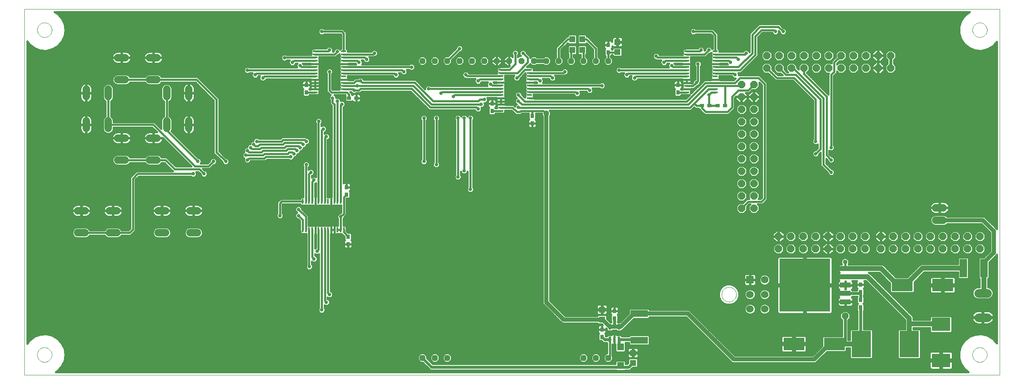
<source format=gbl>
G75*
G70*
%OFA0B0*%
%FSLAX24Y24*%
%IPPOS*%
%LPD*%
%AMOC8*
5,1,8,0,0,1.08239X$1,22.5*
%
%ADD10C,0.0000*%
%ADD11OC8,0.0591*%
%ADD12R,0.0217X0.0472*%
%ADD13OC8,0.0472*%
%ADD14R,0.0315X0.0354*%
%ADD15R,0.0512X0.0472*%
%ADD16R,0.0551X0.0551*%
%ADD17R,0.1402X0.0551*%
%ADD18C,0.0705*%
%ADD19R,0.0390X0.0120*%
%ADD20R,0.0354X0.0315*%
%ADD21R,0.0472X0.0512*%
%ADD22R,0.0602X0.0602*%
%ADD23C,0.0602*%
%ADD24R,0.0120X0.0390*%
%ADD25C,0.0600*%
%ADD26R,0.4098X0.4252*%
%ADD27R,0.0850X0.0420*%
%ADD28R,0.1575X0.2126*%
%ADD29R,0.1693X0.0984*%
%ADD30R,0.0591X0.1457*%
%ADD31R,0.1496X0.1102*%
%ADD32C,0.0160*%
%ADD33C,0.0290*%
%ADD34C,0.0240*%
%ADD35C,0.0320*%
%ADD36C,0.0472*%
%ADD37C,0.0400*%
%ADD38OC8,0.0531*%
%ADD39C,0.0376*%
D10*
X005581Y003913D02*
X005581Y033472D01*
X084321Y033472D01*
X084321Y003913D01*
X005581Y003913D01*
X006615Y005538D02*
X006617Y005586D01*
X006623Y005634D01*
X006633Y005681D01*
X006646Y005727D01*
X006664Y005772D01*
X006684Y005816D01*
X006709Y005858D01*
X006737Y005897D01*
X006767Y005934D01*
X006801Y005968D01*
X006838Y006000D01*
X006876Y006029D01*
X006917Y006054D01*
X006960Y006076D01*
X007005Y006094D01*
X007051Y006108D01*
X007098Y006119D01*
X007146Y006126D01*
X007194Y006129D01*
X007242Y006128D01*
X007290Y006123D01*
X007338Y006114D01*
X007384Y006102D01*
X007429Y006085D01*
X007473Y006065D01*
X007515Y006042D01*
X007555Y006015D01*
X007593Y005985D01*
X007628Y005952D01*
X007660Y005916D01*
X007690Y005878D01*
X007716Y005837D01*
X007738Y005794D01*
X007758Y005750D01*
X007773Y005705D01*
X007785Y005658D01*
X007793Y005610D01*
X007797Y005562D01*
X007797Y005514D01*
X007793Y005466D01*
X007785Y005418D01*
X007773Y005371D01*
X007758Y005326D01*
X007738Y005282D01*
X007716Y005239D01*
X007690Y005198D01*
X007660Y005160D01*
X007628Y005124D01*
X007593Y005091D01*
X007555Y005061D01*
X007515Y005034D01*
X007473Y005011D01*
X007429Y004991D01*
X007384Y004974D01*
X007338Y004962D01*
X007290Y004953D01*
X007242Y004948D01*
X007194Y004947D01*
X007146Y004950D01*
X007098Y004957D01*
X007051Y004968D01*
X007005Y004982D01*
X006960Y005000D01*
X006917Y005022D01*
X006876Y005047D01*
X006838Y005076D01*
X006801Y005108D01*
X006767Y005142D01*
X006737Y005179D01*
X006709Y005218D01*
X006684Y005260D01*
X006664Y005304D01*
X006646Y005349D01*
X006633Y005395D01*
X006623Y005442D01*
X006617Y005490D01*
X006615Y005538D01*
X006615Y031788D02*
X006617Y031836D01*
X006623Y031884D01*
X006633Y031931D01*
X006646Y031977D01*
X006664Y032022D01*
X006684Y032066D01*
X006709Y032108D01*
X006737Y032147D01*
X006767Y032184D01*
X006801Y032218D01*
X006838Y032250D01*
X006876Y032279D01*
X006917Y032304D01*
X006960Y032326D01*
X007005Y032344D01*
X007051Y032358D01*
X007098Y032369D01*
X007146Y032376D01*
X007194Y032379D01*
X007242Y032378D01*
X007290Y032373D01*
X007338Y032364D01*
X007384Y032352D01*
X007429Y032335D01*
X007473Y032315D01*
X007515Y032292D01*
X007555Y032265D01*
X007593Y032235D01*
X007628Y032202D01*
X007660Y032166D01*
X007690Y032128D01*
X007716Y032087D01*
X007738Y032044D01*
X007758Y032000D01*
X007773Y031955D01*
X007785Y031908D01*
X007793Y031860D01*
X007797Y031812D01*
X007797Y031764D01*
X007793Y031716D01*
X007785Y031668D01*
X007773Y031621D01*
X007758Y031576D01*
X007738Y031532D01*
X007716Y031489D01*
X007690Y031448D01*
X007660Y031410D01*
X007628Y031374D01*
X007593Y031341D01*
X007555Y031311D01*
X007515Y031284D01*
X007473Y031261D01*
X007429Y031241D01*
X007384Y031224D01*
X007338Y031212D01*
X007290Y031203D01*
X007242Y031198D01*
X007194Y031197D01*
X007146Y031200D01*
X007098Y031207D01*
X007051Y031218D01*
X007005Y031232D01*
X006960Y031250D01*
X006917Y031272D01*
X006876Y031297D01*
X006838Y031326D01*
X006801Y031358D01*
X006767Y031392D01*
X006737Y031429D01*
X006709Y031468D01*
X006684Y031510D01*
X006664Y031554D01*
X006646Y031599D01*
X006633Y031645D01*
X006623Y031692D01*
X006617Y031740D01*
X006615Y031788D01*
X061865Y010413D02*
X061867Y010461D01*
X061873Y010509D01*
X061883Y010556D01*
X061896Y010602D01*
X061914Y010647D01*
X061934Y010691D01*
X061959Y010733D01*
X061987Y010772D01*
X062017Y010809D01*
X062051Y010843D01*
X062088Y010875D01*
X062126Y010904D01*
X062167Y010929D01*
X062210Y010951D01*
X062255Y010969D01*
X062301Y010983D01*
X062348Y010994D01*
X062396Y011001D01*
X062444Y011004D01*
X062492Y011003D01*
X062540Y010998D01*
X062588Y010989D01*
X062634Y010977D01*
X062679Y010960D01*
X062723Y010940D01*
X062765Y010917D01*
X062805Y010890D01*
X062843Y010860D01*
X062878Y010827D01*
X062910Y010791D01*
X062940Y010753D01*
X062966Y010712D01*
X062988Y010669D01*
X063008Y010625D01*
X063023Y010580D01*
X063035Y010533D01*
X063043Y010485D01*
X063047Y010437D01*
X063047Y010389D01*
X063043Y010341D01*
X063035Y010293D01*
X063023Y010246D01*
X063008Y010201D01*
X062988Y010157D01*
X062966Y010114D01*
X062940Y010073D01*
X062910Y010035D01*
X062878Y009999D01*
X062843Y009966D01*
X062805Y009936D01*
X062765Y009909D01*
X062723Y009886D01*
X062679Y009866D01*
X062634Y009849D01*
X062588Y009837D01*
X062540Y009828D01*
X062492Y009823D01*
X062444Y009822D01*
X062396Y009825D01*
X062348Y009832D01*
X062301Y009843D01*
X062255Y009857D01*
X062210Y009875D01*
X062167Y009897D01*
X062126Y009922D01*
X062088Y009951D01*
X062051Y009983D01*
X062017Y010017D01*
X061987Y010054D01*
X061959Y010093D01*
X061934Y010135D01*
X061914Y010179D01*
X061896Y010224D01*
X061883Y010270D01*
X061873Y010317D01*
X061867Y010365D01*
X061865Y010413D01*
X082115Y005538D02*
X082117Y005586D01*
X082123Y005634D01*
X082133Y005681D01*
X082146Y005727D01*
X082164Y005772D01*
X082184Y005816D01*
X082209Y005858D01*
X082237Y005897D01*
X082267Y005934D01*
X082301Y005968D01*
X082338Y006000D01*
X082376Y006029D01*
X082417Y006054D01*
X082460Y006076D01*
X082505Y006094D01*
X082551Y006108D01*
X082598Y006119D01*
X082646Y006126D01*
X082694Y006129D01*
X082742Y006128D01*
X082790Y006123D01*
X082838Y006114D01*
X082884Y006102D01*
X082929Y006085D01*
X082973Y006065D01*
X083015Y006042D01*
X083055Y006015D01*
X083093Y005985D01*
X083128Y005952D01*
X083160Y005916D01*
X083190Y005878D01*
X083216Y005837D01*
X083238Y005794D01*
X083258Y005750D01*
X083273Y005705D01*
X083285Y005658D01*
X083293Y005610D01*
X083297Y005562D01*
X083297Y005514D01*
X083293Y005466D01*
X083285Y005418D01*
X083273Y005371D01*
X083258Y005326D01*
X083238Y005282D01*
X083216Y005239D01*
X083190Y005198D01*
X083160Y005160D01*
X083128Y005124D01*
X083093Y005091D01*
X083055Y005061D01*
X083015Y005034D01*
X082973Y005011D01*
X082929Y004991D01*
X082884Y004974D01*
X082838Y004962D01*
X082790Y004953D01*
X082742Y004948D01*
X082694Y004947D01*
X082646Y004950D01*
X082598Y004957D01*
X082551Y004968D01*
X082505Y004982D01*
X082460Y005000D01*
X082417Y005022D01*
X082376Y005047D01*
X082338Y005076D01*
X082301Y005108D01*
X082267Y005142D01*
X082237Y005179D01*
X082209Y005218D01*
X082184Y005260D01*
X082164Y005304D01*
X082146Y005349D01*
X082133Y005395D01*
X082123Y005442D01*
X082117Y005490D01*
X082115Y005538D01*
X082115Y031788D02*
X082117Y031836D01*
X082123Y031884D01*
X082133Y031931D01*
X082146Y031977D01*
X082164Y032022D01*
X082184Y032066D01*
X082209Y032108D01*
X082237Y032147D01*
X082267Y032184D01*
X082301Y032218D01*
X082338Y032250D01*
X082376Y032279D01*
X082417Y032304D01*
X082460Y032326D01*
X082505Y032344D01*
X082551Y032358D01*
X082598Y032369D01*
X082646Y032376D01*
X082694Y032379D01*
X082742Y032378D01*
X082790Y032373D01*
X082838Y032364D01*
X082884Y032352D01*
X082929Y032335D01*
X082973Y032315D01*
X083015Y032292D01*
X083055Y032265D01*
X083093Y032235D01*
X083128Y032202D01*
X083160Y032166D01*
X083190Y032128D01*
X083216Y032087D01*
X083238Y032044D01*
X083258Y032000D01*
X083273Y031955D01*
X083285Y031908D01*
X083293Y031860D01*
X083297Y031812D01*
X083297Y031764D01*
X083293Y031716D01*
X083285Y031668D01*
X083273Y031621D01*
X083258Y031576D01*
X083238Y031532D01*
X083216Y031489D01*
X083190Y031448D01*
X083160Y031410D01*
X083128Y031374D01*
X083093Y031341D01*
X083055Y031311D01*
X083015Y031284D01*
X082973Y031261D01*
X082929Y031241D01*
X082884Y031224D01*
X082838Y031212D01*
X082790Y031203D01*
X082742Y031198D01*
X082694Y031197D01*
X082646Y031200D01*
X082598Y031207D01*
X082551Y031218D01*
X082505Y031232D01*
X082460Y031250D01*
X082417Y031272D01*
X082376Y031297D01*
X082338Y031326D01*
X082301Y031358D01*
X082267Y031392D01*
X082237Y031429D01*
X082209Y031468D01*
X082184Y031510D01*
X082164Y031554D01*
X082146Y031599D01*
X082133Y031645D01*
X082123Y031692D01*
X082117Y031740D01*
X082115Y031788D01*
D11*
X075503Y029715D03*
X074503Y029715D03*
X074503Y028715D03*
X075503Y028715D03*
X073503Y028715D03*
X072503Y028715D03*
X071503Y028715D03*
X070503Y028715D03*
X069503Y028715D03*
X068503Y028715D03*
X067503Y028715D03*
X066503Y028715D03*
X065503Y028715D03*
X065503Y029715D03*
X066503Y029715D03*
X067503Y029715D03*
X068503Y029715D03*
X069503Y029715D03*
X070503Y029715D03*
X071503Y029715D03*
X072503Y029715D03*
X073503Y029715D03*
X064466Y027378D03*
X063466Y027378D03*
X063466Y026378D03*
X064466Y026378D03*
X064466Y025378D03*
X063466Y025378D03*
X063466Y024378D03*
X064466Y024378D03*
X064466Y023378D03*
X063466Y023378D03*
X063466Y022378D03*
X064466Y022378D03*
X064466Y021378D03*
X063466Y021378D03*
X063466Y020378D03*
X064466Y020378D03*
X064466Y019378D03*
X063466Y019378D03*
X063466Y018378D03*
X064466Y018378D03*
X064466Y017378D03*
X063466Y017378D03*
X066460Y015101D03*
X067460Y015101D03*
X068460Y015101D03*
X069460Y015101D03*
X070460Y015101D03*
X071460Y015101D03*
X072460Y015101D03*
X073460Y015101D03*
X074716Y015103D03*
X075716Y015103D03*
X076716Y015103D03*
X077716Y015103D03*
X078716Y015103D03*
X079716Y015103D03*
X080716Y015103D03*
X081716Y015103D03*
X082716Y015103D03*
X082716Y014103D03*
X081716Y014103D03*
X080716Y014103D03*
X079716Y014103D03*
X078716Y014103D03*
X077716Y014103D03*
X076716Y014103D03*
X075716Y014103D03*
X074716Y014103D03*
X073460Y014101D03*
X072460Y014101D03*
X071460Y014101D03*
X070460Y014101D03*
X069460Y014101D03*
X068460Y014101D03*
X067460Y014101D03*
X066460Y014101D03*
D12*
X053580Y007800D03*
X052832Y007800D03*
X052832Y006776D03*
X053206Y006776D03*
X053580Y006776D03*
D13*
X052706Y005288D03*
X051706Y005288D03*
X050706Y005288D03*
X039706Y005288D03*
X038706Y005288D03*
X037706Y005288D03*
X037706Y029288D03*
X038706Y029288D03*
X039706Y029288D03*
X040706Y029288D03*
X041706Y029288D03*
X042706Y029288D03*
X043706Y029288D03*
X044706Y029288D03*
X045706Y029288D03*
X046706Y029288D03*
X047706Y029288D03*
X048706Y029288D03*
X049706Y029288D03*
X050706Y029288D03*
X051706Y029288D03*
X052706Y029288D03*
D14*
X052706Y029988D03*
X052706Y030588D03*
X058331Y027338D03*
X058331Y026738D03*
X046581Y024838D03*
X046581Y024238D03*
X043331Y025238D03*
X043331Y025838D03*
X031581Y019088D03*
X031581Y018488D03*
X031706Y015088D03*
X031706Y014488D03*
X052206Y007588D03*
X052206Y006988D03*
X053206Y008488D03*
X053206Y009088D03*
X073081Y009363D03*
X073081Y009963D03*
X073081Y010613D03*
X073081Y011213D03*
X028331Y026738D03*
X028331Y027338D03*
D15*
X053456Y030013D03*
X053456Y030813D03*
X052206Y009188D03*
X052206Y008388D03*
X054706Y005688D03*
X054706Y004888D03*
D16*
X053706Y004665D03*
X053706Y006161D03*
D17*
X055206Y006713D03*
X055206Y008863D03*
D18*
X082603Y008554D02*
X083308Y008554D01*
X083308Y010522D02*
X082603Y010522D01*
D19*
X061355Y026750D03*
X061355Y027006D03*
X061355Y027261D03*
X061355Y027517D03*
X061355Y027773D03*
X061355Y028029D03*
X061355Y028285D03*
X061355Y028541D03*
X061355Y028797D03*
X061355Y029053D03*
X061355Y029309D03*
X061355Y029565D03*
X061355Y029820D03*
X061355Y030076D03*
X059057Y030076D03*
X059057Y029820D03*
X059057Y029565D03*
X059057Y029309D03*
X059057Y029053D03*
X059057Y028797D03*
X059057Y028541D03*
X059057Y028285D03*
X059057Y028029D03*
X059057Y027773D03*
X059057Y027517D03*
X059057Y027261D03*
X059057Y027006D03*
X059057Y026750D03*
X046355Y026785D03*
X046355Y026529D03*
X046355Y026273D03*
X046355Y026017D03*
X046355Y025761D03*
X046355Y025506D03*
X046355Y025250D03*
X044057Y025250D03*
X044057Y025506D03*
X044057Y025761D03*
X044057Y026017D03*
X044057Y026273D03*
X044057Y026529D03*
X044057Y026785D03*
X044057Y027041D03*
X044057Y027297D03*
X044057Y027553D03*
X044057Y027809D03*
X044057Y028065D03*
X044057Y028320D03*
X044057Y028576D03*
X046355Y028576D03*
X046355Y028320D03*
X046355Y028065D03*
X046355Y027809D03*
X046355Y027553D03*
X046355Y027297D03*
X046355Y027041D03*
X031355Y027006D03*
X031355Y027261D03*
X031355Y027517D03*
X031355Y027773D03*
X031355Y028029D03*
X031355Y028285D03*
X031355Y028541D03*
X031355Y028797D03*
X031355Y029053D03*
X031355Y029309D03*
X031355Y029565D03*
X031355Y029820D03*
X031355Y030076D03*
X029057Y030076D03*
X029057Y029820D03*
X029057Y029565D03*
X029057Y029309D03*
X029057Y029053D03*
X029057Y028797D03*
X029057Y028541D03*
X029057Y028285D03*
X029057Y028029D03*
X029057Y027773D03*
X029057Y027517D03*
X029057Y027261D03*
X029057Y027006D03*
X029057Y026750D03*
X031355Y026750D03*
D20*
X031781Y026288D03*
X032381Y026288D03*
X060281Y025663D03*
X060881Y025663D03*
X061531Y025663D03*
X062131Y025663D03*
D21*
X050606Y030163D03*
X049806Y030163D03*
X049806Y031038D03*
X050606Y031038D03*
D22*
X064157Y011594D03*
D23*
X065338Y011594D03*
X065338Y010413D03*
X064157Y010413D03*
X064157Y009232D03*
X065338Y009232D03*
D24*
X031369Y015639D03*
X031113Y015639D03*
X030858Y015639D03*
X030602Y015639D03*
X030346Y015639D03*
X030090Y015639D03*
X029834Y015639D03*
X029578Y015639D03*
X029322Y015639D03*
X029066Y015639D03*
X028810Y015639D03*
X028554Y015639D03*
X028298Y015639D03*
X028043Y015639D03*
X028043Y017937D03*
X028298Y017937D03*
X028554Y017937D03*
X028810Y017937D03*
X029066Y017937D03*
X029322Y017937D03*
X029578Y017937D03*
X029834Y017937D03*
X030090Y017937D03*
X030346Y017937D03*
X030602Y017937D03*
X030858Y017937D03*
X031113Y017937D03*
X031369Y017937D03*
D25*
X019536Y017178D02*
X018936Y017178D01*
X016976Y017178D02*
X016376Y017178D01*
X016376Y015398D02*
X016976Y015398D01*
X018936Y015398D02*
X019536Y015398D01*
X013036Y015398D02*
X012436Y015398D01*
X010476Y015398D02*
X009876Y015398D01*
X009876Y017178D02*
X010476Y017178D01*
X012436Y017178D02*
X013036Y017178D01*
X013126Y021273D02*
X013726Y021273D01*
X015686Y021273D02*
X016286Y021273D01*
X016286Y023053D02*
X015686Y023053D01*
X017066Y023833D02*
X017066Y024433D01*
X018846Y024433D02*
X018846Y023833D01*
X013726Y023053D02*
X013126Y023053D01*
X012346Y023833D02*
X012346Y024433D01*
X010566Y024433D02*
X010566Y023833D01*
X010566Y026393D02*
X010566Y026993D01*
X012346Y026993D02*
X012346Y026393D01*
X013126Y027773D02*
X013726Y027773D01*
X015686Y027773D02*
X016286Y027773D01*
X017066Y026993D02*
X017066Y026393D01*
X018846Y026393D02*
X018846Y026993D01*
X016286Y029553D02*
X015686Y029553D01*
X013726Y029553D02*
X013126Y029553D01*
X079156Y017413D02*
X079756Y017413D01*
X079756Y016413D02*
X079156Y016413D01*
D26*
X068581Y011163D03*
D27*
X071861Y011163D03*
X071861Y011833D03*
X071861Y012503D03*
X071861Y010493D03*
X071861Y009823D03*
D28*
X073152Y006413D03*
X077010Y006413D03*
D29*
X070965Y006413D03*
X067697Y006413D03*
X076447Y011163D03*
X079715Y011163D03*
D30*
X081379Y012538D03*
X083033Y012538D03*
D31*
X079581Y007995D03*
X079581Y005081D03*
D32*
X079661Y005021D02*
X081127Y005021D01*
X081176Y004863D02*
X080509Y004863D01*
X080509Y005001D02*
X080509Y004506D01*
X080497Y004461D01*
X080473Y004420D01*
X080440Y004386D01*
X080398Y004362D01*
X080353Y004350D01*
X079661Y004350D01*
X079661Y005001D01*
X079501Y005001D01*
X079501Y004350D01*
X078809Y004350D01*
X078763Y004362D01*
X078722Y004386D01*
X078689Y004420D01*
X078665Y004461D01*
X078653Y004506D01*
X078653Y005001D01*
X079501Y005001D01*
X079501Y005161D01*
X078653Y005161D01*
X078653Y005656D01*
X078665Y005702D01*
X078689Y005743D01*
X078722Y005777D01*
X078763Y005800D01*
X078809Y005812D01*
X079501Y005812D01*
X079501Y005161D01*
X079661Y005161D01*
X080509Y005161D01*
X080509Y005656D01*
X080497Y005702D01*
X080473Y005743D01*
X080440Y005777D01*
X080398Y005800D01*
X080353Y005812D01*
X079661Y005812D01*
X079661Y005161D01*
X079661Y005001D01*
X080509Y005001D01*
X080509Y005180D02*
X081078Y005180D01*
X081045Y005288D02*
X081192Y004809D01*
X081474Y004395D01*
X081474Y004395D01*
X081474Y004395D01*
X081791Y004143D01*
X008112Y004143D01*
X008253Y004225D01*
X008594Y004592D01*
X008811Y005043D01*
X008886Y005538D01*
X008811Y006033D01*
X008811Y006033D01*
X008594Y006484D01*
X008594Y006484D01*
X008253Y006851D01*
X007820Y007102D01*
X007820Y007102D01*
X007332Y007213D01*
X007332Y007213D01*
X006832Y007176D01*
X006366Y006993D01*
X005974Y006681D01*
X005974Y006681D01*
X005974Y006681D01*
X005811Y006441D01*
X005811Y030885D01*
X005974Y030645D01*
X005974Y030645D01*
X005974Y030645D01*
X006366Y030333D01*
X006832Y030150D01*
X007332Y030113D01*
X007820Y030224D01*
X008253Y030475D01*
X008594Y030842D01*
X008811Y031293D01*
X008886Y031788D01*
X008811Y032283D01*
X081120Y032283D01*
X081071Y032125D02*
X066681Y032125D01*
X066547Y032258D02*
X064865Y032258D01*
X064736Y032129D01*
X064111Y031504D01*
X064111Y030004D01*
X064104Y029998D01*
X064073Y030074D01*
X063992Y030155D01*
X063888Y030198D01*
X063774Y030198D01*
X063670Y030155D01*
X063589Y030074D01*
X063575Y030040D01*
X061690Y030040D01*
X061690Y030194D01*
X061608Y030276D01*
X061575Y030276D01*
X061575Y031480D01*
X061446Y031609D01*
X061446Y031609D01*
X061301Y031754D01*
X061301Y031754D01*
X061172Y031883D01*
X059764Y031883D01*
X059742Y031905D01*
X059638Y031948D01*
X059524Y031948D01*
X059420Y031905D01*
X059339Y031824D01*
X059296Y031720D01*
X059296Y031606D01*
X059339Y031502D01*
X059420Y031421D01*
X059524Y031378D01*
X059638Y031378D01*
X059742Y031421D01*
X059764Y031443D01*
X060990Y031443D01*
X061135Y031298D01*
X061135Y030276D01*
X061102Y030276D01*
X061095Y030270D01*
X061073Y030324D01*
X060992Y030405D01*
X060888Y030448D01*
X060774Y030448D01*
X060670Y030405D01*
X060589Y030324D01*
X060546Y030220D01*
X060546Y030189D01*
X060491Y030134D01*
X060491Y030220D01*
X060448Y030324D01*
X060367Y030405D01*
X060263Y030448D01*
X060149Y030448D01*
X060045Y030405D01*
X059964Y030324D01*
X059953Y030296D01*
X058966Y030296D01*
X058946Y030276D01*
X058804Y030276D01*
X058722Y030194D01*
X058722Y029958D01*
X058732Y029948D01*
X058722Y029938D01*
X058722Y029785D01*
X056839Y029785D01*
X056823Y029824D01*
X056742Y029905D01*
X056638Y029948D01*
X056524Y029948D01*
X056420Y029905D01*
X056339Y029824D01*
X056296Y029720D01*
X056296Y029606D01*
X056339Y029502D01*
X056420Y029421D01*
X056524Y029378D01*
X056555Y029378D01*
X056588Y029345D01*
X056984Y029345D01*
X056964Y029324D01*
X056921Y029220D01*
X056921Y029106D01*
X056964Y029002D01*
X057045Y028921D01*
X057149Y028878D01*
X057263Y028878D01*
X057367Y028921D01*
X057448Y029002D01*
X057484Y029089D01*
X057604Y029089D01*
X057589Y029074D01*
X057546Y028970D01*
X057546Y028856D01*
X057585Y028761D01*
X053761Y028761D01*
X053742Y028780D01*
X053638Y028823D01*
X053524Y028823D01*
X053420Y028780D01*
X053339Y028699D01*
X053296Y028595D01*
X053296Y028481D01*
X053339Y028377D01*
X053420Y028296D01*
X053524Y028253D01*
X053638Y028253D01*
X053742Y028296D01*
X053767Y028321D01*
X053963Y028321D01*
X053921Y028220D01*
X053921Y028106D01*
X053964Y028002D01*
X054045Y027921D01*
X054149Y027878D01*
X054263Y027878D01*
X054367Y027921D01*
X054448Y028002D01*
X054474Y028065D01*
X054585Y028065D01*
X054546Y027970D01*
X054546Y027856D01*
X054589Y027752D01*
X054670Y027671D01*
X054774Y027628D01*
X054888Y027628D01*
X054992Y027671D01*
X055073Y027752D01*
X055096Y027809D01*
X058682Y027809D01*
X058682Y027773D01*
X058682Y027690D01*
X058694Y027645D01*
X058682Y027601D01*
X058682Y027517D01*
X058682Y027434D01*
X058694Y027388D01*
X058718Y027347D01*
X058722Y027343D01*
X058722Y027180D01*
X058718Y027176D01*
X058694Y027135D01*
X058682Y027089D01*
X058682Y027006D01*
X059057Y027006D01*
X059057Y027006D01*
X058682Y027006D01*
X058682Y026970D01*
X058628Y026970D01*
X058628Y026973D01*
X058590Y027012D01*
X058599Y027017D01*
X058632Y027050D01*
X058656Y027091D01*
X058668Y027137D01*
X058668Y027338D01*
X058668Y027539D01*
X058656Y027585D01*
X058632Y027626D01*
X058599Y027659D01*
X058558Y027683D01*
X058512Y027695D01*
X058331Y027695D01*
X058331Y027338D01*
X058668Y027338D01*
X058331Y027338D01*
X058331Y027338D01*
X058331Y027338D01*
X058331Y027695D01*
X058150Y027695D01*
X058104Y027683D01*
X058063Y027659D01*
X058029Y027626D01*
X058006Y027585D01*
X057993Y027539D01*
X057993Y027338D01*
X057993Y027137D01*
X058006Y027091D01*
X058029Y027050D01*
X058063Y027017D01*
X058072Y027012D01*
X058033Y026973D01*
X058033Y026503D01*
X058115Y026421D01*
X058546Y026421D01*
X058628Y026503D01*
X058628Y026530D01*
X059148Y026530D01*
X059168Y026550D01*
X059281Y026550D01*
X058969Y026237D01*
X046730Y026237D01*
X046730Y026273D01*
X046355Y026273D01*
X046355Y026273D01*
X046730Y026273D01*
X046730Y026357D01*
X046717Y026403D01*
X046694Y026444D01*
X046690Y026448D01*
X046690Y026565D01*
X049938Y026565D01*
X049964Y026502D01*
X050045Y026421D01*
X050149Y026378D01*
X050263Y026378D01*
X050367Y026421D01*
X050448Y026502D01*
X050491Y026606D01*
X050491Y026720D01*
X050449Y026821D01*
X050936Y026821D01*
X050964Y026752D01*
X051045Y026671D01*
X051149Y026628D01*
X051263Y026628D01*
X051367Y026671D01*
X051448Y026752D01*
X051491Y026856D01*
X051491Y026970D01*
X051448Y027074D01*
X051445Y027077D01*
X052014Y027077D01*
X052045Y027046D01*
X052149Y027003D01*
X052263Y027003D01*
X052367Y027046D01*
X052448Y027127D01*
X052491Y027231D01*
X052491Y027345D01*
X052448Y027449D01*
X052367Y027530D01*
X052263Y027573D01*
X052149Y027573D01*
X052045Y027530D01*
X052032Y027517D01*
X047454Y027517D01*
X047491Y027606D01*
X047491Y027720D01*
X047448Y027824D01*
X047427Y027845D01*
X047926Y027845D01*
X047964Y027752D01*
X048045Y027671D01*
X048149Y027628D01*
X048263Y027628D01*
X048367Y027671D01*
X048448Y027752D01*
X048491Y027856D01*
X048491Y027970D01*
X048448Y028074D01*
X048422Y028100D01*
X049205Y028100D01*
X049232Y028128D01*
X049263Y028128D01*
X049367Y028171D01*
X049448Y028252D01*
X049491Y028356D01*
X049491Y028470D01*
X049448Y028574D01*
X049367Y028655D01*
X049263Y028698D01*
X049149Y028698D01*
X049045Y028655D01*
X048964Y028574D01*
X048950Y028540D01*
X046690Y028540D01*
X046690Y028694D01*
X046608Y028776D01*
X046466Y028776D01*
X046446Y028796D01*
X053459Y028796D01*
X053314Y028638D02*
X049384Y028638D01*
X049487Y028479D02*
X053297Y028479D01*
X053395Y028321D02*
X049476Y028321D01*
X049345Y028162D02*
X053921Y028162D01*
X053963Y028321D02*
X053767Y028321D01*
X053581Y028538D02*
X053584Y028541D01*
X059057Y028541D01*
X059057Y028797D02*
X057947Y028797D01*
X057831Y028913D01*
X058096Y029017D02*
X058073Y029074D01*
X058058Y029089D01*
X058682Y029089D01*
X058682Y029053D01*
X059057Y029053D01*
X059057Y029053D01*
X058682Y029053D01*
X058682Y029017D01*
X058096Y029017D01*
X057546Y028955D02*
X057401Y028955D01*
X057571Y028796D02*
X053703Y028796D01*
X053082Y029132D02*
X053082Y029444D01*
X052926Y029600D01*
X052926Y029675D01*
X053003Y029753D01*
X053003Y029768D01*
X053060Y029768D01*
X053060Y029719D01*
X053142Y029637D01*
X053770Y029637D01*
X053852Y029719D01*
X053852Y030307D01*
X053770Y030389D01*
X053142Y030389D01*
X053060Y030307D01*
X053060Y030208D01*
X053003Y030208D01*
X053003Y030223D01*
X052965Y030262D01*
X052974Y030267D01*
X053007Y030300D01*
X053031Y030341D01*
X053043Y030387D01*
X053043Y030488D01*
X053056Y030466D01*
X053090Y030433D01*
X053131Y030409D01*
X053176Y030397D01*
X053418Y030397D01*
X053418Y030775D01*
X053494Y030775D01*
X053494Y030851D01*
X053892Y030851D01*
X053892Y031073D01*
X053880Y031119D01*
X053856Y031160D01*
X053822Y031193D01*
X053781Y031217D01*
X053736Y031229D01*
X053494Y031229D01*
X053494Y030851D01*
X053418Y030851D01*
X053418Y031229D01*
X053176Y031229D01*
X053131Y031217D01*
X053090Y031193D01*
X053056Y031160D01*
X053032Y031119D01*
X053020Y031073D01*
X053020Y030854D01*
X053007Y030876D01*
X052974Y030909D01*
X052933Y030933D01*
X052887Y030945D01*
X052706Y030945D01*
X052706Y030588D01*
X052706Y030588D01*
X052706Y030945D01*
X052525Y030945D01*
X052479Y030933D01*
X052438Y030909D01*
X052404Y030876D01*
X052381Y030835D01*
X052368Y030789D01*
X052368Y030588D01*
X052368Y030387D01*
X052381Y030341D01*
X052404Y030300D01*
X052438Y030267D01*
X052447Y030262D01*
X052408Y030223D01*
X052408Y029753D01*
X052486Y029675D01*
X052486Y029600D01*
X052330Y029444D01*
X052330Y029132D01*
X052550Y028912D01*
X052862Y028912D01*
X053082Y029132D01*
X053063Y029113D02*
X056921Y029113D01*
X056942Y029272D02*
X053082Y029272D01*
X053082Y029430D02*
X056411Y029430D01*
X056303Y029589D02*
X052937Y029589D01*
X052998Y029747D02*
X053060Y029747D01*
X052706Y029988D02*
X052706Y029288D01*
X052330Y029272D02*
X052082Y029272D01*
X052082Y029132D02*
X052082Y029444D01*
X051926Y029600D01*
X051926Y030379D01*
X051176Y031129D01*
X051047Y031258D01*
X050982Y031258D01*
X050982Y031352D01*
X050900Y031434D01*
X050312Y031434D01*
X050230Y031352D01*
X050230Y030724D01*
X050312Y030642D01*
X050900Y030642D01*
X050970Y030712D01*
X051486Y030197D01*
X051486Y029600D01*
X051330Y029444D01*
X051330Y029132D01*
X051550Y028912D01*
X051862Y028912D01*
X052082Y029132D01*
X052063Y029113D02*
X052349Y029113D01*
X052507Y028955D02*
X051905Y028955D01*
X051706Y029288D02*
X051706Y030288D01*
X050956Y031038D01*
X050606Y031038D01*
X050230Y031015D02*
X050182Y031015D01*
X050182Y030857D02*
X050230Y030857D01*
X050182Y030724D02*
X050100Y030642D01*
X049512Y030642D01*
X049441Y030712D01*
X048926Y030197D01*
X048926Y029600D01*
X049082Y029444D01*
X049082Y029132D01*
X048862Y028912D01*
X048550Y028912D01*
X048330Y029132D01*
X048330Y029444D01*
X048486Y029600D01*
X048486Y030379D01*
X049236Y031129D01*
X049365Y031258D01*
X049430Y031258D01*
X049430Y031352D01*
X049512Y031434D01*
X050100Y031434D01*
X050182Y031352D01*
X050182Y030724D01*
X050156Y030698D02*
X050256Y030698D01*
X050312Y030559D02*
X050230Y030477D01*
X050230Y029849D01*
X050312Y029767D01*
X050486Y029767D01*
X050486Y029600D01*
X050330Y029444D01*
X050330Y029132D01*
X050550Y028912D01*
X050862Y028912D01*
X051082Y029132D01*
X051082Y029444D01*
X050926Y029600D01*
X050926Y029793D01*
X050982Y029849D01*
X050982Y030477D01*
X050900Y030559D01*
X050312Y030559D01*
X050292Y030540D02*
X050120Y030540D01*
X050100Y030559D02*
X049512Y030559D01*
X049430Y030477D01*
X049430Y029849D01*
X049486Y029793D01*
X049486Y029600D01*
X049330Y029444D01*
X049330Y029132D01*
X049550Y028912D01*
X049862Y028912D01*
X050082Y029132D01*
X050082Y029444D01*
X049926Y029600D01*
X049926Y029767D01*
X050100Y029767D01*
X050182Y029849D01*
X050182Y030477D01*
X050100Y030559D01*
X050182Y030381D02*
X050230Y030381D01*
X050230Y030223D02*
X050182Y030223D01*
X050182Y030064D02*
X050230Y030064D01*
X050230Y029906D02*
X050182Y029906D01*
X049926Y029747D02*
X050486Y029747D01*
X050474Y029589D02*
X049937Y029589D01*
X050082Y029430D02*
X050330Y029430D01*
X050330Y029272D02*
X050082Y029272D01*
X050063Y029113D02*
X050349Y029113D01*
X050507Y028955D02*
X049905Y028955D01*
X049706Y029288D02*
X049706Y030163D01*
X049806Y030163D01*
X049430Y030223D02*
X048952Y030223D01*
X048926Y030064D02*
X049430Y030064D01*
X049430Y029906D02*
X048926Y029906D01*
X048926Y029747D02*
X049486Y029747D01*
X049474Y029589D02*
X048937Y029589D01*
X049082Y029430D02*
X049330Y029430D01*
X049330Y029272D02*
X049082Y029272D01*
X049063Y029113D02*
X049349Y029113D01*
X049507Y028955D02*
X048905Y028955D01*
X049027Y028638D02*
X046690Y028638D01*
X046446Y028796D02*
X046150Y028796D01*
X046297Y028943D01*
X046408Y029054D01*
X046550Y028912D01*
X046862Y028912D01*
X046938Y028988D01*
X047474Y028988D01*
X047550Y028912D01*
X047862Y028912D01*
X048082Y029132D01*
X048082Y029444D01*
X047862Y029664D01*
X047550Y029664D01*
X047474Y029588D01*
X046938Y029588D01*
X046862Y029664D01*
X046550Y029664D01*
X046426Y029540D01*
X046426Y029629D01*
X046116Y029939D01*
X046116Y029970D01*
X046073Y030074D01*
X045992Y030155D01*
X045888Y030198D01*
X045774Y030198D01*
X045670Y030155D01*
X045589Y030074D01*
X045546Y029970D01*
X045546Y029856D01*
X045589Y029752D01*
X045637Y029704D01*
X045534Y029704D01*
X045426Y029597D01*
X045426Y029730D01*
X045448Y029752D01*
X045491Y029856D01*
X045491Y029970D01*
X045448Y030074D01*
X045367Y030155D01*
X045263Y030198D01*
X045149Y030198D01*
X045045Y030155D01*
X044964Y030074D01*
X044921Y029970D01*
X044921Y029856D01*
X044964Y029752D01*
X044986Y029730D01*
X044986Y029597D01*
X044878Y029704D01*
X044706Y029704D01*
X044706Y029288D01*
X044706Y029288D01*
X044706Y028872D01*
X044729Y028872D01*
X044653Y028796D01*
X043966Y028796D01*
X037116Y028796D01*
X037116Y028845D02*
X037073Y028949D01*
X036992Y029030D01*
X036888Y029073D01*
X036774Y029073D01*
X036670Y029030D01*
X036657Y029017D01*
X032829Y029017D01*
X032866Y029106D01*
X032866Y029220D01*
X032823Y029324D01*
X032802Y029345D01*
X032926Y029345D01*
X032964Y029252D01*
X033045Y029171D01*
X033149Y029128D01*
X033263Y029128D01*
X033367Y029171D01*
X033448Y029252D01*
X033491Y029356D01*
X033491Y029470D01*
X033448Y029574D01*
X033422Y029600D01*
X033830Y029600D01*
X033857Y029628D01*
X033888Y029628D01*
X033992Y029671D01*
X034073Y029752D01*
X034116Y029856D01*
X034116Y029970D01*
X034073Y030074D01*
X033992Y030155D01*
X033888Y030198D01*
X033774Y030198D01*
X033670Y030155D01*
X033589Y030074D01*
X033575Y030040D01*
X031690Y030040D01*
X031690Y030194D01*
X031608Y030276D01*
X031575Y030276D01*
X031575Y031605D01*
X031426Y031754D01*
X031297Y031883D01*
X029764Y031883D01*
X029742Y031905D01*
X029638Y031948D01*
X029524Y031948D01*
X029420Y031905D01*
X029339Y031824D01*
X029296Y031720D01*
X029296Y031606D01*
X029339Y031502D01*
X029420Y031421D01*
X029524Y031378D01*
X029638Y031378D01*
X029742Y031421D01*
X029764Y031443D01*
X031115Y031443D01*
X031135Y031423D01*
X031135Y030276D01*
X031102Y030276D01*
X031049Y030223D01*
X030992Y030280D01*
X030888Y030323D01*
X030774Y030323D01*
X030670Y030280D01*
X030589Y030199D01*
X030546Y030095D01*
X030546Y030064D01*
X030473Y030064D01*
X030464Y030040D02*
X030491Y030106D01*
X030491Y030220D01*
X030448Y030324D01*
X030367Y030405D01*
X030263Y030448D01*
X030149Y030448D01*
X030045Y030405D01*
X029964Y030324D01*
X029953Y030296D01*
X028966Y030296D01*
X028946Y030276D01*
X028804Y030276D01*
X028722Y030194D01*
X028722Y029958D01*
X028732Y029948D01*
X028722Y029938D01*
X028722Y029785D01*
X026730Y029785D01*
X026638Y029823D01*
X026524Y029823D01*
X026420Y029780D01*
X026339Y029699D01*
X026296Y029595D01*
X026296Y029481D01*
X026339Y029377D01*
X026420Y029296D01*
X026524Y029253D01*
X026638Y029253D01*
X026742Y029296D01*
X026791Y029345D01*
X026984Y029345D01*
X026964Y029324D01*
X026921Y029220D01*
X026921Y029106D01*
X026964Y029002D01*
X027045Y028921D01*
X027149Y028878D01*
X027263Y028878D01*
X027367Y028921D01*
X027448Y029002D01*
X027484Y029089D01*
X027604Y029089D01*
X027589Y029074D01*
X027546Y028970D01*
X027546Y028856D01*
X027585Y028761D01*
X023761Y028761D01*
X023742Y028780D01*
X023638Y028823D01*
X023524Y028823D01*
X023420Y028780D01*
X023339Y028699D01*
X023296Y028595D01*
X023296Y028481D01*
X023339Y028377D01*
X023420Y028296D01*
X023524Y028253D01*
X023638Y028253D01*
X023742Y028296D01*
X023767Y028321D01*
X023963Y028321D01*
X023921Y028220D01*
X023921Y028106D01*
X023964Y028002D01*
X024045Y027921D01*
X024149Y027878D01*
X024263Y027878D01*
X024367Y027921D01*
X024448Y028002D01*
X024474Y028065D01*
X024585Y028065D01*
X024546Y027970D01*
X024546Y027856D01*
X024589Y027752D01*
X024670Y027671D01*
X024774Y027628D01*
X024888Y027628D01*
X024992Y027671D01*
X025073Y027752D01*
X025096Y027809D01*
X028682Y027809D01*
X028682Y027773D01*
X028682Y027690D01*
X028694Y027645D01*
X028682Y027601D01*
X028682Y027517D01*
X028682Y027434D01*
X028694Y027389D01*
X028682Y027345D01*
X028682Y027261D01*
X028682Y027178D01*
X028694Y027133D01*
X028682Y027089D01*
X028682Y027006D01*
X029057Y027006D01*
X029057Y027261D01*
X029057Y027261D01*
X028682Y027261D01*
X029057Y027261D01*
X029057Y027261D01*
X029057Y027021D01*
X029057Y027006D01*
X029057Y027006D01*
X029057Y027006D01*
X029432Y027006D01*
X029432Y027089D01*
X029420Y027133D01*
X029432Y027178D01*
X029432Y027261D01*
X029057Y027261D01*
X029057Y027261D01*
X029057Y027517D01*
X029057Y027517D01*
X028682Y027517D01*
X029057Y027517D01*
X029057Y027517D01*
X029057Y027501D01*
X029057Y027261D01*
X029057Y027261D01*
X029432Y027261D01*
X029432Y027345D01*
X029420Y027389D01*
X029432Y027434D01*
X029432Y027517D01*
X029057Y027517D01*
X029057Y027517D01*
X029057Y027773D01*
X028682Y027773D01*
X029057Y027773D01*
X029057Y027773D01*
X029057Y027773D01*
X029057Y027533D01*
X029057Y027517D01*
X029057Y027517D01*
X029432Y027517D01*
X029432Y027601D01*
X029420Y027645D01*
X029432Y027690D01*
X029432Y027773D01*
X029057Y027773D01*
X029057Y027773D01*
X029432Y027773D01*
X029432Y027857D01*
X029420Y027903D01*
X029396Y027944D01*
X029392Y027948D01*
X029392Y028147D01*
X029382Y028157D01*
X029392Y028167D01*
X029392Y028403D01*
X029382Y028413D01*
X029392Y028423D01*
X029392Y028659D01*
X029382Y028669D01*
X029392Y028679D01*
X029392Y028878D01*
X029396Y028882D01*
X029420Y028923D01*
X029432Y028969D01*
X029432Y029053D01*
X029432Y029136D01*
X029420Y029182D01*
X029396Y029223D01*
X029392Y029227D01*
X029392Y029427D01*
X029382Y029437D01*
X029392Y029447D01*
X029392Y029600D01*
X030705Y029600D01*
X030833Y029729D01*
X030833Y029729D01*
X030857Y029753D01*
X030888Y029753D01*
X030992Y029796D01*
X031020Y029824D01*
X031020Y029702D01*
X031030Y029693D01*
X031020Y029683D01*
X031020Y029447D01*
X031030Y029437D01*
X031020Y029427D01*
X031020Y029227D01*
X031016Y029223D01*
X030992Y029182D01*
X030980Y029136D01*
X030980Y029053D01*
X031355Y029053D01*
X031730Y029053D01*
X031730Y029089D01*
X032303Y029089D01*
X032333Y029017D01*
X031730Y029017D01*
X031730Y029053D01*
X031355Y029053D01*
X031355Y029053D01*
X031355Y029053D01*
X030980Y029053D01*
X030980Y028969D01*
X030992Y028923D01*
X031016Y028882D01*
X031020Y028878D01*
X031020Y028679D01*
X031030Y028669D01*
X031020Y028659D01*
X031020Y028423D01*
X031030Y028413D01*
X031020Y028403D01*
X031020Y028167D01*
X031030Y028157D01*
X031020Y028147D01*
X031020Y027948D01*
X031016Y027944D01*
X030992Y027903D01*
X030980Y027857D01*
X030980Y027773D01*
X030980Y027690D01*
X030992Y027644D01*
X031016Y027603D01*
X031020Y027599D01*
X031020Y027399D01*
X031030Y027389D01*
X031020Y027379D01*
X031020Y027143D01*
X031030Y027133D01*
X031020Y027124D01*
X031020Y026970D01*
X030460Y026970D01*
X030426Y027004D01*
X030426Y028230D01*
X030448Y028252D01*
X030491Y028356D01*
X030491Y028470D01*
X030448Y028574D01*
X030367Y028655D01*
X030263Y028698D01*
X030149Y028698D01*
X030045Y028655D01*
X029964Y028574D01*
X029921Y028470D01*
X029921Y028356D01*
X029964Y028252D01*
X029986Y028230D01*
X029986Y026822D01*
X030278Y026530D01*
X030295Y026530D01*
X030295Y026530D01*
X030214Y026449D01*
X030171Y026345D01*
X030171Y026231D01*
X030214Y026127D01*
X030236Y026105D01*
X030236Y025822D01*
X030382Y025676D01*
X030382Y018312D01*
X030346Y018312D01*
X030346Y017937D01*
X030346Y017937D01*
X030346Y018312D01*
X030262Y018312D01*
X030216Y018299D01*
X030175Y018276D01*
X030171Y018272D01*
X030054Y018272D01*
X030054Y022895D01*
X030117Y022921D01*
X030198Y023002D01*
X030241Y023106D01*
X030241Y023220D01*
X030198Y023324D01*
X030117Y023405D01*
X030013Y023448D01*
X029899Y023448D01*
X029798Y023406D01*
X029798Y023518D01*
X029867Y023546D01*
X029948Y023627D01*
X029991Y023731D01*
X029991Y023845D01*
X029948Y023949D01*
X029867Y024030D01*
X029763Y024073D01*
X029649Y024073D01*
X029545Y024030D01*
X029542Y024027D01*
X029542Y024221D01*
X029573Y024252D01*
X029616Y024356D01*
X029616Y024470D01*
X029573Y024574D01*
X029492Y024655D01*
X029388Y024698D01*
X029274Y024698D01*
X029170Y024655D01*
X029089Y024574D01*
X029046Y024470D01*
X029046Y024356D01*
X029089Y024252D01*
X029102Y024239D01*
X029102Y019911D01*
X029013Y019948D01*
X028899Y019948D01*
X028795Y019905D01*
X028774Y019884D01*
X028774Y020008D01*
X028867Y020046D01*
X028948Y020127D01*
X028991Y020231D01*
X028991Y020345D01*
X028948Y020449D01*
X028867Y020530D01*
X028763Y020573D01*
X028649Y020573D01*
X028545Y020530D01*
X028518Y020504D01*
X028518Y020697D01*
X028573Y020752D01*
X028616Y020856D01*
X028616Y020970D01*
X028573Y021074D01*
X028492Y021155D01*
X028388Y021198D01*
X028274Y021198D01*
X028170Y021155D01*
X028089Y021074D01*
X028046Y020970D01*
X028046Y020856D01*
X028078Y020778D01*
X028078Y018272D01*
X027925Y018272D01*
X027843Y018190D01*
X027843Y018157D01*
X026264Y018157D01*
X026115Y018008D01*
X025986Y017879D01*
X025986Y016971D01*
X025964Y016949D01*
X025921Y016845D01*
X025921Y016731D01*
X025964Y016627D01*
X026045Y016546D01*
X026149Y016503D01*
X026263Y016503D01*
X026367Y016546D01*
X026448Y016627D01*
X026491Y016731D01*
X026491Y016845D01*
X026448Y016949D01*
X026426Y016971D01*
X026426Y017697D01*
X026446Y017717D01*
X027843Y017717D01*
X027843Y017684D01*
X027925Y017602D01*
X028161Y017602D01*
X028171Y017612D01*
X028180Y017602D01*
X028416Y017602D01*
X028426Y017612D01*
X028436Y017602D01*
X028672Y017602D01*
X028682Y017612D01*
X028692Y017602D01*
X028892Y017602D01*
X028896Y017598D01*
X028937Y017574D01*
X028983Y017562D01*
X029066Y017562D01*
X029066Y017937D01*
X029066Y018312D01*
X029030Y018312D01*
X029030Y019385D01*
X029102Y019415D01*
X029102Y018312D01*
X029066Y018312D01*
X029066Y017937D01*
X029066Y017937D01*
X029066Y017937D01*
X029066Y017562D01*
X029150Y017562D01*
X029196Y017574D01*
X029237Y017598D01*
X029241Y017602D01*
X029440Y017602D01*
X029450Y017612D01*
X029460Y017602D01*
X029696Y017602D01*
X029706Y017612D01*
X029716Y017602D01*
X029952Y017602D01*
X029962Y017612D01*
X029972Y017602D01*
X030171Y017602D01*
X030175Y017598D01*
X030216Y017574D01*
X030262Y017562D01*
X030346Y017562D01*
X030429Y017562D01*
X030475Y017574D01*
X030516Y017598D01*
X030520Y017602D01*
X030720Y017602D01*
X030730Y017612D01*
X030740Y017602D01*
X030976Y017602D01*
X030985Y017612D01*
X030995Y017602D01*
X031149Y017602D01*
X031149Y017043D01*
X031087Y016980D01*
X031057Y016980D01*
X030952Y016937D01*
X030872Y016857D01*
X030828Y016752D01*
X030828Y016639D01*
X030872Y016534D01*
X030893Y016512D01*
X030893Y015974D01*
X030776Y015974D01*
X030772Y015978D01*
X030731Y016002D01*
X030685Y016014D01*
X030602Y016014D01*
X030602Y015639D01*
X030602Y015264D01*
X030685Y015264D01*
X030731Y015277D01*
X030772Y015300D01*
X030776Y015304D01*
X030976Y015304D01*
X030985Y015314D01*
X030995Y015304D01*
X031179Y015304D01*
X031408Y015074D01*
X031408Y014853D01*
X031447Y014814D01*
X031438Y014809D01*
X031404Y014776D01*
X031381Y014735D01*
X031368Y014689D01*
X031368Y014488D01*
X031368Y014287D01*
X031381Y014241D01*
X031404Y014200D01*
X031438Y014167D01*
X031479Y014143D01*
X031525Y014131D01*
X031706Y014131D01*
X031887Y014131D01*
X031933Y014143D01*
X031974Y014167D01*
X032007Y014200D01*
X032031Y014241D01*
X032043Y014287D01*
X032043Y014488D01*
X032043Y014689D01*
X032031Y014735D01*
X032007Y014776D01*
X031974Y014809D01*
X031965Y014814D01*
X032003Y014853D01*
X032003Y015323D01*
X031921Y015405D01*
X031700Y015405D01*
X031589Y015516D01*
X031589Y015730D01*
X031569Y015750D01*
X031569Y015892D01*
X031487Y015974D01*
X031333Y015974D01*
X031333Y016512D01*
X031355Y016534D01*
X031398Y016639D01*
X031398Y016669D01*
X031460Y016731D01*
X031589Y016860D01*
X031589Y018171D01*
X031796Y018171D01*
X031878Y018253D01*
X031878Y018723D01*
X031840Y018762D01*
X031849Y018767D01*
X031882Y018800D01*
X031906Y018841D01*
X031918Y018887D01*
X031918Y019088D01*
X031918Y019289D01*
X031906Y019335D01*
X031882Y019376D01*
X031849Y019409D01*
X031808Y019433D01*
X031762Y019445D01*
X031581Y019445D01*
X031581Y019088D01*
X031918Y019088D01*
X031581Y019088D01*
X031581Y019088D01*
X031581Y019088D01*
X031581Y019445D01*
X031400Y019445D01*
X031354Y019433D01*
X031333Y019421D01*
X031333Y025532D01*
X031367Y025546D01*
X031448Y025627D01*
X031491Y025731D01*
X031491Y025845D01*
X031448Y025949D01*
X031367Y026030D01*
X031263Y026073D01*
X031149Y026073D01*
X031116Y026059D01*
X031116Y026095D01*
X031073Y026199D01*
X030992Y026280D01*
X030888Y026323D01*
X030774Y026323D01*
X030741Y026309D01*
X030741Y026345D01*
X030698Y026449D01*
X030617Y026530D01*
X031490Y026530D01*
X031464Y026503D01*
X031464Y026073D01*
X031546Y025991D01*
X032016Y025991D01*
X032055Y026029D01*
X032060Y026020D01*
X032093Y025986D01*
X032134Y025963D01*
X032180Y025951D01*
X032381Y025951D01*
X032582Y025951D01*
X032628Y025963D01*
X032669Y025986D01*
X032702Y026020D01*
X032726Y026061D01*
X032738Y026107D01*
X032738Y026288D01*
X032738Y026469D01*
X032726Y026515D01*
X032702Y026556D01*
X032669Y026590D01*
X032628Y026613D01*
X032582Y026625D01*
X032381Y026625D01*
X032381Y026288D01*
X032738Y026288D01*
X032381Y026288D01*
X032381Y026288D01*
X032381Y026288D01*
X032381Y025951D01*
X032381Y026288D01*
X032381Y026288D01*
X032381Y026625D01*
X032180Y026625D01*
X032134Y026613D01*
X032093Y026590D01*
X032060Y026556D01*
X032055Y026547D01*
X032016Y026585D01*
X032001Y026585D01*
X032001Y026679D01*
X031895Y026786D01*
X031950Y026786D01*
X031964Y026752D01*
X032045Y026671D01*
X032149Y026628D01*
X032263Y026628D01*
X032367Y026671D01*
X032389Y026693D01*
X032672Y026693D01*
X032797Y026818D01*
X036740Y026818D01*
X038240Y025318D01*
X041937Y025318D01*
X041964Y025252D01*
X042045Y025171D01*
X042149Y025128D01*
X042263Y025128D01*
X042367Y025171D01*
X042448Y025252D01*
X042491Y025356D01*
X042491Y025470D01*
X042477Y025503D01*
X042513Y025503D01*
X042617Y025546D01*
X042698Y025627D01*
X042741Y025731D01*
X042741Y025845D01*
X042727Y025878D01*
X042763Y025878D01*
X042867Y025921D01*
X042948Y026002D01*
X042991Y026106D01*
X042991Y026220D01*
X042954Y026309D01*
X043682Y026309D01*
X043682Y026273D01*
X043682Y026190D01*
X043694Y026145D01*
X043682Y026101D01*
X043682Y026017D01*
X043682Y025934D01*
X043694Y025889D01*
X043682Y025845D01*
X043682Y025761D01*
X043682Y025678D01*
X043694Y025632D01*
X043718Y025591D01*
X043722Y025587D01*
X043722Y025470D01*
X043628Y025470D01*
X043628Y025473D01*
X043590Y025512D01*
X043599Y025517D01*
X043632Y025550D01*
X043656Y025591D01*
X043668Y025637D01*
X043668Y025838D01*
X043331Y025838D01*
X043668Y025838D01*
X043668Y026039D01*
X043656Y026085D01*
X043632Y026126D01*
X043599Y026159D01*
X043558Y026183D01*
X043512Y026195D01*
X043331Y026195D01*
X043331Y025838D01*
X043331Y025838D01*
X043331Y025838D01*
X043331Y026195D01*
X043150Y026195D01*
X043104Y026183D01*
X043063Y026159D01*
X043029Y026126D01*
X043006Y026085D01*
X042993Y026039D01*
X042993Y025838D01*
X042993Y025637D01*
X043006Y025591D01*
X043029Y025550D01*
X043063Y025517D01*
X043072Y025512D01*
X043033Y025473D01*
X043033Y025003D01*
X043115Y024921D01*
X043546Y024921D01*
X043628Y025003D01*
X043628Y025030D01*
X044148Y025030D01*
X044168Y025050D01*
X044310Y025050D01*
X044392Y025132D01*
X044392Y025286D01*
X044897Y025286D01*
X045240Y024943D01*
X045672Y024943D01*
X045759Y025030D01*
X046283Y025030D01*
X046283Y024603D01*
X046322Y024564D01*
X046313Y024559D01*
X046279Y024526D01*
X046256Y024485D01*
X046243Y024439D01*
X046243Y024238D01*
X046243Y024037D01*
X046256Y023991D01*
X046279Y023950D01*
X046313Y023917D01*
X046354Y023893D01*
X046400Y023881D01*
X046581Y023881D01*
X046762Y023881D01*
X046808Y023893D01*
X046849Y023917D01*
X046882Y023950D01*
X046906Y023991D01*
X046918Y024037D01*
X046918Y024238D01*
X046581Y024238D01*
X046918Y024238D01*
X046918Y024439D01*
X046906Y024485D01*
X046882Y024526D01*
X046849Y024559D01*
X046840Y024564D01*
X046878Y024603D01*
X046878Y025030D01*
X047330Y025030D01*
X047330Y024963D01*
X047387Y024825D01*
X047406Y024806D01*
X047406Y009728D01*
X047452Y009618D01*
X047536Y009534D01*
X048852Y008218D01*
X048936Y008134D01*
X049046Y008088D01*
X051816Y008088D01*
X051892Y008012D01*
X052196Y008012D01*
X052262Y007945D01*
X052206Y007945D01*
X052206Y007588D01*
X052543Y007588D01*
X052543Y007664D01*
X052584Y007624D01*
X052584Y007506D01*
X052666Y007424D01*
X052998Y007424D01*
X053074Y007500D01*
X053338Y007500D01*
X053414Y007424D01*
X053746Y007424D01*
X053828Y007506D01*
X053828Y007521D01*
X053888Y007546D01*
X054789Y008447D01*
X055965Y008447D01*
X056047Y008529D01*
X056047Y008563D01*
X059007Y008563D01*
X062577Y004993D01*
X062661Y004909D01*
X062771Y004863D01*
X069391Y004863D01*
X069501Y004909D01*
X069585Y004993D01*
X070373Y005781D01*
X071869Y005781D01*
X071951Y005863D01*
X071951Y006073D01*
X072224Y006073D01*
X072224Y005292D01*
X072306Y005210D01*
X073997Y005210D01*
X074079Y005292D01*
X074079Y007534D01*
X073997Y007616D01*
X073341Y007616D01*
X073341Y009090D01*
X073378Y009128D01*
X073378Y009598D01*
X073314Y009663D01*
X073378Y009728D01*
X073378Y010198D01*
X073341Y010236D01*
X073341Y010340D01*
X073378Y010378D01*
X073378Y010848D01*
X073340Y010887D01*
X073349Y010892D01*
X073382Y010925D01*
X073406Y010966D01*
X073418Y011012D01*
X073418Y011213D01*
X073418Y011414D01*
X073406Y011460D01*
X073387Y011493D01*
X073520Y011493D01*
X076670Y008343D01*
X076670Y007616D01*
X076165Y007616D01*
X076083Y007534D01*
X076083Y005292D01*
X076165Y005210D01*
X077855Y005210D01*
X077938Y005292D01*
X077938Y007534D01*
X077855Y007616D01*
X077350Y007616D01*
X077350Y007698D01*
X078693Y007698D01*
X078693Y007386D01*
X078775Y007304D01*
X080387Y007304D01*
X080469Y007386D01*
X080469Y008604D01*
X080387Y008686D01*
X078775Y008686D01*
X078693Y008604D01*
X078693Y008378D01*
X077350Y008378D01*
X077350Y008551D01*
X077298Y008676D01*
X077203Y008772D01*
X073949Y012026D01*
X073854Y012121D01*
X073753Y012163D01*
X074600Y012163D01*
X075461Y011302D01*
X075461Y010613D01*
X075543Y010531D01*
X077352Y010531D01*
X077434Y010613D01*
X077434Y011410D01*
X078222Y012198D01*
X080944Y012198D01*
X080944Y011752D01*
X081026Y011670D01*
X081732Y011670D01*
X081814Y011752D01*
X081814Y013324D01*
X081732Y013406D01*
X081026Y013406D01*
X080944Y013324D01*
X080944Y012878D01*
X078013Y012878D01*
X077888Y012826D01*
X076857Y011795D01*
X075930Y011795D01*
X074934Y012791D01*
X074809Y012843D01*
X072354Y012843D01*
X072344Y012853D01*
X072109Y012853D01*
X072159Y012973D01*
X072159Y013103D01*
X072109Y013224D01*
X072017Y013316D01*
X071896Y013366D01*
X071766Y013366D01*
X071645Y013316D01*
X071553Y013224D01*
X071503Y013103D01*
X071503Y012973D01*
X071552Y012853D01*
X071378Y012853D01*
X071296Y012771D01*
X071296Y012235D01*
X071363Y012168D01*
X071296Y012101D01*
X071296Y011565D01*
X071337Y011524D01*
X071325Y011517D01*
X071292Y011484D01*
X071268Y011442D01*
X071256Y011397D01*
X071256Y011188D01*
X071836Y011188D01*
X071836Y011483D01*
X071886Y011483D01*
X071886Y011188D01*
X072466Y011188D01*
X072466Y011397D01*
X072454Y011442D01*
X072430Y011484D01*
X072421Y011493D01*
X072775Y011493D01*
X072756Y011460D01*
X072743Y011414D01*
X072743Y011213D01*
X072743Y011012D01*
X072756Y010966D01*
X072779Y010925D01*
X072813Y010892D01*
X072822Y010887D01*
X072783Y010848D01*
X072783Y010753D01*
X072426Y010753D01*
X072426Y010761D01*
X072385Y010802D01*
X072396Y010809D01*
X072430Y010842D01*
X072454Y010884D01*
X072466Y010929D01*
X072466Y011138D01*
X071886Y011138D01*
X071886Y011188D01*
X071836Y011188D01*
X071836Y011138D01*
X071836Y010843D01*
X071886Y010843D01*
X071886Y011138D01*
X071836Y011138D01*
X071256Y011138D01*
X071256Y010929D01*
X071268Y010884D01*
X071292Y010842D01*
X071325Y010809D01*
X071337Y010802D01*
X071296Y010761D01*
X071296Y010225D01*
X071337Y010184D01*
X071325Y010177D01*
X071292Y010144D01*
X071268Y010102D01*
X071256Y010057D01*
X071256Y009848D01*
X071836Y009848D01*
X071836Y009798D01*
X071886Y009798D01*
X071886Y009848D01*
X072466Y009848D01*
X072466Y010057D01*
X072454Y010102D01*
X072430Y010144D01*
X072396Y010177D01*
X072385Y010184D01*
X072426Y010225D01*
X072426Y010233D01*
X072818Y010233D01*
X072783Y010198D01*
X072783Y009728D01*
X072848Y009663D01*
X072783Y009598D01*
X072783Y009128D01*
X072821Y009090D01*
X072821Y007616D01*
X072306Y007616D01*
X072224Y007534D01*
X072224Y006753D01*
X072091Y006753D01*
X072091Y008349D01*
X072237Y008495D01*
X072237Y008831D01*
X071999Y009069D01*
X071663Y009069D01*
X071425Y008831D01*
X071425Y008495D01*
X071571Y008349D01*
X071571Y007045D01*
X070060Y007045D01*
X069978Y006963D01*
X069978Y006235D01*
X069207Y005463D01*
X062955Y005463D01*
X059301Y009117D01*
X059191Y009163D01*
X056047Y009163D01*
X056047Y009196D01*
X055965Y009278D01*
X054447Y009278D01*
X054365Y009196D01*
X054365Y008871D01*
X053670Y008176D01*
X053466Y008176D01*
X053466Y008215D01*
X053503Y008253D01*
X053503Y008723D01*
X053465Y008762D01*
X053474Y008767D01*
X053507Y008800D01*
X053531Y008841D01*
X053543Y008887D01*
X053543Y009088D01*
X053543Y009289D01*
X053531Y009335D01*
X053507Y009376D01*
X053474Y009409D01*
X053433Y009433D01*
X053387Y009445D01*
X053206Y009445D01*
X053206Y009088D01*
X053543Y009088D01*
X053206Y009088D01*
X053206Y009088D01*
X053206Y009088D01*
X053206Y009445D01*
X053025Y009445D01*
X052979Y009433D01*
X052938Y009409D01*
X052904Y009376D01*
X052881Y009335D01*
X052868Y009289D01*
X052868Y009088D01*
X052868Y008887D01*
X052881Y008841D01*
X052904Y008800D01*
X052938Y008767D01*
X052947Y008762D01*
X052908Y008723D01*
X052908Y008253D01*
X052946Y008215D01*
X052946Y008176D01*
X052880Y008176D01*
X052602Y008454D01*
X052602Y008682D01*
X052520Y008764D01*
X051892Y008764D01*
X051816Y008688D01*
X049230Y008688D01*
X048006Y009912D01*
X048006Y024806D01*
X048025Y024825D01*
X048082Y024963D01*
X048082Y025113D01*
X048025Y025251D01*
X047991Y025286D01*
X059390Y025286D01*
X059518Y025414D01*
X059643Y025539D01*
X059740Y025443D01*
X059968Y025443D01*
X060046Y025366D01*
X060067Y025366D01*
X060190Y025243D01*
X060490Y024943D01*
X062422Y024943D01*
X062926Y025447D01*
X062926Y026322D01*
X063001Y026396D01*
X063448Y026396D01*
X063448Y026360D01*
X063484Y026360D01*
X063484Y026396D01*
X063941Y026396D01*
X063941Y026575D01*
X063823Y026693D01*
X064092Y026693D01*
X064221Y026822D01*
X064342Y026943D01*
X064646Y026943D01*
X064901Y027198D01*
X064901Y027532D01*
X065111Y027322D01*
X065111Y018254D01*
X064990Y018133D01*
X064837Y018133D01*
X064901Y018198D01*
X064901Y018558D01*
X064646Y018813D01*
X064286Y018813D01*
X064031Y018558D01*
X064031Y018198D01*
X064095Y018133D01*
X063910Y018133D01*
X063590Y017813D01*
X063286Y017813D01*
X063031Y017558D01*
X063031Y017198D01*
X063286Y016943D01*
X063646Y016943D01*
X063901Y017198D01*
X063901Y017502D01*
X064092Y017693D01*
X064165Y017693D01*
X064031Y017558D01*
X064031Y017198D01*
X064286Y016943D01*
X064646Y016943D01*
X064901Y017198D01*
X064901Y017558D01*
X064767Y017693D01*
X065172Y017693D01*
X065301Y017822D01*
X065551Y018072D01*
X065551Y027504D01*
X065422Y027633D01*
X065051Y028004D01*
X065051Y028004D01*
X064922Y028133D01*
X063241Y028133D01*
X063241Y028220D01*
X063199Y028321D01*
X063425Y028321D01*
X064672Y029568D01*
X064801Y029697D01*
X064801Y031197D01*
X065172Y031568D01*
X065937Y031568D01*
X065964Y031502D01*
X066045Y031421D01*
X066149Y031378D01*
X066263Y031378D01*
X066367Y031421D01*
X066448Y031502D01*
X066491Y031606D01*
X066491Y031692D01*
X066546Y031637D01*
X066546Y031606D01*
X066589Y031502D01*
X066670Y031421D01*
X066774Y031378D01*
X066888Y031378D01*
X066992Y031421D01*
X067073Y031502D01*
X067116Y031606D01*
X067116Y031720D01*
X067073Y031824D01*
X066992Y031905D01*
X066888Y031948D01*
X066857Y031948D01*
X066547Y032258D01*
X066456Y032038D02*
X066831Y031663D01*
X067116Y031649D02*
X081045Y031649D01*
X081045Y031538D02*
X081045Y032038D01*
X081192Y032517D01*
X081192Y032517D01*
X081474Y032931D01*
X081474Y032931D01*
X081474Y032931D01*
X081865Y033242D01*
X008010Y033242D01*
X008253Y033101D01*
X008253Y033101D01*
X008594Y032734D01*
X008594Y032734D01*
X008811Y032283D01*
X008811Y032283D01*
X008835Y032125D02*
X064731Y032125D01*
X064573Y031966D02*
X008859Y031966D01*
X008883Y031808D02*
X029332Y031808D01*
X029296Y031649D02*
X008865Y031649D01*
X008841Y031491D02*
X029350Y031491D01*
X029581Y031663D02*
X031206Y031663D01*
X031355Y031514D01*
X031355Y030076D01*
X031355Y029820D02*
X033738Y029820D01*
X033831Y029913D01*
X034116Y029906D02*
X040012Y029906D01*
X040171Y030064D02*
X034077Y030064D01*
X034068Y029747D02*
X039854Y029747D01*
X039771Y029664D02*
X039550Y029664D01*
X039330Y029444D01*
X039330Y029132D01*
X039550Y028912D01*
X039862Y028912D01*
X040082Y029132D01*
X040082Y029353D01*
X040732Y030003D01*
X040763Y030003D01*
X040867Y030046D01*
X040948Y030127D01*
X040991Y030231D01*
X040991Y030345D01*
X040948Y030449D01*
X040867Y030530D01*
X040763Y030573D01*
X040649Y030573D01*
X040545Y030530D01*
X040464Y030449D01*
X040421Y030345D01*
X040421Y030314D01*
X039771Y029664D01*
X039474Y029589D02*
X038937Y029589D01*
X038862Y029664D02*
X038550Y029664D01*
X038330Y029444D01*
X038330Y029132D01*
X038550Y028912D01*
X038862Y028912D01*
X039082Y029132D01*
X039082Y029444D01*
X038862Y029664D01*
X039082Y029430D02*
X039330Y029430D01*
X039330Y029272D02*
X039082Y029272D01*
X039063Y029113D02*
X039349Y029113D01*
X039507Y028955D02*
X038905Y028955D01*
X038507Y028955D02*
X037905Y028955D01*
X037862Y028912D02*
X038082Y029132D01*
X038082Y029444D01*
X037862Y029664D01*
X037550Y029664D01*
X037330Y029444D01*
X037330Y029132D01*
X037550Y028912D01*
X037862Y028912D01*
X038063Y029113D02*
X038349Y029113D01*
X038330Y029272D02*
X038082Y029272D01*
X038082Y029430D02*
X038330Y029430D01*
X038474Y029589D02*
X037937Y029589D01*
X037474Y029589D02*
X033433Y029589D01*
X033491Y029430D02*
X037330Y029430D01*
X037330Y029272D02*
X033456Y029272D01*
X033206Y029413D02*
X033054Y029565D01*
X031355Y029565D01*
X031355Y029309D02*
X032435Y029309D01*
X032581Y029163D01*
X032844Y029272D02*
X032956Y029272D01*
X032866Y029113D02*
X037349Y029113D01*
X037507Y028955D02*
X037067Y028955D01*
X037116Y028845D02*
X037116Y028731D01*
X037073Y028627D01*
X036992Y028546D01*
X036888Y028503D01*
X036774Y028503D01*
X036670Y028546D01*
X036639Y028577D01*
X036445Y028577D01*
X036448Y028574D01*
X036491Y028470D01*
X036491Y028356D01*
X036448Y028252D01*
X036367Y028171D01*
X036263Y028128D01*
X036149Y028128D01*
X036045Y028171D01*
X035964Y028252D01*
X035936Y028321D01*
X035824Y028321D01*
X035866Y028220D01*
X035866Y028106D01*
X035823Y028002D01*
X035742Y027921D01*
X035638Y027878D01*
X035524Y027878D01*
X035420Y027921D01*
X035339Y028002D01*
X035313Y028065D01*
X031690Y028065D01*
X031690Y027948D01*
X031694Y027944D01*
X031717Y027903D01*
X031730Y027857D01*
X031730Y027773D01*
X031355Y027773D01*
X031355Y027773D01*
X031730Y027773D01*
X031730Y027737D01*
X032094Y027737D01*
X032111Y027754D01*
X032240Y027883D01*
X032523Y027883D01*
X032545Y027905D01*
X032649Y027948D01*
X032763Y027948D01*
X032867Y027905D01*
X032948Y027824D01*
X032975Y027758D01*
X037172Y027758D01*
X037301Y027629D01*
X037301Y027629D01*
X037921Y027009D01*
X037921Y027095D01*
X037964Y027199D01*
X038045Y027280D01*
X038149Y027323D01*
X038263Y027323D01*
X038367Y027280D01*
X038386Y027261D01*
X042960Y027261D01*
X042921Y027356D01*
X042921Y027470D01*
X042964Y027574D01*
X042979Y027589D01*
X042484Y027589D01*
X042448Y027502D01*
X042367Y027421D01*
X042263Y027378D01*
X042149Y027378D01*
X042045Y027421D01*
X041964Y027502D01*
X041921Y027606D01*
X041921Y027720D01*
X041964Y027824D01*
X041984Y027845D01*
X041213Y027845D01*
X032927Y027845D01*
X032706Y027663D02*
X032331Y027663D01*
X032185Y027517D01*
X031355Y027517D01*
X031355Y027261D02*
X032429Y027261D01*
X032456Y027288D01*
X032483Y027261D01*
X036983Y027261D01*
X038456Y025788D01*
X042456Y025788D01*
X042741Y025785D02*
X042993Y025785D01*
X042993Y025838D02*
X043331Y025838D01*
X043331Y025838D01*
X042993Y025838D01*
X042993Y025943D02*
X042889Y025943D01*
X042989Y026102D02*
X043016Y026102D01*
X042974Y026260D02*
X043682Y026260D01*
X043682Y026273D02*
X044057Y026273D01*
X044057Y026273D01*
X044057Y026273D01*
X044057Y026017D01*
X044057Y026017D01*
X044057Y025761D01*
X043682Y025761D01*
X044057Y025761D01*
X044057Y025761D01*
X044057Y025761D01*
X044432Y025761D01*
X044432Y025726D01*
X045080Y025726D01*
X045183Y025623D01*
X045214Y025699D01*
X045295Y025780D01*
X045315Y025788D01*
X045295Y025796D01*
X045214Y025877D01*
X045171Y025981D01*
X045171Y026095D01*
X045214Y026199D01*
X045295Y026280D01*
X045315Y026288D01*
X045295Y026296D01*
X045214Y026377D01*
X045171Y026481D01*
X045171Y026595D01*
X045214Y026699D01*
X045295Y026780D01*
X045399Y026823D01*
X045513Y026823D01*
X045617Y026780D01*
X045698Y026699D01*
X045741Y026595D01*
X045741Y026564D01*
X045980Y026325D01*
X045980Y026357D01*
X045992Y026403D01*
X046016Y026444D01*
X046020Y026448D01*
X046020Y026647D01*
X046030Y026657D01*
X046020Y026667D01*
X046020Y026903D01*
X046030Y026913D01*
X046020Y026923D01*
X046020Y027159D01*
X046030Y027169D01*
X046020Y027179D01*
X046020Y027378D01*
X046016Y027382D01*
X045992Y027423D01*
X045980Y027469D01*
X045980Y027553D01*
X046355Y027553D01*
X046730Y027553D01*
X046730Y027589D01*
X046928Y027589D01*
X046958Y027517D01*
X046730Y027517D01*
X046730Y027553D01*
X046355Y027553D01*
X046355Y027553D01*
X046355Y027553D01*
X045980Y027553D01*
X045980Y027636D01*
X045992Y027682D01*
X046016Y027723D01*
X046020Y027727D01*
X046020Y027927D01*
X046030Y027937D01*
X046020Y027947D01*
X046020Y028183D01*
X046030Y028193D01*
X046020Y028202D01*
X046020Y028291D01*
X045616Y027887D01*
X045616Y027856D01*
X045573Y027752D01*
X045492Y027671D01*
X045388Y027628D01*
X045274Y027628D01*
X045170Y027671D01*
X045089Y027752D01*
X045046Y027856D01*
X045046Y027970D01*
X045089Y028074D01*
X045115Y028100D01*
X044392Y028100D01*
X044392Y027947D01*
X044382Y027937D01*
X044392Y027927D01*
X044392Y027727D01*
X044396Y027723D01*
X044420Y027682D01*
X044432Y027636D01*
X044432Y027553D01*
X044057Y027553D01*
X044057Y027553D01*
X043682Y027553D01*
X043682Y027589D01*
X043433Y027589D01*
X043448Y027574D01*
X043471Y027517D01*
X043682Y027517D01*
X043682Y027553D01*
X044057Y027553D01*
X044057Y027553D01*
X044432Y027553D01*
X044432Y027469D01*
X044420Y027423D01*
X044396Y027382D01*
X044392Y027378D01*
X044392Y027179D01*
X044382Y027169D01*
X044392Y027159D01*
X044392Y026923D01*
X044382Y026913D01*
X044392Y026903D01*
X044392Y026667D01*
X044382Y026657D01*
X044392Y026647D01*
X044392Y026448D01*
X044396Y026444D01*
X044420Y026403D01*
X044432Y026357D01*
X044432Y026273D01*
X044057Y026273D01*
X043682Y026273D01*
X043682Y026102D02*
X043646Y026102D01*
X043682Y026017D02*
X044057Y026017D01*
X043682Y026017D01*
X043682Y025943D02*
X043668Y025943D01*
X043668Y025785D02*
X043682Y025785D01*
X043665Y025626D02*
X043698Y025626D01*
X044057Y025506D02*
X044988Y025506D01*
X045331Y025163D01*
X045581Y025163D01*
X045668Y025250D01*
X046355Y025250D01*
X046581Y025250D01*
X046581Y024838D01*
X046878Y024834D02*
X047383Y024834D01*
X047406Y024675D02*
X046878Y024675D01*
X046888Y024517D02*
X047406Y024517D01*
X047406Y024358D02*
X046918Y024358D01*
X046918Y024200D02*
X047406Y024200D01*
X047406Y024041D02*
X046918Y024041D01*
X046769Y023883D02*
X047406Y023883D01*
X047406Y023724D02*
X041801Y023724D01*
X041801Y023566D02*
X047406Y023566D01*
X047406Y023407D02*
X041801Y023407D01*
X041801Y023249D02*
X047406Y023249D01*
X047406Y023090D02*
X041801Y023090D01*
X041801Y022932D02*
X047406Y022932D01*
X047406Y022773D02*
X041801Y022773D01*
X041801Y022615D02*
X047406Y022615D01*
X047406Y022456D02*
X041801Y022456D01*
X041801Y022298D02*
X047406Y022298D01*
X047406Y022139D02*
X041801Y022139D01*
X041801Y021981D02*
X047406Y021981D01*
X047406Y021822D02*
X041801Y021822D01*
X041801Y021664D02*
X047406Y021664D01*
X047406Y021505D02*
X041801Y021505D01*
X041801Y021347D02*
X047406Y021347D01*
X047406Y021188D02*
X041801Y021188D01*
X041801Y021030D02*
X047406Y021030D01*
X047406Y020871D02*
X041801Y020871D01*
X041801Y020713D02*
X047406Y020713D01*
X047406Y020554D02*
X041801Y020554D01*
X041801Y020396D02*
X047406Y020396D01*
X047406Y020237D02*
X041801Y020237D01*
X041801Y020079D02*
X047406Y020079D01*
X047406Y019920D02*
X041801Y019920D01*
X041801Y019762D02*
X047406Y019762D01*
X047406Y019603D02*
X041801Y019603D01*
X041801Y019445D02*
X047406Y019445D01*
X047406Y019286D02*
X041801Y019286D01*
X041801Y019128D02*
X047406Y019128D01*
X047406Y018969D02*
X041866Y018969D01*
X041866Y018970D02*
X041823Y019074D01*
X041801Y019096D01*
X041801Y024480D01*
X041823Y024502D01*
X041866Y024606D01*
X041866Y024720D01*
X041823Y024824D01*
X041742Y024905D01*
X041638Y024948D01*
X041524Y024948D01*
X041420Y024905D01*
X041339Y024824D01*
X041331Y024804D01*
X041323Y024824D01*
X041242Y024905D01*
X041138Y024948D01*
X041024Y024948D01*
X040920Y024905D01*
X040839Y024824D01*
X040831Y024804D01*
X040823Y024824D01*
X040742Y024905D01*
X040638Y024948D01*
X040524Y024948D01*
X040420Y024905D01*
X040339Y024824D01*
X040296Y024720D01*
X040296Y024606D01*
X040339Y024502D01*
X040361Y024480D01*
X040361Y020096D01*
X040339Y020074D01*
X040296Y019970D01*
X040296Y019856D01*
X040339Y019752D01*
X040420Y019671D01*
X040524Y019628D01*
X040638Y019628D01*
X040742Y019671D01*
X040823Y019752D01*
X040866Y019856D01*
X040866Y019970D01*
X040823Y020074D01*
X040801Y020096D01*
X040801Y020344D01*
X040839Y020252D01*
X040920Y020171D01*
X041024Y020128D01*
X041138Y020128D01*
X041242Y020171D01*
X041323Y020252D01*
X041361Y020344D01*
X041361Y019096D01*
X041339Y019074D01*
X041296Y018970D01*
X041296Y018856D01*
X041339Y018752D01*
X041420Y018671D01*
X041524Y018628D01*
X041638Y018628D01*
X041742Y018671D01*
X041823Y018752D01*
X041866Y018856D01*
X041866Y018970D01*
X041847Y018811D02*
X047406Y018811D01*
X047406Y018652D02*
X041696Y018652D01*
X041466Y018652D02*
X031878Y018652D01*
X031878Y018494D02*
X047406Y018494D01*
X047406Y018335D02*
X031878Y018335D01*
X031802Y018177D02*
X047406Y018177D01*
X047406Y018018D02*
X031589Y018018D01*
X031589Y017860D02*
X047406Y017860D01*
X047406Y017701D02*
X031589Y017701D01*
X031589Y017543D02*
X047406Y017543D01*
X047406Y017384D02*
X031589Y017384D01*
X031589Y017226D02*
X047406Y017226D01*
X047406Y017067D02*
X031589Y017067D01*
X031589Y016909D02*
X047406Y016909D01*
X047406Y016750D02*
X031479Y016750D01*
X031379Y016592D02*
X047406Y016592D01*
X047406Y016433D02*
X031333Y016433D01*
X031333Y016275D02*
X047406Y016275D01*
X047406Y016116D02*
X031333Y016116D01*
X031504Y015958D02*
X047406Y015958D01*
X047406Y015799D02*
X031569Y015799D01*
X031589Y015641D02*
X047406Y015641D01*
X047406Y015482D02*
X031623Y015482D01*
X031369Y015425D02*
X031706Y015088D01*
X032003Y015165D02*
X047406Y015165D01*
X047406Y015007D02*
X032003Y015007D01*
X031999Y014848D02*
X047406Y014848D01*
X047406Y014690D02*
X032043Y014690D01*
X032043Y014531D02*
X047406Y014531D01*
X047406Y014373D02*
X032043Y014373D01*
X032043Y014488D02*
X031706Y014488D01*
X032043Y014488D01*
X032015Y014214D02*
X047406Y014214D01*
X047406Y014056D02*
X030310Y014056D01*
X030310Y014214D02*
X031397Y014214D01*
X031368Y014373D02*
X030310Y014373D01*
X030310Y014531D02*
X031368Y014531D01*
X031368Y014488D02*
X031706Y014488D01*
X031706Y014488D01*
X031706Y014131D01*
X031706Y014488D01*
X031706Y014488D01*
X031706Y014488D01*
X031368Y014488D01*
X031369Y014690D02*
X030310Y014690D01*
X030310Y014848D02*
X031413Y014848D01*
X031408Y015007D02*
X030310Y015007D01*
X030310Y015165D02*
X031318Y015165D01*
X031369Y015425D02*
X031369Y015639D01*
X031113Y015639D02*
X031113Y016695D01*
X031369Y016951D01*
X031369Y017937D01*
X031369Y018276D01*
X031581Y018488D01*
X031888Y018811D02*
X041315Y018811D01*
X041296Y018969D02*
X031918Y018969D01*
X031918Y019128D02*
X041361Y019128D01*
X041361Y019286D02*
X031918Y019286D01*
X031764Y019445D02*
X041361Y019445D01*
X041361Y019603D02*
X031333Y019603D01*
X031333Y019445D02*
X031397Y019445D01*
X031581Y019445D02*
X031581Y019445D01*
X031581Y019286D02*
X031581Y019286D01*
X031581Y019128D02*
X031581Y019128D01*
X031333Y019762D02*
X040335Y019762D01*
X040296Y019920D02*
X031333Y019920D01*
X031333Y020079D02*
X040343Y020079D01*
X040361Y020237D02*
X031333Y020237D01*
X031333Y020396D02*
X040361Y020396D01*
X040361Y020554D02*
X031333Y020554D01*
X031333Y020713D02*
X038628Y020713D01*
X038589Y020752D02*
X038670Y020671D01*
X038774Y020628D01*
X038888Y020628D01*
X038992Y020671D01*
X039073Y020752D01*
X039116Y020856D01*
X039116Y020970D01*
X039073Y021074D01*
X039051Y021096D01*
X039051Y024480D01*
X039073Y024502D01*
X039116Y024606D01*
X039116Y024720D01*
X039073Y024824D01*
X038992Y024905D01*
X038888Y024948D01*
X038774Y024948D01*
X038670Y024905D01*
X038589Y024824D01*
X038546Y024720D01*
X038546Y024606D01*
X038589Y024502D01*
X038611Y024480D01*
X038611Y021096D01*
X038589Y021074D01*
X038546Y020970D01*
X038546Y020856D01*
X038589Y020752D01*
X038546Y020871D02*
X031333Y020871D01*
X031333Y021030D02*
X037578Y021030D01*
X037589Y021002D02*
X037670Y020921D01*
X037774Y020878D01*
X037888Y020878D01*
X037992Y020921D01*
X038073Y021002D01*
X038116Y021106D01*
X038116Y021220D01*
X038073Y021324D01*
X038051Y021346D01*
X038051Y024480D01*
X038073Y024502D01*
X038116Y024606D01*
X038116Y024720D01*
X038073Y024824D01*
X037992Y024905D01*
X037888Y024948D01*
X037774Y024948D01*
X037670Y024905D01*
X037589Y024824D01*
X037546Y024720D01*
X037546Y024606D01*
X037589Y024502D01*
X037611Y024480D01*
X037611Y021346D01*
X037589Y021324D01*
X037546Y021220D01*
X037546Y021106D01*
X037589Y021002D01*
X037546Y021188D02*
X031333Y021188D01*
X031333Y021347D02*
X037611Y021347D01*
X037611Y021505D02*
X031333Y021505D01*
X031333Y021664D02*
X037611Y021664D01*
X037611Y021822D02*
X031333Y021822D01*
X031333Y021981D02*
X037611Y021981D01*
X037611Y022139D02*
X031333Y022139D01*
X031333Y022298D02*
X037611Y022298D01*
X037611Y022456D02*
X031333Y022456D01*
X031333Y022615D02*
X037611Y022615D01*
X037611Y022773D02*
X031333Y022773D01*
X031333Y022932D02*
X037611Y022932D01*
X037611Y023090D02*
X031333Y023090D01*
X031333Y023249D02*
X037611Y023249D01*
X037611Y023407D02*
X031333Y023407D01*
X031333Y023566D02*
X037611Y023566D01*
X037611Y023724D02*
X031333Y023724D01*
X031333Y023883D02*
X037611Y023883D01*
X037611Y024041D02*
X031333Y024041D01*
X031333Y024200D02*
X037611Y024200D01*
X037611Y024358D02*
X031333Y024358D01*
X031333Y024517D02*
X037583Y024517D01*
X037546Y024675D02*
X031333Y024675D01*
X031333Y024834D02*
X037598Y024834D01*
X037831Y024663D02*
X037831Y023163D01*
X037831Y021163D01*
X038116Y021188D02*
X038611Y021188D01*
X038611Y021347D02*
X038051Y021347D01*
X038051Y021505D02*
X038611Y021505D01*
X038611Y021664D02*
X038051Y021664D01*
X038051Y021822D02*
X038611Y021822D01*
X038611Y021981D02*
X038051Y021981D01*
X038051Y022139D02*
X038611Y022139D01*
X038611Y022298D02*
X038051Y022298D01*
X038051Y022456D02*
X038611Y022456D01*
X038611Y022615D02*
X038051Y022615D01*
X038051Y022773D02*
X038611Y022773D01*
X038611Y022932D02*
X038051Y022932D01*
X038051Y023090D02*
X038611Y023090D01*
X038611Y023249D02*
X038051Y023249D01*
X038051Y023407D02*
X038611Y023407D01*
X038611Y023566D02*
X038051Y023566D01*
X038051Y023724D02*
X038611Y023724D01*
X038611Y023883D02*
X038051Y023883D01*
X038051Y024041D02*
X038611Y024041D01*
X038611Y024200D02*
X038051Y024200D01*
X038051Y024358D02*
X038611Y024358D01*
X038583Y024517D02*
X038079Y024517D01*
X038116Y024675D02*
X038546Y024675D01*
X038598Y024834D02*
X038063Y024834D01*
X038090Y025468D02*
X031333Y025468D01*
X031333Y025309D02*
X041941Y025309D01*
X042095Y025151D02*
X031333Y025151D01*
X031333Y024992D02*
X043044Y024992D01*
X043033Y025151D02*
X042317Y025151D01*
X042471Y025309D02*
X043033Y025309D01*
X043033Y025468D02*
X042491Y025468D01*
X042697Y025626D02*
X042996Y025626D01*
X043331Y025943D02*
X043331Y025943D01*
X043331Y026102D02*
X043331Y026102D01*
X042706Y026163D02*
X042331Y026163D01*
X042206Y026038D01*
X038581Y026038D01*
X037081Y027538D01*
X032831Y027538D01*
X032706Y027663D01*
X032202Y027845D02*
X031730Y027845D01*
X031690Y028004D02*
X035339Y028004D01*
X035581Y028163D02*
X035459Y028285D01*
X031355Y028285D01*
X031355Y028541D02*
X036078Y028541D01*
X036206Y028413D01*
X036476Y028321D02*
X040963Y028321D01*
X040964Y028324D02*
X040921Y028220D01*
X040921Y028106D01*
X040964Y028002D01*
X041045Y027921D01*
X041149Y027878D01*
X041180Y027878D01*
X041213Y027845D01*
X041304Y028065D02*
X041206Y028163D01*
X041304Y028065D02*
X044057Y028065D01*
X044057Y028320D02*
X045363Y028320D01*
X046206Y029163D01*
X046206Y029538D01*
X045831Y029913D01*
X045546Y029906D02*
X045491Y029906D01*
X045452Y030064D02*
X045585Y030064D01*
X045594Y029747D02*
X045443Y029747D01*
X045206Y029913D02*
X045206Y029038D01*
X044744Y028576D01*
X044057Y028576D01*
X043946Y028776D02*
X043804Y028776D01*
X043722Y028694D01*
X043722Y028458D01*
X043732Y028448D01*
X043722Y028438D01*
X043722Y028285D01*
X041464Y028285D01*
X041448Y028324D01*
X041367Y028405D01*
X041263Y028448D01*
X041149Y028448D01*
X041045Y028405D01*
X040964Y028324D01*
X040921Y028162D02*
X036345Y028162D01*
X036067Y028162D02*
X035866Y028162D01*
X035824Y028321D02*
X035936Y028321D01*
X035823Y028004D02*
X040964Y028004D01*
X041449Y028321D02*
X043722Y028321D01*
X043722Y028479D02*
X036487Y028479D01*
X036822Y028797D02*
X036831Y028788D01*
X036822Y028797D02*
X031355Y028797D01*
X031020Y028796D02*
X029392Y028796D01*
X029392Y028638D02*
X030027Y028638D01*
X029925Y028479D02*
X029392Y028479D01*
X029392Y028321D02*
X029936Y028321D01*
X029986Y028162D02*
X029387Y028162D01*
X029392Y028004D02*
X029986Y028004D01*
X029986Y027845D02*
X029432Y027845D01*
X029431Y027687D02*
X029986Y027687D01*
X029986Y027528D02*
X029432Y027528D01*
X029426Y027370D02*
X029986Y027370D01*
X029986Y027211D02*
X029432Y027211D01*
X029432Y027053D02*
X029986Y027053D01*
X029986Y026894D02*
X029425Y026894D01*
X029420Y026876D02*
X029432Y026922D01*
X029432Y027006D01*
X029057Y027006D01*
X029057Y027006D01*
X028682Y027006D01*
X028682Y026970D01*
X028628Y026970D01*
X028628Y026973D01*
X028590Y027012D01*
X028599Y027017D01*
X028632Y027050D01*
X028656Y027091D01*
X028668Y027137D01*
X028668Y027338D01*
X028668Y027539D01*
X028656Y027585D01*
X028632Y027626D01*
X028599Y027659D01*
X028558Y027683D01*
X028512Y027695D01*
X028331Y027695D01*
X028331Y027338D01*
X028668Y027338D01*
X028331Y027338D01*
X028331Y027338D01*
X028331Y027338D01*
X028331Y027695D01*
X028150Y027695D01*
X028104Y027683D01*
X028063Y027659D01*
X028029Y027626D01*
X028006Y027585D01*
X027993Y027539D01*
X027993Y027338D01*
X027993Y027137D01*
X028006Y027091D01*
X028029Y027050D01*
X028063Y027017D01*
X028072Y027012D01*
X028033Y026973D01*
X028033Y026503D01*
X028115Y026421D01*
X028546Y026421D01*
X028628Y026503D01*
X028628Y026530D01*
X029148Y026530D01*
X029168Y026550D01*
X029310Y026550D01*
X029392Y026632D01*
X029392Y026831D01*
X029396Y026835D01*
X029420Y026876D01*
X029392Y026736D02*
X030072Y026736D01*
X030206Y026913D02*
X030206Y028413D01*
X030476Y028321D02*
X031020Y028321D01*
X031020Y028479D02*
X030487Y028479D01*
X030384Y028638D02*
X031020Y028638D01*
X030984Y028955D02*
X029428Y028955D01*
X029432Y029053D02*
X029057Y029053D01*
X029057Y029053D01*
X028682Y029053D01*
X028682Y029089D01*
X028058Y029089D01*
X028073Y029074D01*
X028096Y029017D01*
X028682Y029017D01*
X028682Y029053D01*
X029057Y029053D01*
X029432Y029053D01*
X029432Y029113D02*
X030980Y029113D01*
X031020Y029272D02*
X029392Y029272D01*
X029389Y029430D02*
X031023Y029430D01*
X031020Y029589D02*
X029392Y029589D01*
X029057Y029565D02*
X026608Y029565D01*
X026581Y029538D01*
X026317Y029430D02*
X016751Y029430D01*
X016754Y029441D02*
X016766Y029515D01*
X016766Y029533D01*
X016006Y029533D01*
X016006Y029573D01*
X016766Y029573D01*
X016766Y029591D01*
X016754Y029665D01*
X016731Y029737D01*
X016697Y029805D01*
X016652Y029866D01*
X016599Y029919D01*
X016538Y029964D01*
X016470Y029998D01*
X016398Y030021D01*
X016324Y030033D01*
X016006Y030033D01*
X016006Y029573D01*
X015966Y029573D01*
X015966Y030033D01*
X015648Y030033D01*
X015574Y030021D01*
X015502Y029998D01*
X015434Y029964D01*
X015373Y029919D01*
X015320Y029866D01*
X015275Y029805D01*
X015241Y029737D01*
X015218Y029665D01*
X015206Y029591D01*
X015206Y029573D01*
X015966Y029573D01*
X015966Y029533D01*
X016006Y029533D01*
X016006Y029073D01*
X016324Y029073D01*
X016398Y029085D01*
X016470Y029108D01*
X016538Y029142D01*
X016599Y029187D01*
X016652Y029240D01*
X016697Y029301D01*
X016731Y029369D01*
X016754Y029441D01*
X016766Y029589D02*
X026296Y029589D01*
X026387Y029747D02*
X016726Y029747D01*
X016612Y029906D02*
X028722Y029906D01*
X028722Y030064D02*
X005811Y030064D01*
X005811Y029906D02*
X012800Y029906D01*
X012813Y029919D02*
X012760Y029866D01*
X012715Y029805D01*
X012681Y029737D01*
X012658Y029665D01*
X012646Y029591D01*
X012646Y029573D01*
X013406Y029573D01*
X013406Y030033D01*
X013088Y030033D01*
X013014Y030021D01*
X012942Y029998D01*
X012874Y029964D01*
X012813Y029919D01*
X012686Y029747D02*
X005811Y029747D01*
X005811Y029589D02*
X012646Y029589D01*
X012646Y029533D02*
X012646Y029515D01*
X012658Y029441D01*
X012681Y029369D01*
X012715Y029301D01*
X012760Y029240D01*
X012813Y029187D01*
X012874Y029142D01*
X012942Y029108D01*
X013014Y029085D01*
X013088Y029073D01*
X013406Y029073D01*
X013406Y029533D01*
X013446Y029533D01*
X013446Y029573D01*
X014206Y029573D01*
X014206Y029591D01*
X014194Y029665D01*
X014171Y029737D01*
X014137Y029805D01*
X014092Y029866D01*
X014039Y029919D01*
X013978Y029964D01*
X013910Y029998D01*
X013838Y030021D01*
X013764Y030033D01*
X013446Y030033D01*
X013446Y029573D01*
X013406Y029573D01*
X013406Y029533D01*
X012646Y029533D01*
X012661Y029430D02*
X005811Y029430D01*
X005811Y029272D02*
X012737Y029272D01*
X012932Y029113D02*
X005811Y029113D01*
X005811Y028955D02*
X027011Y028955D01*
X026921Y029113D02*
X016480Y029113D01*
X016675Y029272D02*
X026479Y029272D01*
X026682Y029272D02*
X026942Y029272D01*
X027206Y029163D02*
X027352Y029309D01*
X029057Y029309D01*
X029057Y029053D02*
X029057Y029053D01*
X029057Y028797D02*
X027947Y028797D01*
X027831Y028913D01*
X027571Y028796D02*
X023703Y028796D01*
X023459Y028796D02*
X005811Y028796D01*
X005811Y028638D02*
X023314Y028638D01*
X023297Y028479D02*
X005811Y028479D01*
X005811Y028321D02*
X023395Y028321D01*
X023581Y028538D02*
X023584Y028541D01*
X029057Y028541D01*
X029057Y028285D02*
X024328Y028285D01*
X024206Y028163D01*
X023921Y028162D02*
X016496Y028162D01*
X016535Y028146D02*
X016373Y028213D01*
X015598Y028213D01*
X015437Y028146D01*
X015313Y028022D01*
X015301Y027993D01*
X014111Y027993D01*
X014099Y028022D01*
X013975Y028146D01*
X013813Y028213D01*
X013038Y028213D01*
X012877Y028146D01*
X012753Y028022D01*
X012686Y027861D01*
X012686Y027685D01*
X012753Y027524D01*
X012877Y027400D01*
X013038Y027333D01*
X013813Y027333D01*
X013975Y027400D01*
X014099Y027524D01*
X014111Y027553D01*
X015301Y027553D01*
X015313Y027524D01*
X015437Y027400D01*
X015598Y027333D01*
X016373Y027333D01*
X016535Y027400D01*
X016659Y027524D01*
X016671Y027553D01*
X019380Y027553D01*
X020861Y026072D01*
X020861Y021822D01*
X019233Y021822D01*
X019075Y021981D02*
X020861Y021981D01*
X020861Y022139D02*
X018916Y022139D01*
X018758Y022298D02*
X020861Y022298D01*
X020861Y022456D02*
X018599Y022456D01*
X018441Y022615D02*
X020861Y022615D01*
X020861Y022773D02*
X018282Y022773D01*
X018124Y022932D02*
X020861Y022932D01*
X020861Y023090D02*
X017965Y023090D01*
X017807Y023249D02*
X020861Y023249D01*
X020861Y023407D02*
X019067Y023407D01*
X019098Y023422D02*
X019159Y023467D01*
X019212Y023520D01*
X019257Y023581D01*
X019291Y023649D01*
X019314Y023721D01*
X019326Y023795D01*
X019326Y024113D01*
X018866Y024113D01*
X018866Y024153D01*
X019326Y024153D01*
X019326Y024471D01*
X019314Y024545D01*
X019291Y024617D01*
X019257Y024685D01*
X019212Y024746D01*
X019159Y024799D01*
X019098Y024844D01*
X019030Y024878D01*
X018958Y024901D01*
X018884Y024913D01*
X018866Y024913D01*
X018866Y024153D01*
X018826Y024153D01*
X018826Y024913D01*
X018808Y024913D01*
X018734Y024901D01*
X018662Y024878D01*
X018594Y024844D01*
X018533Y024799D01*
X018480Y024746D01*
X018435Y024685D01*
X018401Y024617D01*
X018378Y024545D01*
X018366Y024471D01*
X018366Y024153D01*
X018826Y024153D01*
X018826Y024113D01*
X018866Y024113D01*
X018866Y023353D01*
X018884Y023353D01*
X018958Y023365D01*
X019030Y023388D01*
X019098Y023422D01*
X019245Y023566D02*
X020861Y023566D01*
X020861Y023724D02*
X019315Y023724D01*
X019326Y023883D02*
X020861Y023883D01*
X020861Y024041D02*
X019326Y024041D01*
X019326Y024200D02*
X020861Y024200D01*
X020861Y024358D02*
X019326Y024358D01*
X019319Y024517D02*
X020861Y024517D01*
X020861Y024675D02*
X019261Y024675D01*
X019111Y024834D02*
X020861Y024834D01*
X020861Y024992D02*
X017286Y024992D01*
X017286Y024834D02*
X018581Y024834D01*
X018431Y024675D02*
X017442Y024675D01*
X017439Y024682D02*
X017315Y024806D01*
X017286Y024818D01*
X017286Y026008D01*
X017315Y026020D01*
X017439Y026144D01*
X017506Y026305D01*
X017506Y027081D01*
X017439Y027242D01*
X017315Y027366D01*
X017153Y027433D01*
X016978Y027433D01*
X016817Y027366D01*
X016693Y027242D01*
X016626Y027081D01*
X016626Y026305D01*
X016693Y026144D01*
X016817Y026020D01*
X016846Y026008D01*
X016846Y024818D01*
X016817Y024806D01*
X016693Y024682D01*
X016626Y024521D01*
X016626Y023804D01*
X016077Y024353D01*
X012786Y024353D01*
X012786Y024521D01*
X012719Y024682D01*
X012595Y024806D01*
X012566Y024818D01*
X012566Y026008D01*
X012595Y026020D01*
X012719Y026144D01*
X012786Y026305D01*
X012786Y027081D01*
X012719Y027242D01*
X012595Y027366D01*
X012433Y027433D01*
X012258Y027433D01*
X012097Y027366D01*
X011973Y027242D01*
X011906Y027081D01*
X011906Y026305D01*
X011973Y026144D01*
X012097Y026020D01*
X012126Y026008D01*
X012126Y024818D01*
X012097Y024806D01*
X011973Y024682D01*
X011906Y024521D01*
X011906Y023745D01*
X011973Y023584D01*
X012097Y023460D01*
X012258Y023393D01*
X012433Y023393D01*
X012595Y023460D01*
X012719Y023584D01*
X012786Y023745D01*
X012786Y023913D01*
X015895Y023913D01*
X016275Y023533D01*
X016006Y023533D01*
X016006Y023073D01*
X016735Y023073D01*
X019050Y020758D01*
X017797Y020758D01*
X017191Y021364D01*
X017062Y021493D01*
X016671Y021493D01*
X016659Y021522D01*
X016535Y021646D01*
X016373Y021713D01*
X015598Y021713D01*
X015437Y021646D01*
X015313Y021522D01*
X015301Y021493D01*
X014111Y021493D01*
X014099Y021522D01*
X013975Y021646D01*
X013813Y021713D01*
X013038Y021713D01*
X012877Y021646D01*
X012753Y021522D01*
X012686Y021361D01*
X012686Y021185D01*
X012753Y021024D01*
X012877Y020900D01*
X013038Y020833D01*
X013813Y020833D01*
X013975Y020900D01*
X014099Y021024D01*
X014111Y021053D01*
X015301Y021053D01*
X015313Y021024D01*
X015437Y020900D01*
X015598Y020833D01*
X016373Y020833D01*
X016535Y020900D01*
X016659Y021024D01*
X016671Y021053D01*
X016880Y021053D01*
X017550Y020383D01*
X014615Y020383D01*
X014486Y020254D01*
X014111Y019879D01*
X014111Y015754D01*
X013975Y015618D01*
X013421Y015618D01*
X013409Y015647D01*
X013285Y015771D01*
X013123Y015838D01*
X012348Y015838D01*
X012187Y015771D01*
X012063Y015647D01*
X012051Y015618D01*
X010861Y015618D01*
X010849Y015647D01*
X010725Y015771D01*
X010563Y015838D01*
X009788Y015838D01*
X009627Y015771D01*
X009503Y015647D01*
X009436Y015486D01*
X009436Y015310D01*
X009503Y015149D01*
X009627Y015025D01*
X009788Y014958D01*
X010563Y014958D01*
X010725Y015025D01*
X010849Y015149D01*
X010861Y015178D01*
X012051Y015178D01*
X012063Y015149D01*
X012187Y015025D01*
X012348Y014958D01*
X013123Y014958D01*
X013285Y015025D01*
X013409Y015149D01*
X013421Y015178D01*
X014157Y015178D01*
X014422Y015443D01*
X014551Y015572D01*
X014551Y019697D01*
X014797Y019943D01*
X019023Y019943D01*
X019045Y019921D01*
X019149Y019878D01*
X019263Y019878D01*
X019367Y019921D01*
X019448Y020002D01*
X019491Y020106D01*
X019491Y020220D01*
X019450Y020318D01*
X019615Y020318D01*
X019796Y020137D01*
X019796Y020106D01*
X019839Y020002D01*
X019920Y019921D01*
X020024Y019878D01*
X020138Y019878D01*
X020242Y019921D01*
X020323Y020002D01*
X020366Y020106D01*
X020366Y020220D01*
X020323Y020324D01*
X020242Y020405D01*
X020138Y020448D01*
X020107Y020448D01*
X019987Y020568D01*
X020547Y020568D01*
X020857Y020878D01*
X020888Y020878D01*
X020992Y020921D01*
X021073Y021002D01*
X021116Y021106D01*
X021116Y021220D01*
X021073Y021324D01*
X020992Y021405D01*
X020888Y021448D01*
X020774Y021448D01*
X020670Y021405D01*
X020589Y021324D01*
X020546Y021220D01*
X020546Y021189D01*
X020365Y021008D01*
X019825Y021008D01*
X019866Y021106D01*
X019866Y021220D01*
X019823Y021324D01*
X019742Y021405D01*
X019638Y021448D01*
X019607Y021448D01*
X017448Y023607D01*
X017506Y023745D01*
X017506Y024521D01*
X017439Y024682D01*
X017506Y024517D02*
X018373Y024517D01*
X018366Y024358D02*
X017506Y024358D01*
X017506Y024200D02*
X018366Y024200D01*
X018366Y024113D02*
X018366Y023795D01*
X018378Y023721D01*
X018401Y023649D01*
X018435Y023581D01*
X018480Y023520D01*
X018533Y023467D01*
X018594Y023422D01*
X018662Y023388D01*
X018734Y023365D01*
X018808Y023353D01*
X018826Y023353D01*
X018826Y024113D01*
X018366Y024113D01*
X018366Y024041D02*
X017506Y024041D01*
X017506Y023883D02*
X018366Y023883D01*
X018377Y023724D02*
X017497Y023724D01*
X017490Y023566D02*
X018447Y023566D01*
X018625Y023407D02*
X017648Y023407D01*
X017066Y023678D02*
X017066Y024133D01*
X017066Y026693D01*
X017506Y026736D02*
X018366Y026736D01*
X018366Y026713D02*
X018826Y026713D01*
X018826Y027473D01*
X018808Y027473D01*
X018734Y027461D01*
X018662Y027438D01*
X018594Y027404D01*
X018533Y027359D01*
X018480Y027306D01*
X018435Y027245D01*
X018401Y027177D01*
X018378Y027105D01*
X018366Y027031D01*
X018366Y026713D01*
X018366Y026673D02*
X018366Y026355D01*
X018378Y026281D01*
X018401Y026209D01*
X018435Y026141D01*
X018480Y026080D01*
X018533Y026027D01*
X018594Y025982D01*
X018662Y025948D01*
X018734Y025925D01*
X018808Y025913D01*
X018826Y025913D01*
X018826Y026673D01*
X018866Y026673D01*
X018866Y026713D01*
X019326Y026713D01*
X019326Y027031D01*
X019314Y027105D01*
X019291Y027177D01*
X019257Y027245D01*
X019212Y027306D01*
X019159Y027359D01*
X019098Y027404D01*
X019030Y027438D01*
X018958Y027461D01*
X018884Y027473D01*
X018866Y027473D01*
X018866Y026713D01*
X018826Y026713D01*
X018826Y026673D01*
X018366Y026673D01*
X018366Y026577D02*
X017506Y026577D01*
X017506Y026419D02*
X018366Y026419D01*
X018384Y026260D02*
X017487Y026260D01*
X017397Y026102D02*
X018464Y026102D01*
X018677Y025943D02*
X017286Y025943D01*
X017286Y025785D02*
X020861Y025785D01*
X020861Y025943D02*
X019014Y025943D01*
X019030Y025948D02*
X019098Y025982D01*
X019159Y026027D01*
X019212Y026080D01*
X019257Y026141D01*
X019291Y026209D01*
X019314Y026281D01*
X019326Y026355D01*
X019326Y026673D01*
X018866Y026673D01*
X018866Y025913D01*
X018884Y025913D01*
X018958Y025925D01*
X019030Y025948D01*
X018866Y025943D02*
X018826Y025943D01*
X018826Y026102D02*
X018866Y026102D01*
X018866Y026260D02*
X018826Y026260D01*
X018826Y026419D02*
X018866Y026419D01*
X018866Y026577D02*
X018826Y026577D01*
X018826Y026736D02*
X018866Y026736D01*
X018866Y026894D02*
X018826Y026894D01*
X018826Y027053D02*
X018866Y027053D01*
X018866Y027211D02*
X018826Y027211D01*
X018826Y027370D02*
X018866Y027370D01*
X019144Y027370D02*
X019563Y027370D01*
X019405Y027528D02*
X016661Y027528D01*
X016825Y027370D02*
X016462Y027370D01*
X016680Y027211D02*
X012732Y027211D01*
X012786Y027053D02*
X016626Y027053D01*
X016626Y026894D02*
X012786Y026894D01*
X012786Y026736D02*
X016626Y026736D01*
X016626Y026577D02*
X012786Y026577D01*
X012786Y026419D02*
X016626Y026419D01*
X016645Y026260D02*
X012767Y026260D01*
X012677Y026102D02*
X016735Y026102D01*
X016846Y025943D02*
X012566Y025943D01*
X012566Y025785D02*
X016846Y025785D01*
X016846Y025626D02*
X012566Y025626D01*
X012566Y025468D02*
X016846Y025468D01*
X016846Y025309D02*
X012566Y025309D01*
X012566Y025151D02*
X016846Y025151D01*
X016846Y024992D02*
X012566Y024992D01*
X012566Y024834D02*
X016846Y024834D01*
X016690Y024675D02*
X012722Y024675D01*
X012786Y024517D02*
X016626Y024517D01*
X016626Y024358D02*
X012786Y024358D01*
X012786Y023883D02*
X015925Y023883D01*
X016084Y023724D02*
X012777Y023724D01*
X012701Y023566D02*
X016242Y023566D01*
X015966Y023533D02*
X015648Y023533D01*
X015574Y023521D01*
X015502Y023498D01*
X015434Y023464D01*
X015373Y023419D01*
X015320Y023366D01*
X015275Y023305D01*
X015241Y023237D01*
X015218Y023165D01*
X015206Y023091D01*
X015206Y023073D01*
X015966Y023073D01*
X015966Y023533D01*
X015966Y023407D02*
X016006Y023407D01*
X016006Y023249D02*
X015966Y023249D01*
X015966Y023090D02*
X016006Y023090D01*
X016006Y023073D02*
X015966Y023073D01*
X015966Y023033D01*
X016006Y023033D01*
X016006Y023073D01*
X016006Y023033D02*
X016766Y023033D01*
X016766Y023015D01*
X016754Y022941D01*
X016731Y022869D01*
X016697Y022801D01*
X016652Y022740D01*
X016599Y022687D01*
X016538Y022642D01*
X016470Y022608D01*
X016398Y022585D01*
X016324Y022573D01*
X016006Y022573D01*
X016006Y023033D01*
X015966Y023033D02*
X015966Y022573D01*
X015648Y022573D01*
X015574Y022585D01*
X015502Y022608D01*
X015434Y022642D01*
X015373Y022687D01*
X015320Y022740D01*
X015275Y022801D01*
X015241Y022869D01*
X015218Y022941D01*
X015206Y023015D01*
X015206Y023033D01*
X015966Y023033D01*
X015966Y022932D02*
X016006Y022932D01*
X016006Y022773D02*
X015966Y022773D01*
X015966Y022615D02*
X016006Y022615D01*
X016483Y022615D02*
X017193Y022615D01*
X017035Y022773D02*
X016676Y022773D01*
X016751Y022932D02*
X016876Y022932D01*
X017352Y022456D02*
X005811Y022456D01*
X005811Y022298D02*
X017510Y022298D01*
X017669Y022139D02*
X005811Y022139D01*
X005811Y021981D02*
X017827Y021981D01*
X017986Y021822D02*
X005811Y021822D01*
X005811Y021664D02*
X012919Y021664D01*
X012746Y021505D02*
X005811Y021505D01*
X005811Y021347D02*
X012686Y021347D01*
X012686Y021188D02*
X005811Y021188D01*
X005811Y021030D02*
X012751Y021030D01*
X012947Y020871D02*
X005811Y020871D01*
X005811Y020713D02*
X017220Y020713D01*
X017062Y020871D02*
X016465Y020871D01*
X016661Y021030D02*
X016903Y021030D01*
X016971Y021273D02*
X015986Y021273D01*
X013426Y021273D01*
X013905Y020871D02*
X015507Y020871D01*
X015311Y021030D02*
X014101Y021030D01*
X014106Y021505D02*
X015306Y021505D01*
X015479Y021664D02*
X013933Y021664D01*
X013764Y022573D02*
X013446Y022573D01*
X013446Y023033D01*
X013446Y023073D01*
X014206Y023073D01*
X014206Y023091D01*
X014194Y023165D01*
X014171Y023237D01*
X014137Y023305D01*
X014092Y023366D01*
X014039Y023419D01*
X013978Y023464D01*
X013910Y023498D01*
X013838Y023521D01*
X013764Y023533D01*
X013446Y023533D01*
X013446Y023073D01*
X013406Y023073D01*
X013406Y023533D01*
X013088Y023533D01*
X013014Y023521D01*
X012942Y023498D01*
X012874Y023464D01*
X012813Y023419D01*
X012760Y023366D01*
X012715Y023305D01*
X012681Y023237D01*
X012658Y023165D01*
X012646Y023091D01*
X012646Y023073D01*
X013406Y023073D01*
X013406Y023033D01*
X013446Y023033D01*
X014206Y023033D01*
X014206Y023015D01*
X014194Y022941D01*
X014171Y022869D01*
X014137Y022801D01*
X014092Y022740D01*
X014039Y022687D01*
X013978Y022642D01*
X013910Y022608D01*
X013838Y022585D01*
X013764Y022573D01*
X013923Y022615D02*
X015489Y022615D01*
X015296Y022773D02*
X014116Y022773D01*
X014191Y022932D02*
X015221Y022932D01*
X015206Y023090D02*
X014206Y023090D01*
X014165Y023249D02*
X015247Y023249D01*
X015361Y023407D02*
X014051Y023407D01*
X013446Y023407D02*
X013406Y023407D01*
X013406Y023249D02*
X013446Y023249D01*
X013446Y023090D02*
X013406Y023090D01*
X013406Y023033D02*
X012646Y023033D01*
X012646Y023015D01*
X012658Y022941D01*
X012681Y022869D01*
X012715Y022801D01*
X012760Y022740D01*
X012813Y022687D01*
X012874Y022642D01*
X012942Y022608D01*
X013014Y022585D01*
X013088Y022573D01*
X013406Y022573D01*
X013406Y023033D01*
X013406Y022932D02*
X013446Y022932D01*
X013446Y022773D02*
X013406Y022773D01*
X013406Y022615D02*
X013446Y022615D01*
X012929Y022615D02*
X005811Y022615D01*
X005811Y022773D02*
X012736Y022773D01*
X012661Y022932D02*
X005811Y022932D01*
X005811Y023090D02*
X012646Y023090D01*
X012687Y023249D02*
X005811Y023249D01*
X005811Y023407D02*
X010345Y023407D01*
X010314Y023422D02*
X010382Y023388D01*
X010454Y023365D01*
X010528Y023353D01*
X010546Y023353D01*
X010546Y024113D01*
X010586Y024113D01*
X010586Y024153D01*
X011046Y024153D01*
X011046Y024471D01*
X011034Y024545D01*
X011011Y024617D01*
X010977Y024685D01*
X010932Y024746D01*
X010879Y024799D01*
X010818Y024844D01*
X010750Y024878D01*
X010678Y024901D01*
X010604Y024913D01*
X010586Y024913D01*
X010586Y024153D01*
X010546Y024153D01*
X010546Y024913D01*
X010528Y024913D01*
X010454Y024901D01*
X010382Y024878D01*
X010314Y024844D01*
X010253Y024799D01*
X010200Y024746D01*
X010155Y024685D01*
X010121Y024617D01*
X010098Y024545D01*
X010086Y024471D01*
X010086Y024153D01*
X010546Y024153D01*
X010546Y024113D01*
X010086Y024113D01*
X010086Y023795D01*
X010098Y023721D01*
X010121Y023649D01*
X010155Y023581D01*
X010200Y023520D01*
X010253Y023467D01*
X010314Y023422D01*
X010167Y023566D02*
X005811Y023566D01*
X005811Y023724D02*
X010097Y023724D01*
X010086Y023883D02*
X005811Y023883D01*
X005811Y024041D02*
X010086Y024041D01*
X010086Y024200D02*
X005811Y024200D01*
X005811Y024358D02*
X010086Y024358D01*
X010093Y024517D02*
X005811Y024517D01*
X005811Y024675D02*
X010151Y024675D01*
X010301Y024834D02*
X005811Y024834D01*
X005811Y024992D02*
X012126Y024992D01*
X012126Y024834D02*
X010831Y024834D01*
X010981Y024675D02*
X011970Y024675D01*
X011906Y024517D02*
X011039Y024517D01*
X011046Y024358D02*
X011906Y024358D01*
X011906Y024200D02*
X011046Y024200D01*
X011046Y024113D02*
X010586Y024113D01*
X010586Y023353D01*
X010604Y023353D01*
X010678Y023365D01*
X010750Y023388D01*
X010818Y023422D01*
X010879Y023467D01*
X010932Y023520D01*
X010977Y023581D01*
X011011Y023649D01*
X011034Y023721D01*
X011046Y023795D01*
X011046Y024113D01*
X011046Y024041D02*
X011906Y024041D01*
X011906Y023883D02*
X011046Y023883D01*
X011035Y023724D02*
X011915Y023724D01*
X011991Y023566D02*
X010965Y023566D01*
X010787Y023407D02*
X012225Y023407D01*
X012467Y023407D02*
X012801Y023407D01*
X012346Y024133D02*
X012346Y026693D01*
X011906Y026736D02*
X011046Y026736D01*
X011046Y026713D02*
X011046Y027031D01*
X011034Y027105D01*
X011011Y027177D01*
X010977Y027245D01*
X010932Y027306D01*
X010879Y027359D01*
X010818Y027404D01*
X010750Y027438D01*
X010678Y027461D01*
X010604Y027473D01*
X010586Y027473D01*
X010586Y026713D01*
X011046Y026713D01*
X011046Y026673D02*
X010586Y026673D01*
X010586Y026713D01*
X010546Y026713D01*
X010546Y027473D01*
X010528Y027473D01*
X010454Y027461D01*
X010382Y027438D01*
X010314Y027404D01*
X010253Y027359D01*
X010200Y027306D01*
X010155Y027245D01*
X010121Y027177D01*
X010098Y027105D01*
X010086Y027031D01*
X010086Y026713D01*
X010546Y026713D01*
X010546Y026673D01*
X010586Y026673D01*
X010586Y025913D01*
X010604Y025913D01*
X010678Y025925D01*
X010750Y025948D01*
X010818Y025982D01*
X010879Y026027D01*
X010932Y026080D01*
X010977Y026141D01*
X011011Y026209D01*
X011034Y026281D01*
X011046Y026355D01*
X011046Y026673D01*
X011046Y026577D02*
X011906Y026577D01*
X011906Y026419D02*
X011046Y026419D01*
X011027Y026260D02*
X011925Y026260D01*
X012015Y026102D02*
X010948Y026102D01*
X010734Y025943D02*
X012126Y025943D01*
X012126Y025785D02*
X005811Y025785D01*
X005811Y025943D02*
X010397Y025943D01*
X010382Y025948D02*
X010454Y025925D01*
X010528Y025913D01*
X010546Y025913D01*
X010546Y026673D01*
X010086Y026673D01*
X010086Y026355D01*
X010098Y026281D01*
X010121Y026209D01*
X010155Y026141D01*
X010200Y026080D01*
X010253Y026027D01*
X010314Y025982D01*
X010382Y025948D01*
X010546Y025943D02*
X010586Y025943D01*
X010586Y026102D02*
X010546Y026102D01*
X010546Y026260D02*
X010586Y026260D01*
X010586Y026419D02*
X010546Y026419D01*
X010546Y026577D02*
X010586Y026577D01*
X010586Y026736D02*
X010546Y026736D01*
X010546Y026894D02*
X010586Y026894D01*
X010586Y027053D02*
X010546Y027053D01*
X010546Y027211D02*
X010586Y027211D01*
X010586Y027370D02*
X010546Y027370D01*
X010268Y027370D02*
X005811Y027370D01*
X005811Y027528D02*
X012751Y027528D01*
X012686Y027687D02*
X005811Y027687D01*
X005811Y027845D02*
X012686Y027845D01*
X012745Y028004D02*
X005811Y028004D01*
X005811Y028162D02*
X012915Y028162D01*
X013426Y027773D02*
X015986Y027773D01*
X019471Y027773D01*
X021081Y026163D01*
X021081Y021913D01*
X021831Y021163D01*
X022116Y021188D02*
X023314Y021188D01*
X023296Y021231D02*
X023339Y021127D01*
X023420Y021046D01*
X023524Y021003D01*
X023638Y021003D01*
X023742Y021046D01*
X023823Y021127D01*
X023850Y021193D01*
X025047Y021193D01*
X025172Y021318D01*
X026898Y021318D01*
X026920Y021296D01*
X027024Y021253D01*
X027138Y021253D01*
X027242Y021296D01*
X027323Y021377D01*
X027366Y021481D01*
X027366Y021503D01*
X027388Y021503D01*
X027492Y021546D01*
X027573Y021627D01*
X027616Y021731D01*
X027616Y021753D01*
X027638Y021753D01*
X027742Y021796D01*
X027823Y021877D01*
X027866Y021981D01*
X027866Y022003D01*
X027888Y022003D01*
X027992Y022046D01*
X028073Y022127D01*
X028116Y022231D01*
X028116Y022253D01*
X028138Y022253D01*
X028242Y022296D01*
X028323Y022377D01*
X028366Y022481D01*
X028366Y022503D01*
X028388Y022503D01*
X028492Y022546D01*
X028573Y022627D01*
X028616Y022731D01*
X028616Y022845D01*
X028573Y022949D01*
X028492Y023030D01*
X028388Y023073D01*
X028357Y023073D01*
X028297Y023133D01*
X026365Y023133D01*
X026240Y023008D01*
X024514Y023008D01*
X024492Y023030D01*
X024388Y023073D01*
X024274Y023073D01*
X024170Y023030D01*
X024089Y022949D01*
X024046Y022845D01*
X024046Y022823D01*
X024024Y022823D01*
X023920Y022780D01*
X023839Y022699D01*
X023796Y022595D01*
X023796Y022573D01*
X023774Y022573D01*
X023670Y022530D01*
X023589Y022449D01*
X023546Y022345D01*
X023546Y022323D01*
X023524Y022323D01*
X023420Y022280D01*
X023339Y022199D01*
X023296Y022095D01*
X023296Y021981D01*
X023323Y021916D01*
X023295Y021905D01*
X023214Y021824D01*
X023171Y021720D01*
X023171Y021606D01*
X023214Y021502D01*
X023295Y021421D01*
X023323Y021410D01*
X023296Y021345D01*
X023296Y021231D01*
X023297Y021347D02*
X022050Y021347D01*
X022073Y021324D02*
X021992Y021405D01*
X021888Y021448D01*
X021857Y021448D01*
X021301Y022004D01*
X021301Y026254D01*
X021172Y026383D01*
X019562Y027993D01*
X016671Y027993D01*
X016659Y028022D01*
X016535Y028146D01*
X016667Y028004D02*
X023964Y028004D01*
X023963Y028321D02*
X023767Y028321D01*
X024448Y028004D02*
X024560Y028004D01*
X024551Y027845D02*
X019710Y027845D01*
X019869Y027687D02*
X024654Y027687D01*
X024831Y027913D02*
X024947Y028029D01*
X029057Y028029D01*
X029057Y027687D02*
X029057Y027687D01*
X029057Y027528D02*
X029057Y027528D01*
X029057Y027370D02*
X029057Y027370D01*
X029057Y027211D02*
X029057Y027211D01*
X029057Y027053D02*
X029057Y027053D01*
X029057Y026750D02*
X028343Y026750D01*
X028331Y026738D01*
X028033Y026736D02*
X020820Y026736D01*
X020661Y026894D02*
X028033Y026894D01*
X028028Y027053D02*
X020503Y027053D01*
X020344Y027211D02*
X027993Y027211D01*
X027993Y027338D02*
X028331Y027338D01*
X028331Y027338D01*
X027993Y027338D01*
X027993Y027370D02*
X020186Y027370D01*
X020027Y027528D02*
X027993Y027528D01*
X028118Y027687D02*
X025008Y027687D01*
X027401Y028955D02*
X027546Y028955D01*
X029057Y029820D02*
X030613Y029820D01*
X030831Y030038D01*
X030612Y030223D02*
X030490Y030223D01*
X030546Y030064D02*
X030522Y030040D01*
X030464Y030040D01*
X030206Y030163D02*
X030119Y030076D01*
X029057Y030076D01*
X028750Y030223D02*
X007813Y030223D01*
X007820Y030224D02*
X007820Y030224D01*
X008092Y030381D02*
X030021Y030381D01*
X030391Y030381D02*
X031135Y030381D01*
X031135Y030540D02*
X008314Y030540D01*
X008461Y030698D02*
X031135Y030698D01*
X031135Y030857D02*
X008601Y030857D01*
X008594Y030842D02*
X008594Y030842D01*
X008678Y031015D02*
X031135Y031015D01*
X031135Y031174D02*
X008754Y031174D01*
X008811Y031293D02*
X008811Y031293D01*
X008817Y031332D02*
X031135Y031332D01*
X031575Y031332D02*
X049430Y031332D01*
X049280Y031174D02*
X031575Y031174D01*
X031575Y031015D02*
X049122Y031015D01*
X048963Y030857D02*
X031575Y030857D01*
X031575Y030698D02*
X048805Y030698D01*
X048646Y030540D02*
X040843Y030540D01*
X040976Y030381D02*
X048488Y030381D01*
X048486Y030223D02*
X040987Y030223D01*
X040885Y030064D02*
X044960Y030064D01*
X044921Y029906D02*
X040635Y029906D01*
X040476Y029747D02*
X044969Y029747D01*
X044706Y029704D02*
X044706Y029288D01*
X044706Y029288D01*
X044706Y028872D01*
X044534Y028872D01*
X044290Y029116D01*
X044290Y029288D01*
X044706Y029288D01*
X044706Y029288D01*
X044290Y029288D01*
X044290Y029460D01*
X044534Y029704D01*
X044706Y029704D01*
X044706Y029589D02*
X044706Y029589D01*
X044706Y029430D02*
X044706Y029430D01*
X044706Y029272D02*
X044706Y029272D01*
X044706Y029113D02*
X044706Y029113D01*
X044706Y028955D02*
X044706Y028955D01*
X044451Y028955D02*
X043961Y028955D01*
X043878Y028872D02*
X044122Y029116D01*
X044122Y029288D01*
X043706Y029288D01*
X044122Y029288D01*
X044122Y029460D01*
X043878Y029704D01*
X043706Y029704D01*
X043706Y029288D01*
X043706Y029288D01*
X043706Y029288D01*
X043706Y028872D01*
X043878Y028872D01*
X043966Y028796D02*
X043946Y028776D01*
X043706Y028872D02*
X043706Y029288D01*
X043706Y029288D01*
X043706Y029704D01*
X043534Y029704D01*
X043290Y029460D01*
X043290Y029288D01*
X043706Y029288D01*
X043706Y029288D01*
X043290Y029288D01*
X043290Y029116D01*
X043534Y028872D01*
X043706Y028872D01*
X043706Y028955D02*
X043706Y028955D01*
X043706Y029113D02*
X043706Y029113D01*
X043706Y029272D02*
X043706Y029272D01*
X043706Y029430D02*
X043706Y029430D01*
X043706Y029589D02*
X043706Y029589D01*
X043994Y029589D02*
X044418Y029589D01*
X044290Y029430D02*
X044122Y029430D01*
X044122Y029272D02*
X044290Y029272D01*
X044292Y029113D02*
X044120Y029113D01*
X043451Y028955D02*
X042905Y028955D01*
X042862Y028912D02*
X043082Y029132D01*
X043082Y029444D01*
X042862Y029664D01*
X042550Y029664D01*
X042330Y029444D01*
X042330Y029132D01*
X042550Y028912D01*
X042862Y028912D01*
X043063Y029113D02*
X043292Y029113D01*
X043290Y029272D02*
X043082Y029272D01*
X043082Y029430D02*
X043290Y029430D01*
X043418Y029589D02*
X042937Y029589D01*
X042474Y029589D02*
X041937Y029589D01*
X041862Y029664D02*
X041550Y029664D01*
X041330Y029444D01*
X041330Y029132D01*
X041550Y028912D01*
X041862Y028912D01*
X042082Y029132D01*
X042082Y029444D01*
X041862Y029664D01*
X042082Y029430D02*
X042330Y029430D01*
X042330Y029272D02*
X042082Y029272D01*
X042063Y029113D02*
X042349Y029113D01*
X042507Y028955D02*
X041905Y028955D01*
X041507Y028955D02*
X040905Y028955D01*
X040862Y028912D02*
X041082Y029132D01*
X041082Y029444D01*
X040862Y029664D01*
X040550Y029664D01*
X040330Y029444D01*
X040330Y029132D01*
X040550Y028912D01*
X040862Y028912D01*
X041063Y029113D02*
X041349Y029113D01*
X041330Y029272D02*
X041082Y029272D01*
X041082Y029430D02*
X041330Y029430D01*
X041474Y029589D02*
X040937Y029589D01*
X040474Y029589D02*
X040318Y029589D01*
X040330Y029430D02*
X040159Y029430D01*
X040082Y029272D02*
X040330Y029272D01*
X040349Y029113D02*
X040063Y029113D01*
X039905Y028955D02*
X040507Y028955D01*
X039706Y029288D02*
X040706Y030288D01*
X040436Y030381D02*
X031575Y030381D01*
X031575Y030540D02*
X040569Y030540D01*
X040329Y030223D02*
X031662Y030223D01*
X031690Y030064D02*
X033585Y030064D01*
X031575Y031491D02*
X059350Y031491D01*
X059296Y031649D02*
X031531Y031649D01*
X031373Y031808D02*
X059332Y031808D01*
X059581Y031663D02*
X061081Y031663D01*
X061355Y031389D01*
X061355Y030076D01*
X061355Y029820D02*
X063738Y029820D01*
X063831Y029913D01*
X064077Y030064D02*
X064111Y030064D01*
X064111Y030223D02*
X061662Y030223D01*
X061690Y030064D02*
X063585Y030064D01*
X064111Y030381D02*
X061575Y030381D01*
X061575Y030540D02*
X064111Y030540D01*
X064111Y030698D02*
X061575Y030698D01*
X061575Y030857D02*
X064111Y030857D01*
X064111Y031015D02*
X061575Y031015D01*
X061575Y031174D02*
X064111Y031174D01*
X064111Y031332D02*
X061575Y031332D01*
X061565Y031491D02*
X064111Y031491D01*
X064256Y031649D02*
X061406Y031649D01*
X061248Y031808D02*
X064414Y031808D01*
X064331Y031413D02*
X064956Y032038D01*
X066456Y032038D01*
X066839Y031966D02*
X081045Y031966D01*
X081045Y031808D02*
X067080Y031808D01*
X067062Y031491D02*
X081059Y031491D01*
X081045Y031538D02*
X081192Y031059D01*
X081474Y030645D01*
X081474Y030645D01*
X081474Y030645D01*
X081866Y030333D01*
X082332Y030150D01*
X082332Y030150D01*
X082832Y030113D01*
X083320Y030224D01*
X083753Y030475D01*
X084091Y030838D01*
X084091Y015694D01*
X084085Y015708D01*
X084001Y015792D01*
X083126Y016667D01*
X083016Y016713D01*
X080078Y016713D01*
X080005Y016786D01*
X079843Y016853D01*
X079068Y016853D01*
X078907Y016786D01*
X078783Y016662D01*
X078716Y016501D01*
X078716Y016325D01*
X078783Y016164D01*
X078907Y016040D01*
X079068Y015973D01*
X079843Y015973D01*
X080005Y016040D01*
X080078Y016113D01*
X082832Y016113D01*
X083531Y015414D01*
X083531Y013912D01*
X083025Y013406D01*
X082679Y013406D01*
X082597Y013324D01*
X082597Y011752D01*
X082679Y011670D01*
X082693Y011670D01*
X082693Y011015D01*
X082506Y011015D01*
X082324Y010940D01*
X082186Y010801D01*
X082111Y010620D01*
X082111Y010424D01*
X082186Y010243D01*
X082324Y010105D01*
X082506Y010030D01*
X083406Y010030D01*
X083587Y010105D01*
X083726Y010243D01*
X083801Y010424D01*
X083801Y010620D01*
X083726Y010801D01*
X083587Y010940D01*
X083406Y011015D01*
X083373Y011015D01*
X083373Y011670D01*
X083386Y011670D01*
X083468Y011752D01*
X083468Y013001D01*
X084085Y013618D01*
X084091Y013632D01*
X084091Y006488D01*
X083753Y006851D01*
X083320Y007102D01*
X083320Y007102D01*
X082832Y007213D01*
X082832Y007213D01*
X082332Y007176D01*
X081866Y006993D01*
X081474Y006681D01*
X081474Y006681D01*
X081192Y006267D01*
X081045Y005788D01*
X081045Y005288D01*
X081045Y005338D02*
X080509Y005338D01*
X080509Y005497D02*
X081045Y005497D01*
X081045Y005655D02*
X080509Y005655D01*
X081045Y005788D02*
X081045Y005788D01*
X081052Y005814D02*
X077938Y005814D01*
X077938Y005972D02*
X081101Y005972D01*
X081150Y006131D02*
X077938Y006131D01*
X077938Y006289D02*
X081207Y006289D01*
X081315Y006448D02*
X077938Y006448D01*
X077938Y006606D02*
X081424Y006606D01*
X081580Y006765D02*
X077938Y006765D01*
X077938Y006923D02*
X081778Y006923D01*
X082092Y007082D02*
X077938Y007082D01*
X077938Y007240D02*
X084091Y007240D01*
X084091Y007082D02*
X083355Y007082D01*
X083630Y006923D02*
X084091Y006923D01*
X084091Y006765D02*
X083834Y006765D01*
X083753Y006851D02*
X083753Y006851D01*
X083981Y006606D02*
X084091Y006606D01*
X084091Y007399D02*
X080469Y007399D01*
X080469Y007557D02*
X084091Y007557D01*
X084091Y007716D02*
X080469Y007716D01*
X080469Y007874D02*
X084091Y007874D01*
X084091Y008033D02*
X083422Y008033D01*
X083433Y008034D02*
X083513Y008060D01*
X083588Y008098D01*
X083655Y008148D01*
X083715Y008207D01*
X083764Y008275D01*
X083802Y008349D01*
X083828Y008429D01*
X083841Y008512D01*
X083841Y008516D01*
X082993Y008516D01*
X082993Y008021D01*
X083350Y008021D01*
X083433Y008034D01*
X083699Y008191D02*
X084091Y008191D01*
X084091Y008350D02*
X083802Y008350D01*
X083840Y008508D02*
X084091Y008508D01*
X084091Y008667D02*
X083830Y008667D01*
X083828Y008678D02*
X083802Y008758D01*
X083764Y008833D01*
X083715Y008901D01*
X083655Y008960D01*
X083588Y009009D01*
X083513Y009047D01*
X083433Y009073D01*
X083350Y009086D01*
X082993Y009086D01*
X082993Y008591D01*
X082918Y008591D01*
X082918Y008516D01*
X082071Y008516D01*
X082071Y008512D01*
X082084Y008429D01*
X082110Y008349D01*
X082148Y008275D01*
X082197Y008207D01*
X082257Y008148D01*
X082324Y008098D01*
X082399Y008060D01*
X082479Y008034D01*
X082562Y008021D01*
X082918Y008021D01*
X082918Y008516D01*
X082993Y008516D01*
X082993Y008591D01*
X083841Y008591D01*
X083841Y008596D01*
X083828Y008678D01*
X083768Y008825D02*
X084091Y008825D01*
X084091Y008984D02*
X083623Y008984D01*
X084091Y009142D02*
X076833Y009142D01*
X076991Y008984D02*
X082289Y008984D01*
X082257Y008960D02*
X082324Y009009D01*
X082399Y009047D01*
X082479Y009073D01*
X082562Y009086D01*
X082918Y009086D01*
X082918Y008591D01*
X082071Y008591D01*
X082071Y008596D01*
X082084Y008678D01*
X082110Y008758D01*
X082148Y008833D01*
X082197Y008901D01*
X082257Y008960D01*
X082144Y008825D02*
X077150Y008825D01*
X077302Y008667D02*
X078756Y008667D01*
X078693Y008508D02*
X077350Y008508D01*
X076664Y008350D02*
X073341Y008350D01*
X073341Y008508D02*
X076505Y008508D01*
X076347Y008667D02*
X073341Y008667D01*
X073341Y008825D02*
X076188Y008825D01*
X076030Y008984D02*
X073341Y008984D01*
X073378Y009142D02*
X075871Y009142D01*
X075713Y009301D02*
X073378Y009301D01*
X073378Y009459D02*
X075554Y009459D01*
X075396Y009618D02*
X073359Y009618D01*
X073378Y009776D02*
X075237Y009776D01*
X075079Y009935D02*
X073378Y009935D01*
X073378Y010093D02*
X074920Y010093D01*
X074762Y010252D02*
X073341Y010252D01*
X073378Y010410D02*
X074603Y010410D01*
X074445Y010569D02*
X073378Y010569D01*
X073378Y010727D02*
X074286Y010727D01*
X074128Y010886D02*
X073341Y010886D01*
X073418Y011044D02*
X073969Y011044D01*
X073811Y011203D02*
X073418Y011203D01*
X073418Y011213D02*
X073081Y011213D01*
X073418Y011213D01*
X073418Y011361D02*
X073652Y011361D01*
X073081Y011213D02*
X073081Y011213D01*
X073081Y011213D01*
X072743Y011213D01*
X073081Y011213D01*
X072743Y011203D02*
X072466Y011203D01*
X072466Y011361D02*
X072743Y011361D01*
X072743Y011044D02*
X072466Y011044D01*
X072454Y010886D02*
X072821Y010886D01*
X071886Y010886D02*
X071836Y010886D01*
X071836Y011044D02*
X071886Y011044D01*
X071886Y011203D02*
X071836Y011203D01*
X071836Y011361D02*
X071886Y011361D01*
X071330Y011520D02*
X070810Y011520D01*
X070810Y011678D02*
X071296Y011678D01*
X071296Y011837D02*
X070810Y011837D01*
X070810Y011995D02*
X071296Y011995D01*
X071349Y012154D02*
X070810Y012154D01*
X070810Y012312D02*
X071296Y012312D01*
X071296Y012471D02*
X070810Y012471D01*
X070810Y012629D02*
X071296Y012629D01*
X071313Y012788D02*
X070810Y012788D01*
X070810Y012946D02*
X071514Y012946D01*
X071503Y013105D02*
X070810Y013105D01*
X070810Y013263D02*
X071592Y013263D01*
X071831Y013038D02*
X071831Y012533D01*
X071861Y012503D01*
X072148Y012946D02*
X080944Y012946D01*
X080944Y013105D02*
X072159Y013105D01*
X072070Y013263D02*
X080944Y013263D01*
X080896Y013668D02*
X081151Y013923D01*
X081151Y014283D01*
X080896Y014538D01*
X080536Y014538D01*
X080281Y014283D01*
X080281Y013923D01*
X080536Y013668D01*
X080896Y013668D01*
X080967Y013739D02*
X081465Y013739D01*
X081536Y013668D02*
X081281Y013923D01*
X081281Y014283D01*
X081536Y014538D01*
X081896Y014538D01*
X082151Y014283D01*
X082151Y013923D01*
X081896Y013668D01*
X081536Y013668D01*
X081306Y013897D02*
X081126Y013897D01*
X081151Y014056D02*
X081281Y014056D01*
X081281Y014214D02*
X081151Y014214D01*
X081062Y014373D02*
X081370Y014373D01*
X081528Y014531D02*
X080904Y014531D01*
X080896Y014668D02*
X080536Y014668D01*
X080281Y014923D01*
X080281Y015283D01*
X080536Y015538D01*
X080896Y015538D01*
X081151Y015283D01*
X081151Y014923D01*
X080896Y014668D01*
X080918Y014690D02*
X081514Y014690D01*
X081536Y014668D02*
X081896Y014668D01*
X082151Y014923D01*
X082151Y015283D01*
X081896Y015538D01*
X081536Y015538D01*
X081281Y015283D01*
X081281Y014923D01*
X081536Y014668D01*
X081355Y014848D02*
X081077Y014848D01*
X081151Y015007D02*
X081281Y015007D01*
X081281Y015165D02*
X081151Y015165D01*
X081111Y015324D02*
X081321Y015324D01*
X081479Y015482D02*
X080953Y015482D01*
X080479Y015482D02*
X079953Y015482D01*
X079896Y015538D02*
X079536Y015538D01*
X079281Y015283D01*
X079281Y014923D01*
X079536Y014668D01*
X079896Y014668D01*
X080151Y014923D01*
X080151Y015283D01*
X079896Y015538D01*
X080111Y015324D02*
X080321Y015324D01*
X080281Y015165D02*
X080151Y015165D01*
X080151Y015007D02*
X080281Y015007D01*
X080355Y014848D02*
X080077Y014848D01*
X079918Y014690D02*
X080514Y014690D01*
X080528Y014531D02*
X079904Y014531D01*
X079896Y014538D02*
X080151Y014283D01*
X080151Y013923D01*
X079896Y013668D01*
X079536Y013668D01*
X079281Y013923D01*
X079281Y014283D01*
X079536Y014538D01*
X079896Y014538D01*
X080062Y014373D02*
X080370Y014373D01*
X080281Y014214D02*
X080151Y014214D01*
X080151Y014056D02*
X080281Y014056D01*
X080306Y013897D02*
X080126Y013897D01*
X079967Y013739D02*
X080465Y013739D01*
X079465Y013739D02*
X078967Y013739D01*
X078896Y013668D02*
X079151Y013923D01*
X079151Y014283D01*
X078896Y014538D01*
X078536Y014538D01*
X078281Y014283D01*
X078281Y013923D01*
X078536Y013668D01*
X078896Y013668D01*
X079126Y013897D02*
X079306Y013897D01*
X079281Y014056D02*
X079151Y014056D01*
X079151Y014214D02*
X079281Y014214D01*
X079370Y014373D02*
X079062Y014373D01*
X078904Y014531D02*
X079528Y014531D01*
X079514Y014690D02*
X078918Y014690D01*
X078896Y014668D02*
X079151Y014923D01*
X079151Y015283D01*
X078896Y015538D01*
X078536Y015538D01*
X078281Y015283D01*
X078281Y014923D01*
X078536Y014668D01*
X078896Y014668D01*
X079077Y014848D02*
X079355Y014848D01*
X079281Y015007D02*
X079151Y015007D01*
X079151Y015165D02*
X079281Y015165D01*
X079321Y015324D02*
X079111Y015324D01*
X078953Y015482D02*
X079479Y015482D01*
X078831Y016116D02*
X048006Y016116D01*
X048006Y015958D02*
X082987Y015958D01*
X083146Y015799D02*
X048006Y015799D01*
X048006Y015641D02*
X083304Y015641D01*
X083463Y015482D02*
X082953Y015482D01*
X082896Y015538D02*
X082536Y015538D01*
X082281Y015283D01*
X082281Y014923D01*
X082536Y014668D01*
X082896Y014668D01*
X083151Y014923D01*
X083151Y015283D01*
X082896Y015538D01*
X083111Y015324D02*
X083531Y015324D01*
X083531Y015165D02*
X083151Y015165D01*
X083151Y015007D02*
X083531Y015007D01*
X083531Y014848D02*
X083077Y014848D01*
X082918Y014690D02*
X083531Y014690D01*
X083531Y014531D02*
X082904Y014531D01*
X082896Y014538D02*
X083151Y014283D01*
X083151Y013923D01*
X082896Y013668D01*
X082536Y013668D01*
X082281Y013923D01*
X082281Y014283D01*
X082536Y014538D01*
X082896Y014538D01*
X083062Y014373D02*
X083531Y014373D01*
X083531Y014214D02*
X083151Y014214D01*
X083151Y014056D02*
X083531Y014056D01*
X083516Y013897D02*
X083126Y013897D01*
X082967Y013739D02*
X083357Y013739D01*
X083199Y013580D02*
X048006Y013580D01*
X048006Y013422D02*
X066410Y013422D01*
X066421Y013433D02*
X066388Y013399D01*
X066364Y013358D01*
X066352Y013313D01*
X066352Y011243D01*
X068501Y011243D01*
X068501Y013469D01*
X066508Y013469D01*
X066462Y013457D01*
X066421Y013433D01*
X066352Y013263D02*
X048006Y013263D01*
X048006Y013105D02*
X066352Y013105D01*
X066352Y012946D02*
X048006Y012946D01*
X048006Y012788D02*
X066352Y012788D01*
X066352Y012629D02*
X048006Y012629D01*
X048006Y012471D02*
X066352Y012471D01*
X066352Y012312D02*
X048006Y012312D01*
X048006Y012154D02*
X066352Y012154D01*
X066352Y011995D02*
X065523Y011995D01*
X065588Y011968D02*
X065426Y012035D01*
X065250Y012035D01*
X065088Y011968D01*
X064964Y011844D01*
X064897Y011682D01*
X064897Y011506D01*
X064964Y011344D01*
X065088Y011220D01*
X065250Y011153D01*
X065426Y011153D01*
X065588Y011220D01*
X065712Y011344D01*
X065779Y011506D01*
X065779Y011682D01*
X065712Y011844D01*
X065588Y011968D01*
X065715Y011837D02*
X066352Y011837D01*
X066352Y011678D02*
X065779Y011678D01*
X065779Y011520D02*
X066352Y011520D01*
X066352Y011361D02*
X065719Y011361D01*
X065545Y011203D02*
X068501Y011203D01*
X068501Y011243D02*
X068501Y011083D01*
X068661Y011083D01*
X068661Y011243D01*
X070810Y011243D01*
X070810Y013313D01*
X070798Y013358D01*
X070774Y013399D01*
X070741Y013433D01*
X070700Y013457D01*
X070654Y013469D01*
X068661Y013469D01*
X068661Y011243D01*
X068501Y011243D01*
X068501Y011361D02*
X068661Y011361D01*
X068661Y011203D02*
X071256Y011203D01*
X071256Y011361D02*
X070810Y011361D01*
X070810Y011083D02*
X070810Y009013D01*
X070798Y008968D01*
X070774Y008926D01*
X070741Y008893D01*
X070700Y008869D01*
X070654Y008857D01*
X068661Y008857D01*
X068661Y011083D01*
X070810Y011083D01*
X070810Y011044D02*
X071256Y011044D01*
X071268Y010886D02*
X070810Y010886D01*
X070810Y010727D02*
X071296Y010727D01*
X071296Y010569D02*
X070810Y010569D01*
X070810Y010410D02*
X071296Y010410D01*
X071296Y010252D02*
X070810Y010252D01*
X070810Y010093D02*
X071266Y010093D01*
X071256Y009935D02*
X070810Y009935D01*
X070810Y009776D02*
X071256Y009776D01*
X071256Y009798D02*
X071256Y009589D01*
X071268Y009544D01*
X071292Y009502D01*
X071325Y009469D01*
X071366Y009445D01*
X071412Y009433D01*
X071836Y009433D01*
X071836Y009798D01*
X071256Y009798D01*
X071256Y009618D02*
X070810Y009618D01*
X070810Y009459D02*
X071343Y009459D01*
X071836Y009459D02*
X071886Y009459D01*
X071886Y009433D02*
X072310Y009433D01*
X072355Y009445D01*
X072396Y009469D01*
X072430Y009502D01*
X072454Y009544D01*
X072466Y009589D01*
X072466Y009798D01*
X071886Y009798D01*
X071886Y009433D01*
X071886Y009618D02*
X071836Y009618D01*
X071836Y009776D02*
X071886Y009776D01*
X072466Y009776D02*
X072783Y009776D01*
X072783Y009935D02*
X072466Y009935D01*
X072456Y010093D02*
X072783Y010093D01*
X072803Y009618D02*
X072466Y009618D01*
X072379Y009459D02*
X072783Y009459D01*
X072783Y009301D02*
X070810Y009301D01*
X070810Y009142D02*
X072783Y009142D01*
X072821Y008984D02*
X072084Y008984D01*
X072237Y008825D02*
X072821Y008825D01*
X072821Y008667D02*
X072237Y008667D01*
X072237Y008508D02*
X072821Y008508D01*
X072821Y008350D02*
X072091Y008350D01*
X072091Y008191D02*
X072821Y008191D01*
X072821Y008033D02*
X072091Y008033D01*
X072091Y007874D02*
X072821Y007874D01*
X072821Y007716D02*
X072091Y007716D01*
X072091Y007557D02*
X072247Y007557D01*
X072224Y007399D02*
X072091Y007399D01*
X072091Y007240D02*
X072224Y007240D01*
X072224Y007082D02*
X072091Y007082D01*
X072091Y006923D02*
X072224Y006923D01*
X072224Y006765D02*
X072091Y006765D01*
X071571Y007082D02*
X068581Y007082D01*
X068567Y007085D02*
X067777Y007085D01*
X067777Y006493D01*
X067617Y006493D01*
X067617Y006333D01*
X066671Y006333D01*
X066671Y005897D01*
X066683Y005851D01*
X066707Y005810D01*
X066740Y005777D01*
X066781Y005753D01*
X066827Y005741D01*
X067617Y005741D01*
X067617Y006333D01*
X067777Y006333D01*
X067777Y005741D01*
X068567Y005741D01*
X068613Y005753D01*
X068654Y005777D01*
X068688Y005810D01*
X068711Y005851D01*
X068724Y005897D01*
X068724Y006333D01*
X067777Y006333D01*
X067777Y006493D01*
X068724Y006493D01*
X068724Y006929D01*
X068711Y006975D01*
X068688Y007016D01*
X068654Y007049D01*
X068613Y007073D01*
X068567Y007085D01*
X068724Y006923D02*
X069978Y006923D01*
X069978Y006765D02*
X068724Y006765D01*
X068724Y006606D02*
X069978Y006606D01*
X069978Y006448D02*
X067777Y006448D01*
X067777Y006606D02*
X067617Y006606D01*
X067617Y006493D02*
X067617Y007085D01*
X066827Y007085D01*
X066781Y007073D01*
X066740Y007049D01*
X066707Y007016D01*
X066683Y006975D01*
X066671Y006929D01*
X066671Y006493D01*
X067617Y006493D01*
X067617Y006448D02*
X061971Y006448D01*
X061812Y006606D02*
X066671Y006606D01*
X066671Y006765D02*
X061654Y006765D01*
X061495Y006923D02*
X066671Y006923D01*
X066813Y007082D02*
X061337Y007082D01*
X061178Y007240D02*
X071571Y007240D01*
X071571Y007399D02*
X061020Y007399D01*
X060861Y007557D02*
X071571Y007557D01*
X071571Y007716D02*
X060703Y007716D01*
X060544Y007874D02*
X071571Y007874D01*
X071571Y008033D02*
X060386Y008033D01*
X060227Y008191D02*
X071571Y008191D01*
X071571Y008350D02*
X060069Y008350D01*
X059910Y008508D02*
X071425Y008508D01*
X071425Y008667D02*
X059752Y008667D01*
X059593Y008825D02*
X063986Y008825D01*
X063907Y008858D02*
X064069Y008791D01*
X064245Y008791D01*
X064407Y008858D01*
X064531Y008982D01*
X064598Y009144D01*
X064598Y009320D01*
X064531Y009482D01*
X064407Y009606D01*
X064245Y009673D01*
X064069Y009673D01*
X063907Y009606D01*
X063783Y009482D01*
X063716Y009320D01*
X063716Y009144D01*
X063783Y008982D01*
X063907Y008858D01*
X063782Y008984D02*
X059435Y008984D01*
X059241Y009142D02*
X063716Y009142D01*
X063716Y009301D02*
X053540Y009301D01*
X053543Y009142D02*
X054365Y009142D01*
X054365Y008984D02*
X053543Y008984D01*
X053522Y008825D02*
X054319Y008825D01*
X054160Y008667D02*
X053503Y008667D01*
X053503Y008508D02*
X054002Y008508D01*
X053843Y008350D02*
X053503Y008350D01*
X053466Y008191D02*
X053685Y008191D01*
X054058Y007716D02*
X059854Y007716D01*
X059696Y007874D02*
X054216Y007874D01*
X054375Y008033D02*
X059537Y008033D01*
X059379Y008191D02*
X054533Y008191D01*
X054692Y008350D02*
X059220Y008350D01*
X059062Y008508D02*
X056026Y008508D01*
X053899Y007557D02*
X060013Y007557D01*
X060171Y007399D02*
X052543Y007399D01*
X052543Y007387D02*
X052543Y007588D01*
X052206Y007588D01*
X052206Y007588D01*
X052206Y007588D01*
X052206Y007945D01*
X052025Y007945D01*
X051979Y007933D01*
X051938Y007909D01*
X051904Y007876D01*
X051881Y007835D01*
X051868Y007789D01*
X051868Y007588D01*
X051868Y007387D01*
X051881Y007341D01*
X051904Y007300D01*
X051938Y007267D01*
X051947Y007262D01*
X051908Y007223D01*
X051908Y006753D01*
X051990Y006671D01*
X052155Y006671D01*
X052271Y006556D01*
X052366Y006516D01*
X052584Y006516D01*
X052584Y006482D01*
X052612Y006454D01*
X052612Y005664D01*
X052550Y005664D01*
X052330Y005444D01*
X052330Y005132D01*
X052550Y004912D01*
X052862Y004912D01*
X053082Y005132D01*
X053082Y005444D01*
X053052Y005474D01*
X053052Y006366D01*
X053074Y006360D01*
X053206Y006360D01*
X053290Y006360D01*
X053290Y005827D01*
X053372Y005745D01*
X054040Y005745D01*
X054122Y005827D01*
X054122Y006495D01*
X054100Y006516D01*
X054365Y006516D01*
X054365Y006380D01*
X054447Y006298D01*
X055965Y006298D01*
X056047Y006380D01*
X056047Y007047D01*
X055965Y007129D01*
X054447Y007129D01*
X054365Y007047D01*
X054365Y007036D01*
X053828Y007036D01*
X053828Y007070D01*
X053746Y007152D01*
X053429Y007152D01*
X053425Y007156D01*
X053384Y007180D01*
X053338Y007192D01*
X053206Y007192D01*
X053206Y006776D01*
X053206Y006360D01*
X053206Y006776D01*
X053206Y006776D01*
X053206Y006776D01*
X053206Y007192D01*
X053074Y007192D01*
X053028Y007180D01*
X052987Y007156D01*
X052983Y007152D01*
X052666Y007152D01*
X052584Y007070D01*
X052584Y007036D01*
X052526Y007036D01*
X052503Y007058D01*
X052503Y007223D01*
X052465Y007262D01*
X052474Y007267D01*
X052507Y007300D01*
X052531Y007341D01*
X052543Y007387D01*
X052487Y007240D02*
X060330Y007240D01*
X060488Y007082D02*
X056012Y007082D01*
X056047Y006923D02*
X060647Y006923D01*
X060805Y006765D02*
X056047Y006765D01*
X056047Y006606D02*
X060964Y006606D01*
X061122Y006448D02*
X056047Y006448D01*
X055130Y005994D02*
X055106Y006035D01*
X055072Y006068D01*
X055031Y006092D01*
X054986Y006104D01*
X054744Y006104D01*
X054744Y005726D01*
X055142Y005726D01*
X055142Y005948D01*
X055130Y005994D01*
X055135Y005972D02*
X061598Y005972D01*
X061756Y005814D02*
X055142Y005814D01*
X055142Y005650D02*
X054744Y005650D01*
X054744Y005726D01*
X054668Y005726D01*
X054668Y006104D01*
X054426Y006104D01*
X054381Y006092D01*
X054340Y006068D01*
X054306Y006035D01*
X054282Y005994D01*
X054270Y005948D01*
X054270Y005726D01*
X054668Y005726D01*
X054668Y005650D01*
X054744Y005650D01*
X054744Y005272D01*
X054986Y005272D01*
X055031Y005284D01*
X055072Y005308D01*
X055106Y005341D01*
X055130Y005382D01*
X055142Y005428D01*
X055142Y005650D01*
X055142Y005497D02*
X062073Y005497D01*
X061915Y005655D02*
X054744Y005655D01*
X054668Y005655D02*
X053052Y005655D01*
X053052Y005497D02*
X054270Y005497D01*
X054270Y005428D02*
X054282Y005382D01*
X054306Y005341D01*
X054340Y005308D01*
X054381Y005284D01*
X054426Y005272D01*
X054668Y005272D01*
X054668Y005650D01*
X054270Y005650D01*
X054270Y005428D01*
X054309Y005338D02*
X053082Y005338D01*
X053082Y005180D02*
X054310Y005180D01*
X054310Y005182D02*
X054310Y004860D01*
X054250Y004800D01*
X054122Y004800D01*
X054122Y004999D01*
X054040Y005081D01*
X053372Y005081D01*
X053290Y004999D01*
X053290Y004800D01*
X038562Y004800D01*
X038082Y005279D01*
X038082Y005444D01*
X037862Y005664D01*
X037550Y005664D01*
X037330Y005444D01*
X037330Y005132D01*
X037550Y004912D01*
X037714Y004912D01*
X038234Y004393D01*
X038307Y004320D01*
X038402Y004280D01*
X053342Y004280D01*
X053372Y004249D01*
X054040Y004249D01*
X054070Y004280D01*
X054410Y004280D01*
X054505Y004320D01*
X054578Y004393D01*
X054697Y004512D01*
X055020Y004512D01*
X055102Y004594D01*
X055102Y005182D01*
X055020Y005264D01*
X054392Y005264D01*
X054310Y005182D01*
X054310Y005021D02*
X054099Y005021D01*
X054122Y004863D02*
X054310Y004863D01*
X054578Y004393D02*
X054578Y004393D01*
X054573Y004387D02*
X078721Y004387D01*
X078653Y004546D02*
X055054Y004546D01*
X055102Y004704D02*
X078653Y004704D01*
X078653Y004863D02*
X055102Y004863D01*
X055102Y005021D02*
X062549Y005021D01*
X062390Y005180D02*
X055102Y005180D01*
X055103Y005338D02*
X062232Y005338D01*
X062605Y005814D02*
X066705Y005814D01*
X066671Y005972D02*
X062446Y005972D01*
X062288Y006131D02*
X066671Y006131D01*
X066671Y006289D02*
X062129Y006289D01*
X061439Y006131D02*
X054122Y006131D01*
X054122Y006289D02*
X061281Y006289D01*
X062763Y005655D02*
X069399Y005655D01*
X069557Y005814D02*
X068689Y005814D01*
X068724Y005972D02*
X069716Y005972D01*
X069874Y006131D02*
X068724Y006131D01*
X068724Y006289D02*
X069978Y006289D01*
X070247Y005655D02*
X072224Y005655D01*
X072224Y005497D02*
X070089Y005497D01*
X069930Y005338D02*
X072224Y005338D01*
X072224Y005814D02*
X071902Y005814D01*
X071951Y005972D02*
X072224Y005972D01*
X074079Y005972D02*
X076083Y005972D01*
X076083Y005814D02*
X074079Y005814D01*
X074079Y005655D02*
X076083Y005655D01*
X076083Y005497D02*
X074079Y005497D01*
X074079Y005338D02*
X076083Y005338D01*
X076083Y006131D02*
X074079Y006131D01*
X074079Y006289D02*
X076083Y006289D01*
X076083Y006448D02*
X074079Y006448D01*
X074079Y006606D02*
X076083Y006606D01*
X076083Y006765D02*
X074079Y006765D01*
X074079Y006923D02*
X076083Y006923D01*
X076083Y007082D02*
X074079Y007082D01*
X074079Y007240D02*
X076083Y007240D01*
X076083Y007399D02*
X074079Y007399D01*
X074056Y007557D02*
X076106Y007557D01*
X076670Y007716D02*
X073341Y007716D01*
X073341Y007874D02*
X076670Y007874D01*
X076670Y008033D02*
X073341Y008033D01*
X073341Y008191D02*
X076670Y008191D01*
X076674Y009301D02*
X084091Y009301D01*
X084091Y009459D02*
X076516Y009459D01*
X076357Y009618D02*
X084091Y009618D01*
X084091Y009776D02*
X076199Y009776D01*
X076040Y009935D02*
X084091Y009935D01*
X084091Y010093D02*
X083559Y010093D01*
X083729Y010252D02*
X084091Y010252D01*
X084091Y010410D02*
X083795Y010410D01*
X083801Y010569D02*
X084091Y010569D01*
X084091Y010727D02*
X083757Y010727D01*
X083642Y010886D02*
X084091Y010886D01*
X084091Y011044D02*
X083373Y011044D01*
X083373Y011203D02*
X084091Y011203D01*
X084091Y011361D02*
X083373Y011361D01*
X083373Y011520D02*
X084091Y011520D01*
X084091Y011678D02*
X083394Y011678D01*
X083468Y011837D02*
X084091Y011837D01*
X084091Y011995D02*
X083468Y011995D01*
X083468Y012154D02*
X084091Y012154D01*
X084091Y012312D02*
X083468Y012312D01*
X083468Y012471D02*
X084091Y012471D01*
X084091Y012629D02*
X083468Y012629D01*
X083468Y012788D02*
X084091Y012788D01*
X084091Y012946D02*
X083468Y012946D01*
X083572Y013105D02*
X084091Y013105D01*
X084091Y013263D02*
X083730Y013263D01*
X083889Y013422D02*
X084091Y013422D01*
X084091Y013580D02*
X084047Y013580D01*
X083040Y013422D02*
X070752Y013422D01*
X070657Y013626D02*
X070935Y013904D01*
X070935Y014083D01*
X070478Y014083D01*
X070478Y014119D01*
X070442Y014119D01*
X070442Y014083D01*
X069985Y014083D01*
X069985Y013904D01*
X070263Y013626D01*
X070442Y013626D01*
X070442Y014083D01*
X070478Y014083D01*
X070478Y013626D01*
X070657Y013626D01*
X070770Y013739D02*
X071207Y013739D01*
X071280Y013666D02*
X071025Y013921D01*
X071025Y014281D01*
X071280Y014536D01*
X071640Y014536D01*
X071895Y014281D01*
X071895Y013921D01*
X071640Y013666D01*
X071280Y013666D01*
X071048Y013897D02*
X070928Y013897D01*
X070935Y014056D02*
X071025Y014056D01*
X070935Y014119D02*
X070478Y014119D01*
X070478Y014576D01*
X070657Y014576D01*
X070935Y014298D01*
X070935Y014119D01*
X070935Y014214D02*
X071025Y014214D01*
X071116Y014373D02*
X070861Y014373D01*
X070702Y014531D02*
X071274Y014531D01*
X071280Y014666D02*
X071640Y014666D01*
X071895Y014921D01*
X071895Y015281D01*
X071640Y015536D01*
X071280Y015536D01*
X071025Y015281D01*
X071025Y014921D01*
X071280Y014666D01*
X071256Y014690D02*
X070721Y014690D01*
X070657Y014626D02*
X070935Y014904D01*
X070935Y015083D01*
X070478Y015083D01*
X070478Y015119D01*
X070442Y015119D01*
X070442Y015083D01*
X069985Y015083D01*
X069985Y014904D01*
X070263Y014626D01*
X070442Y014626D01*
X070442Y015083D01*
X070478Y015083D01*
X070478Y014626D01*
X070657Y014626D01*
X070478Y014690D02*
X070442Y014690D01*
X070442Y014576D02*
X070263Y014576D01*
X069985Y014298D01*
X069985Y014119D01*
X070442Y014119D01*
X070442Y014576D01*
X070442Y014531D02*
X070478Y014531D01*
X070478Y014373D02*
X070442Y014373D01*
X070442Y014214D02*
X070478Y014214D01*
X070478Y014056D02*
X070442Y014056D01*
X070442Y013897D02*
X070478Y013897D01*
X070478Y013739D02*
X070442Y013739D01*
X070150Y013739D02*
X069713Y013739D01*
X069640Y013666D02*
X069895Y013921D01*
X069895Y014281D01*
X069640Y014536D01*
X069280Y014536D01*
X069025Y014281D01*
X069025Y013921D01*
X069280Y013666D01*
X069640Y013666D01*
X069872Y013897D02*
X069992Y013897D01*
X069985Y014056D02*
X069895Y014056D01*
X069895Y014214D02*
X069985Y014214D01*
X070059Y014373D02*
X069804Y014373D01*
X069646Y014531D02*
X070218Y014531D01*
X070199Y014690D02*
X069664Y014690D01*
X069640Y014666D02*
X069895Y014921D01*
X069895Y015281D01*
X069640Y015536D01*
X069280Y015536D01*
X069025Y015281D01*
X069025Y014921D01*
X069280Y014666D01*
X069640Y014666D01*
X069823Y014848D02*
X070041Y014848D01*
X069985Y015007D02*
X069895Y015007D01*
X069985Y015119D02*
X070442Y015119D01*
X070442Y015576D01*
X070263Y015576D01*
X069985Y015298D01*
X069985Y015119D01*
X069985Y015165D02*
X069895Y015165D01*
X069853Y015324D02*
X070010Y015324D01*
X070169Y015482D02*
X069695Y015482D01*
X069225Y015482D02*
X068695Y015482D01*
X068640Y015536D02*
X068280Y015536D01*
X068025Y015281D01*
X068025Y014921D01*
X068280Y014666D01*
X068640Y014666D01*
X068895Y014921D01*
X068895Y015281D01*
X068640Y015536D01*
X068853Y015324D02*
X069067Y015324D01*
X069025Y015165D02*
X068895Y015165D01*
X068895Y015007D02*
X069025Y015007D01*
X069097Y014848D02*
X068823Y014848D01*
X068664Y014690D02*
X069256Y014690D01*
X069274Y014531D02*
X068646Y014531D01*
X068640Y014536D02*
X068895Y014281D01*
X068895Y013921D01*
X068640Y013666D01*
X068280Y013666D01*
X068025Y013921D01*
X068025Y014281D01*
X068280Y014536D01*
X068640Y014536D01*
X068804Y014373D02*
X069116Y014373D01*
X069025Y014214D02*
X068895Y014214D01*
X068895Y014056D02*
X069025Y014056D01*
X069048Y013897D02*
X068872Y013897D01*
X068713Y013739D02*
X069207Y013739D01*
X068661Y013422D02*
X068501Y013422D01*
X068501Y013263D02*
X068661Y013263D01*
X068661Y013105D02*
X068501Y013105D01*
X068501Y012946D02*
X068661Y012946D01*
X068661Y012788D02*
X068501Y012788D01*
X068501Y012629D02*
X068661Y012629D01*
X068661Y012471D02*
X068501Y012471D01*
X068501Y012312D02*
X068661Y012312D01*
X068661Y012154D02*
X068501Y012154D01*
X068501Y011995D02*
X068661Y011995D01*
X068661Y011837D02*
X068501Y011837D01*
X068501Y011678D02*
X068661Y011678D01*
X068661Y011520D02*
X068501Y011520D01*
X068501Y011083D02*
X066352Y011083D01*
X066352Y009013D01*
X066364Y008968D01*
X066388Y008926D01*
X066421Y008893D01*
X066462Y008869D01*
X066508Y008857D01*
X068501Y008857D01*
X068501Y011083D01*
X068501Y011044D02*
X068661Y011044D01*
X068661Y010886D02*
X068501Y010886D01*
X068501Y010727D02*
X068661Y010727D01*
X068661Y010569D02*
X068501Y010569D01*
X068501Y010410D02*
X068661Y010410D01*
X068661Y010252D02*
X068501Y010252D01*
X068501Y010093D02*
X068661Y010093D01*
X068661Y009935D02*
X068501Y009935D01*
X068501Y009776D02*
X068661Y009776D01*
X068661Y009618D02*
X068501Y009618D01*
X068501Y009459D02*
X068661Y009459D01*
X068661Y009301D02*
X068501Y009301D01*
X068501Y009142D02*
X068661Y009142D01*
X068661Y008984D02*
X068501Y008984D01*
X070802Y008984D02*
X071578Y008984D01*
X071425Y008825D02*
X065508Y008825D01*
X065588Y008858D02*
X065426Y008791D01*
X065250Y008791D01*
X065088Y008858D01*
X064964Y008982D01*
X064897Y009144D01*
X064897Y009320D01*
X064964Y009482D01*
X065088Y009606D01*
X065250Y009673D01*
X065426Y009673D01*
X065588Y009606D01*
X065712Y009482D01*
X065779Y009320D01*
X065779Y009144D01*
X065712Y008982D01*
X065588Y008858D01*
X065713Y008984D02*
X066360Y008984D01*
X066352Y009142D02*
X065778Y009142D01*
X065779Y009301D02*
X066352Y009301D01*
X066352Y009459D02*
X065721Y009459D01*
X065560Y009618D02*
X066352Y009618D01*
X066352Y009776D02*
X062979Y009776D01*
X062921Y009717D02*
X063152Y009948D01*
X063277Y010250D01*
X063277Y010576D01*
X063152Y010878D01*
X062921Y011109D01*
X062619Y011234D01*
X062293Y011234D01*
X061991Y011109D01*
X061760Y010878D01*
X061635Y010576D01*
X061635Y010250D01*
X061760Y009948D01*
X061991Y009717D01*
X062293Y009592D01*
X062619Y009592D01*
X062921Y009717D01*
X062680Y009618D02*
X063935Y009618D01*
X063773Y009459D02*
X052639Y009459D01*
X052642Y009448D02*
X052630Y009494D01*
X052606Y009535D01*
X052572Y009568D01*
X052531Y009592D01*
X052486Y009604D01*
X052244Y009604D01*
X052244Y009226D01*
X052642Y009226D01*
X052642Y009448D01*
X052642Y009301D02*
X052872Y009301D01*
X052868Y009142D02*
X052642Y009142D01*
X052642Y009150D02*
X052244Y009150D01*
X052244Y009226D01*
X052168Y009226D01*
X052168Y009604D01*
X051926Y009604D01*
X051881Y009592D01*
X051840Y009568D01*
X051806Y009535D01*
X051782Y009494D01*
X051770Y009448D01*
X051770Y009226D01*
X052168Y009226D01*
X052168Y009150D01*
X052244Y009150D01*
X052244Y008772D01*
X052486Y008772D01*
X052531Y008784D01*
X052572Y008808D01*
X052606Y008841D01*
X052630Y008882D01*
X052642Y008928D01*
X052642Y009150D01*
X052642Y008984D02*
X052868Y008984D01*
X052868Y009088D02*
X053206Y009088D01*
X053206Y009088D01*
X052868Y009088D01*
X052890Y008825D02*
X052590Y008825D01*
X052602Y008667D02*
X052908Y008667D01*
X052908Y008508D02*
X052602Y008508D01*
X052707Y008350D02*
X052908Y008350D01*
X052946Y008191D02*
X052865Y008191D01*
X052206Y007874D02*
X052206Y007874D01*
X052206Y007716D02*
X052206Y007716D01*
X052206Y007588D02*
X051868Y007588D01*
X052206Y007588D01*
X052206Y007588D01*
X052543Y007557D02*
X052584Y007557D01*
X052595Y007082D02*
X052503Y007082D01*
X052832Y006776D02*
X052832Y005414D01*
X052706Y005288D01*
X052971Y005021D02*
X053313Y005021D01*
X053290Y004863D02*
X038499Y004863D01*
X038550Y004912D02*
X038862Y004912D01*
X039082Y005132D01*
X039082Y005444D01*
X038862Y005664D01*
X038550Y005664D01*
X038330Y005444D01*
X038330Y005132D01*
X038550Y004912D01*
X038441Y005021D02*
X038341Y005021D01*
X038330Y005180D02*
X038182Y005180D01*
X038082Y005338D02*
X038330Y005338D01*
X038382Y005497D02*
X038030Y005497D01*
X037871Y005655D02*
X038541Y005655D01*
X038871Y005655D02*
X039541Y005655D01*
X039550Y005664D02*
X039330Y005444D01*
X039330Y005132D01*
X039550Y004912D01*
X039862Y004912D01*
X040082Y005132D01*
X040082Y005444D01*
X039862Y005664D01*
X039550Y005664D01*
X039382Y005497D02*
X039030Y005497D01*
X039082Y005338D02*
X039330Y005338D01*
X039330Y005180D02*
X039082Y005180D01*
X038971Y005021D02*
X039441Y005021D01*
X039971Y005021D02*
X050441Y005021D01*
X050550Y004912D02*
X050862Y004912D01*
X051082Y005132D01*
X051082Y005444D01*
X050862Y005664D01*
X050550Y005664D01*
X050330Y005444D01*
X050330Y005132D01*
X050550Y004912D01*
X050330Y005180D02*
X040082Y005180D01*
X040082Y005338D02*
X050330Y005338D01*
X050382Y005497D02*
X040030Y005497D01*
X039871Y005655D02*
X050541Y005655D01*
X050871Y005655D02*
X051541Y005655D01*
X051550Y005664D02*
X051330Y005444D01*
X051330Y005132D01*
X051550Y004912D01*
X051862Y004912D01*
X052082Y005132D01*
X052082Y005444D01*
X051862Y005664D01*
X051550Y005664D01*
X051382Y005497D02*
X051030Y005497D01*
X051082Y005338D02*
X051330Y005338D01*
X051330Y005180D02*
X051082Y005180D01*
X050971Y005021D02*
X051441Y005021D01*
X051971Y005021D02*
X052441Y005021D01*
X052330Y005180D02*
X052082Y005180D01*
X052082Y005338D02*
X052330Y005338D01*
X052382Y005497D02*
X052030Y005497D01*
X051871Y005655D02*
X052541Y005655D01*
X052612Y005814D02*
X008844Y005814D01*
X008821Y005972D02*
X052612Y005972D01*
X052612Y006131D02*
X008764Y006131D01*
X008688Y006289D02*
X052612Y006289D01*
X052612Y006448D02*
X008612Y006448D01*
X008481Y006606D02*
X052220Y006606D01*
X051908Y006765D02*
X008334Y006765D01*
X008253Y006851D02*
X008253Y006851D01*
X008130Y006923D02*
X051908Y006923D01*
X051908Y007082D02*
X007855Y007082D01*
X006832Y007176D02*
X006832Y007176D01*
X006592Y007082D02*
X005811Y007082D01*
X005811Y007240D02*
X051925Y007240D01*
X051868Y007399D02*
X005811Y007399D01*
X005811Y007557D02*
X051868Y007557D01*
X051868Y007716D02*
X005811Y007716D01*
X005811Y007874D02*
X051903Y007874D01*
X051871Y008033D02*
X005811Y008033D01*
X005811Y008191D02*
X048879Y008191D01*
X048720Y008350D02*
X005811Y008350D01*
X005811Y008508D02*
X048562Y008508D01*
X048403Y008667D02*
X005811Y008667D01*
X005811Y008825D02*
X048245Y008825D01*
X048086Y008984D02*
X029805Y008984D01*
X029823Y009002D02*
X029866Y009106D01*
X029866Y009220D01*
X029823Y009324D01*
X029798Y009349D01*
X029798Y009545D01*
X029899Y009503D01*
X030013Y009503D01*
X030117Y009546D01*
X030198Y009627D01*
X030241Y009731D01*
X030241Y009845D01*
X030198Y009949D01*
X030117Y010030D01*
X030054Y010056D01*
X030054Y010167D01*
X030149Y010128D01*
X030263Y010128D01*
X030367Y010171D01*
X030448Y010252D01*
X030491Y010356D01*
X030491Y010470D01*
X030448Y010574D01*
X030367Y010655D01*
X030310Y010678D01*
X030310Y015264D01*
X030346Y015264D01*
X030429Y015264D01*
X030474Y015276D01*
X030518Y015264D01*
X030602Y015264D01*
X030602Y015639D01*
X030602Y015639D01*
X030602Y015639D01*
X030346Y015639D01*
X030346Y015639D01*
X030346Y015264D01*
X030346Y015639D01*
X030346Y015639D01*
X030586Y015639D01*
X030602Y015639D01*
X030602Y015639D01*
X030602Y016014D01*
X030518Y016014D01*
X030474Y016002D01*
X030429Y016014D01*
X030346Y016014D01*
X030346Y015639D01*
X030346Y015639D01*
X030346Y016014D01*
X030262Y016014D01*
X030216Y016002D01*
X030175Y015978D01*
X030171Y015974D01*
X029972Y015974D01*
X029962Y015964D01*
X029952Y015974D01*
X029716Y015974D01*
X029706Y015964D01*
X029696Y015974D01*
X029460Y015974D01*
X029450Y015964D01*
X029440Y015974D01*
X029241Y015974D01*
X029237Y015978D01*
X029196Y016002D01*
X029150Y016014D01*
X029066Y016014D01*
X028983Y016014D01*
X028937Y016002D01*
X028896Y015978D01*
X028892Y015974D01*
X028692Y015974D01*
X028682Y015964D01*
X028672Y015974D01*
X028518Y015974D01*
X028518Y016787D01*
X027991Y017314D01*
X027991Y017345D01*
X027948Y017449D01*
X027867Y017530D01*
X027763Y017573D01*
X027649Y017573D01*
X027545Y017530D01*
X027464Y017449D01*
X027421Y017345D01*
X027421Y017231D01*
X027464Y017127D01*
X027545Y017046D01*
X027565Y017038D01*
X027545Y017030D01*
X027464Y016949D01*
X027421Y016845D01*
X027421Y016731D01*
X027464Y016627D01*
X027545Y016546D01*
X027649Y016503D01*
X027680Y016503D01*
X027823Y016360D01*
X027823Y015548D01*
X027843Y015528D01*
X027843Y015386D01*
X027925Y015304D01*
X028161Y015304D01*
X028171Y015314D01*
X028180Y015304D01*
X028334Y015304D01*
X028334Y012812D01*
X028296Y012720D01*
X028296Y012606D01*
X028339Y012502D01*
X028420Y012421D01*
X028524Y012378D01*
X028638Y012378D01*
X028742Y012421D01*
X028823Y012502D01*
X028866Y012606D01*
X028866Y012720D01*
X028823Y012824D01*
X028774Y012873D01*
X028774Y013067D01*
X028795Y013046D01*
X028899Y013003D01*
X029013Y013003D01*
X029117Y013046D01*
X029198Y013127D01*
X029241Y013231D01*
X029241Y013345D01*
X029198Y013449D01*
X029117Y013530D01*
X029030Y013566D01*
X029030Y013686D01*
X029045Y013671D01*
X029149Y013628D01*
X029263Y013628D01*
X029358Y013667D01*
X029358Y009343D01*
X029339Y009324D01*
X029296Y009220D01*
X029296Y009106D01*
X029339Y009002D01*
X029420Y008921D01*
X029524Y008878D01*
X029638Y008878D01*
X029742Y008921D01*
X029823Y009002D01*
X029866Y009142D02*
X047928Y009142D01*
X047769Y009301D02*
X029832Y009301D01*
X029798Y009459D02*
X047611Y009459D01*
X047452Y009618D02*
X030189Y009618D01*
X030241Y009776D02*
X047406Y009776D01*
X047406Y009935D02*
X030204Y009935D01*
X030054Y010093D02*
X047406Y010093D01*
X047406Y010252D02*
X030448Y010252D01*
X030491Y010410D02*
X047406Y010410D01*
X047406Y010569D02*
X030450Y010569D01*
X030310Y010727D02*
X047406Y010727D01*
X047406Y010886D02*
X030310Y010886D01*
X030310Y011044D02*
X047406Y011044D01*
X047406Y011203D02*
X030310Y011203D01*
X030310Y011361D02*
X047406Y011361D01*
X047406Y011520D02*
X030310Y011520D01*
X030310Y011678D02*
X047406Y011678D01*
X047406Y011837D02*
X030310Y011837D01*
X030310Y011995D02*
X047406Y011995D01*
X047406Y012154D02*
X030310Y012154D01*
X030310Y012312D02*
X047406Y012312D01*
X047406Y012471D02*
X030310Y012471D01*
X030310Y012629D02*
X047406Y012629D01*
X047406Y012788D02*
X030310Y012788D01*
X030310Y012946D02*
X047406Y012946D01*
X047406Y013105D02*
X030310Y013105D01*
X030310Y013263D02*
X047406Y013263D01*
X047406Y013422D02*
X030310Y013422D01*
X030310Y013580D02*
X047406Y013580D01*
X047406Y013739D02*
X030310Y013739D01*
X030310Y013897D02*
X047406Y013897D01*
X048006Y013897D02*
X066048Y013897D01*
X066025Y013921D02*
X066280Y013666D01*
X066640Y013666D01*
X066895Y013921D01*
X066895Y014281D01*
X066640Y014536D01*
X066280Y014536D01*
X066025Y014281D01*
X066025Y013921D01*
X066025Y014056D02*
X048006Y014056D01*
X048006Y014214D02*
X066025Y014214D01*
X066116Y014373D02*
X048006Y014373D01*
X048006Y014531D02*
X066274Y014531D01*
X066263Y014626D02*
X065985Y014904D01*
X065985Y015083D01*
X066442Y015083D01*
X066442Y015119D01*
X065985Y015119D01*
X065985Y015298D01*
X066263Y015576D01*
X066442Y015576D01*
X066442Y015119D01*
X066478Y015119D01*
X066478Y015576D01*
X066657Y015576D01*
X066935Y015298D01*
X066935Y015119D01*
X066478Y015119D01*
X066478Y015083D01*
X066935Y015083D01*
X066935Y014904D01*
X066657Y014626D01*
X066478Y014626D01*
X066478Y015083D01*
X066442Y015083D01*
X066442Y014626D01*
X066263Y014626D01*
X066199Y014690D02*
X048006Y014690D01*
X048006Y014848D02*
X066041Y014848D01*
X065985Y015007D02*
X048006Y015007D01*
X048006Y015165D02*
X065985Y015165D01*
X066010Y015324D02*
X048006Y015324D01*
X048006Y015482D02*
X066169Y015482D01*
X066442Y015482D02*
X066478Y015482D01*
X066478Y015324D02*
X066442Y015324D01*
X066442Y015165D02*
X066478Y015165D01*
X066478Y015007D02*
X066442Y015007D01*
X066442Y014848D02*
X066478Y014848D01*
X066478Y014690D02*
X066442Y014690D01*
X066646Y014531D02*
X067274Y014531D01*
X067280Y014536D02*
X067025Y014281D01*
X067025Y013921D01*
X067280Y013666D01*
X067640Y013666D01*
X067895Y013921D01*
X067895Y014281D01*
X067640Y014536D01*
X067280Y014536D01*
X067280Y014666D02*
X067640Y014666D01*
X067895Y014921D01*
X067895Y015281D01*
X067640Y015536D01*
X067280Y015536D01*
X067025Y015281D01*
X067025Y014921D01*
X067280Y014666D01*
X067256Y014690D02*
X066721Y014690D01*
X066879Y014848D02*
X067097Y014848D01*
X067025Y015007D02*
X066935Y015007D01*
X066935Y015165D02*
X067025Y015165D01*
X067067Y015324D02*
X066910Y015324D01*
X066751Y015482D02*
X067225Y015482D01*
X067695Y015482D02*
X068225Y015482D01*
X068067Y015324D02*
X067853Y015324D01*
X067895Y015165D02*
X068025Y015165D01*
X068025Y015007D02*
X067895Y015007D01*
X067823Y014848D02*
X068097Y014848D01*
X068256Y014690D02*
X067664Y014690D01*
X067646Y014531D02*
X068274Y014531D01*
X068116Y014373D02*
X067804Y014373D01*
X067895Y014214D02*
X068025Y014214D01*
X068025Y014056D02*
X067895Y014056D01*
X067872Y013897D02*
X068048Y013897D01*
X068207Y013739D02*
X067713Y013739D01*
X067207Y013739D02*
X066713Y013739D01*
X066872Y013897D02*
X067048Y013897D01*
X067025Y014056D02*
X066895Y014056D01*
X066895Y014214D02*
X067025Y014214D01*
X067116Y014373D02*
X066804Y014373D01*
X066207Y013739D02*
X048006Y013739D01*
X047406Y015324D02*
X032003Y015324D01*
X031113Y015639D02*
X030858Y015639D01*
X030602Y015641D02*
X030602Y015641D01*
X030602Y015799D02*
X030602Y015799D01*
X030602Y015958D02*
X030602Y015958D01*
X030346Y015958D02*
X030346Y015958D01*
X030346Y015799D02*
X030346Y015799D01*
X030346Y015641D02*
X030346Y015641D01*
X030346Y015482D02*
X030346Y015482D01*
X030346Y015324D02*
X030346Y015324D01*
X030602Y015324D02*
X030602Y015324D01*
X030602Y015482D02*
X030602Y015482D01*
X030090Y015639D02*
X030090Y010529D01*
X030206Y010413D01*
X029834Y009910D02*
X029956Y009788D01*
X029834Y009910D02*
X029834Y015639D01*
X029578Y015639D02*
X029578Y009166D01*
X029581Y009163D01*
X029296Y009142D02*
X005811Y009142D01*
X005811Y008984D02*
X029357Y008984D01*
X029329Y009301D02*
X005811Y009301D01*
X005811Y009459D02*
X029358Y009459D01*
X029358Y009618D02*
X005811Y009618D01*
X005811Y009776D02*
X029358Y009776D01*
X029358Y009935D02*
X005811Y009935D01*
X005811Y010093D02*
X029358Y010093D01*
X029358Y010252D02*
X005811Y010252D01*
X005811Y010410D02*
X029358Y010410D01*
X029358Y010569D02*
X005811Y010569D01*
X005811Y010727D02*
X029358Y010727D01*
X029358Y010886D02*
X005811Y010886D01*
X005811Y011044D02*
X029358Y011044D01*
X029358Y011203D02*
X005811Y011203D01*
X005811Y011361D02*
X029358Y011361D01*
X029358Y011520D02*
X005811Y011520D01*
X005811Y011678D02*
X029358Y011678D01*
X029358Y011837D02*
X005811Y011837D01*
X005811Y011995D02*
X029358Y011995D01*
X029358Y012154D02*
X005811Y012154D01*
X005811Y012312D02*
X029358Y012312D01*
X029358Y012471D02*
X028792Y012471D01*
X028866Y012629D02*
X029358Y012629D01*
X029358Y012788D02*
X028838Y012788D01*
X028774Y012946D02*
X029358Y012946D01*
X029358Y013105D02*
X029176Y013105D01*
X029241Y013263D02*
X029358Y013263D01*
X029358Y013422D02*
X029209Y013422D01*
X029358Y013580D02*
X029030Y013580D01*
X028810Y013434D02*
X028956Y013288D01*
X028810Y013434D02*
X028810Y015639D01*
X028554Y015639D02*
X028554Y012690D01*
X028581Y012663D01*
X028370Y012471D02*
X005811Y012471D01*
X005811Y012629D02*
X028296Y012629D01*
X028324Y012788D02*
X005811Y012788D01*
X005811Y012946D02*
X028334Y012946D01*
X028334Y013105D02*
X005811Y013105D01*
X005811Y013263D02*
X028334Y013263D01*
X028334Y013422D02*
X005811Y013422D01*
X005811Y013580D02*
X028334Y013580D01*
X028334Y013739D02*
X005811Y013739D01*
X005811Y013897D02*
X028334Y013897D01*
X028334Y014056D02*
X005811Y014056D01*
X005811Y014214D02*
X028334Y014214D01*
X028334Y014373D02*
X005811Y014373D01*
X005811Y014531D02*
X028334Y014531D01*
X028334Y014690D02*
X005811Y014690D01*
X005811Y014848D02*
X028334Y014848D01*
X028334Y015007D02*
X019741Y015007D01*
X019785Y015025D02*
X019623Y014958D01*
X018848Y014958D01*
X018687Y015025D01*
X018563Y015149D01*
X018496Y015310D01*
X018496Y015486D01*
X018563Y015647D01*
X018687Y015771D01*
X018848Y015838D01*
X019623Y015838D01*
X019785Y015771D01*
X019909Y015647D01*
X019976Y015486D01*
X019976Y015310D01*
X019909Y015149D01*
X019785Y015025D01*
X019916Y015165D02*
X028334Y015165D01*
X027905Y015324D02*
X019976Y015324D01*
X019976Y015482D02*
X027843Y015482D01*
X027823Y015641D02*
X019912Y015641D01*
X019718Y015799D02*
X027823Y015799D01*
X027823Y015958D02*
X014551Y015958D01*
X014551Y016116D02*
X027823Y016116D01*
X027823Y016275D02*
X014551Y016275D01*
X014551Y016433D02*
X027750Y016433D01*
X028043Y016451D02*
X027706Y016788D01*
X027499Y016592D02*
X026413Y016592D01*
X026491Y016750D02*
X027421Y016750D01*
X027447Y016909D02*
X026465Y016909D01*
X026426Y017067D02*
X027524Y017067D01*
X027423Y017226D02*
X026426Y017226D01*
X026426Y017384D02*
X027437Y017384D01*
X027576Y017543D02*
X026426Y017543D01*
X026430Y017701D02*
X027843Y017701D01*
X027836Y017543D02*
X031149Y017543D01*
X031149Y017384D02*
X027975Y017384D01*
X028080Y017226D02*
X031149Y017226D01*
X031149Y017067D02*
X028238Y017067D01*
X028397Y016909D02*
X030923Y016909D01*
X030828Y016750D02*
X028518Y016750D01*
X028518Y016592D02*
X030848Y016592D01*
X030893Y016433D02*
X028518Y016433D01*
X028518Y016275D02*
X030893Y016275D01*
X030893Y016116D02*
X028518Y016116D01*
X028298Y015639D02*
X028298Y016695D01*
X027706Y017288D01*
X028043Y017937D02*
X026355Y017937D01*
X026206Y017788D01*
X026206Y016788D01*
X025999Y016592D02*
X014551Y016592D01*
X014551Y016750D02*
X016159Y016750D01*
X016192Y016733D02*
X016264Y016710D01*
X016338Y016698D01*
X016656Y016698D01*
X016656Y017158D01*
X016696Y017158D01*
X016696Y017198D01*
X017456Y017198D01*
X017456Y017216D01*
X017444Y017290D01*
X017421Y017362D01*
X017387Y017430D01*
X017342Y017491D01*
X017289Y017544D01*
X017228Y017589D01*
X017160Y017623D01*
X017088Y017646D01*
X017014Y017658D01*
X016696Y017658D01*
X016696Y017198D01*
X016656Y017198D01*
X016656Y017658D01*
X016338Y017658D01*
X016264Y017646D01*
X016192Y017623D01*
X016124Y017589D01*
X016063Y017544D01*
X016010Y017491D01*
X015965Y017430D01*
X015931Y017362D01*
X015908Y017290D01*
X015896Y017216D01*
X015896Y017198D01*
X016656Y017198D01*
X016656Y017158D01*
X015896Y017158D01*
X015896Y017140D01*
X015908Y017066D01*
X015931Y016994D01*
X015965Y016926D01*
X016010Y016865D01*
X016063Y016812D01*
X016124Y016767D01*
X016192Y016733D01*
X015978Y016909D02*
X014551Y016909D01*
X014551Y017067D02*
X015908Y017067D01*
X015898Y017226D02*
X014551Y017226D01*
X014551Y017384D02*
X015942Y017384D01*
X016062Y017543D02*
X014551Y017543D01*
X014551Y017701D02*
X025986Y017701D01*
X025986Y017543D02*
X019850Y017543D01*
X019849Y017544D02*
X019788Y017589D01*
X019720Y017623D01*
X019648Y017646D01*
X019574Y017658D01*
X019256Y017658D01*
X019256Y017198D01*
X020016Y017198D01*
X020016Y017216D01*
X020004Y017290D01*
X019981Y017362D01*
X019947Y017430D01*
X019902Y017491D01*
X019849Y017544D01*
X019970Y017384D02*
X025986Y017384D01*
X025986Y017226D02*
X020014Y017226D01*
X020016Y017158D02*
X019256Y017158D01*
X019256Y017198D01*
X019216Y017198D01*
X019216Y017658D01*
X018898Y017658D01*
X018824Y017646D01*
X018752Y017623D01*
X018684Y017589D01*
X018623Y017544D01*
X018570Y017491D01*
X018525Y017430D01*
X018491Y017362D01*
X018468Y017290D01*
X018456Y017216D01*
X018456Y017198D01*
X019216Y017198D01*
X019216Y017158D01*
X019256Y017158D01*
X019256Y016698D01*
X019574Y016698D01*
X019648Y016710D01*
X019720Y016733D01*
X019788Y016767D01*
X019849Y016812D01*
X019902Y016865D01*
X019947Y016926D01*
X019981Y016994D01*
X020004Y017066D01*
X020016Y017140D01*
X020016Y017158D01*
X020004Y017067D02*
X025986Y017067D01*
X025947Y016909D02*
X019934Y016909D01*
X019753Y016750D02*
X025921Y016750D01*
X025986Y017860D02*
X014551Y017860D01*
X014551Y018018D02*
X026125Y018018D01*
X027843Y018177D02*
X014551Y018177D01*
X014551Y018335D02*
X028078Y018335D01*
X028078Y018494D02*
X014551Y018494D01*
X014551Y018652D02*
X028078Y018652D01*
X028078Y018811D02*
X014551Y018811D01*
X014551Y018969D02*
X028078Y018969D01*
X028078Y019128D02*
X014551Y019128D01*
X014551Y019286D02*
X028078Y019286D01*
X028078Y019445D02*
X014551Y019445D01*
X014551Y019603D02*
X028078Y019603D01*
X028078Y019762D02*
X014616Y019762D01*
X014774Y019920D02*
X019048Y019920D01*
X019206Y020163D02*
X014706Y020163D01*
X014331Y019788D01*
X014331Y015663D01*
X014066Y015398D01*
X012736Y015398D01*
X010176Y015398D01*
X010658Y015799D02*
X012254Y015799D01*
X012060Y015641D02*
X010852Y015641D01*
X010856Y015165D02*
X012056Y015165D01*
X012231Y015007D02*
X010681Y015007D01*
X009671Y015007D02*
X005811Y015007D01*
X005811Y015165D02*
X009496Y015165D01*
X009436Y015324D02*
X005811Y015324D01*
X005811Y015482D02*
X009436Y015482D01*
X009500Y015641D02*
X005811Y015641D01*
X005811Y015799D02*
X009694Y015799D01*
X009838Y016698D02*
X010156Y016698D01*
X010156Y017158D01*
X010196Y017158D01*
X010196Y017198D01*
X010956Y017198D01*
X010956Y017216D01*
X010944Y017290D01*
X010921Y017362D01*
X010887Y017430D01*
X010842Y017491D01*
X010789Y017544D01*
X010728Y017589D01*
X010660Y017623D01*
X010588Y017646D01*
X010514Y017658D01*
X010196Y017658D01*
X010196Y017198D01*
X010156Y017198D01*
X010156Y017658D01*
X009838Y017658D01*
X009764Y017646D01*
X009692Y017623D01*
X009624Y017589D01*
X009563Y017544D01*
X009510Y017491D01*
X009465Y017430D01*
X009431Y017362D01*
X009408Y017290D01*
X009396Y017216D01*
X009396Y017198D01*
X010156Y017198D01*
X010156Y017158D01*
X009396Y017158D01*
X009396Y017140D01*
X009408Y017066D01*
X009431Y016994D01*
X009465Y016926D01*
X009510Y016865D01*
X009563Y016812D01*
X009624Y016767D01*
X009692Y016733D01*
X009764Y016710D01*
X009838Y016698D01*
X009659Y016750D02*
X005811Y016750D01*
X005811Y016592D02*
X014111Y016592D01*
X014111Y016750D02*
X013253Y016750D01*
X013220Y016733D02*
X013288Y016767D01*
X013349Y016812D01*
X013402Y016865D01*
X013447Y016926D01*
X013481Y016994D01*
X013504Y017066D01*
X013516Y017140D01*
X013516Y017158D01*
X012756Y017158D01*
X012756Y017198D01*
X013516Y017198D01*
X013516Y017216D01*
X013504Y017290D01*
X013481Y017362D01*
X013447Y017430D01*
X013402Y017491D01*
X013349Y017544D01*
X013288Y017589D01*
X013220Y017623D01*
X013148Y017646D01*
X013074Y017658D01*
X012756Y017658D01*
X012756Y017198D01*
X012716Y017198D01*
X012716Y017658D01*
X012398Y017658D01*
X012324Y017646D01*
X012252Y017623D01*
X012184Y017589D01*
X012123Y017544D01*
X012070Y017491D01*
X012025Y017430D01*
X011991Y017362D01*
X011968Y017290D01*
X011956Y017216D01*
X011956Y017198D01*
X012716Y017198D01*
X012716Y017158D01*
X012756Y017158D01*
X012756Y016698D01*
X013074Y016698D01*
X013148Y016710D01*
X013220Y016733D01*
X013434Y016909D02*
X014111Y016909D01*
X014111Y017067D02*
X013504Y017067D01*
X013514Y017226D02*
X014111Y017226D01*
X014111Y017384D02*
X013470Y017384D01*
X013350Y017543D02*
X014111Y017543D01*
X014111Y017701D02*
X005811Y017701D01*
X005811Y017543D02*
X009562Y017543D01*
X009442Y017384D02*
X005811Y017384D01*
X005811Y017226D02*
X009398Y017226D01*
X009408Y017067D02*
X005811Y017067D01*
X005811Y016909D02*
X009478Y016909D01*
X010156Y016909D02*
X010196Y016909D01*
X010196Y017067D02*
X010156Y017067D01*
X010196Y017158D02*
X010196Y016698D01*
X010514Y016698D01*
X010588Y016710D01*
X010660Y016733D01*
X010728Y016767D01*
X010789Y016812D01*
X010842Y016865D01*
X010887Y016926D01*
X010921Y016994D01*
X010944Y017066D01*
X010956Y017140D01*
X010956Y017158D01*
X010196Y017158D01*
X010196Y017226D02*
X010156Y017226D01*
X010156Y017384D02*
X010196Y017384D01*
X010196Y017543D02*
X010156Y017543D01*
X010790Y017543D02*
X012122Y017543D01*
X012002Y017384D02*
X010910Y017384D01*
X010954Y017226D02*
X011958Y017226D01*
X011956Y017158D02*
X011956Y017140D01*
X011968Y017066D01*
X011991Y016994D01*
X012025Y016926D01*
X012070Y016865D01*
X012123Y016812D01*
X012184Y016767D01*
X012252Y016733D01*
X012324Y016710D01*
X012398Y016698D01*
X012716Y016698D01*
X012716Y017158D01*
X011956Y017158D01*
X011968Y017067D02*
X010944Y017067D01*
X010874Y016909D02*
X012038Y016909D01*
X012219Y016750D02*
X010693Y016750D01*
X010196Y016750D02*
X010156Y016750D01*
X012716Y016750D02*
X012756Y016750D01*
X012756Y016909D02*
X012716Y016909D01*
X012716Y017067D02*
X012756Y017067D01*
X012756Y017226D02*
X012716Y017226D01*
X012716Y017384D02*
X012756Y017384D01*
X012756Y017543D02*
X012716Y017543D01*
X014111Y017860D02*
X005811Y017860D01*
X005811Y018018D02*
X014111Y018018D01*
X014111Y018177D02*
X005811Y018177D01*
X005811Y018335D02*
X014111Y018335D01*
X014111Y018494D02*
X005811Y018494D01*
X005811Y018652D02*
X014111Y018652D01*
X014111Y018811D02*
X005811Y018811D01*
X005811Y018969D02*
X014111Y018969D01*
X014111Y019128D02*
X005811Y019128D01*
X005811Y019286D02*
X014111Y019286D01*
X014111Y019445D02*
X005811Y019445D01*
X005811Y019603D02*
X014111Y019603D01*
X014111Y019762D02*
X005811Y019762D01*
X005811Y019920D02*
X014152Y019920D01*
X014310Y020079D02*
X005811Y020079D01*
X005811Y020237D02*
X014469Y020237D01*
X016971Y021273D02*
X017706Y020538D01*
X019706Y020538D01*
X020081Y020163D01*
X020354Y020079D02*
X028078Y020079D01*
X028078Y020237D02*
X020359Y020237D01*
X020251Y020396D02*
X028078Y020396D01*
X028078Y020554D02*
X020001Y020554D01*
X019696Y020237D02*
X019484Y020237D01*
X019479Y020079D02*
X019807Y020079D01*
X019923Y019920D02*
X019364Y019920D01*
X020239Y019920D02*
X028078Y019920D01*
X028554Y020136D02*
X028706Y020288D01*
X028554Y020136D02*
X028554Y017937D01*
X028298Y017937D02*
X028298Y020881D01*
X028331Y020913D01*
X028534Y020713D02*
X029102Y020713D01*
X029102Y020871D02*
X028616Y020871D01*
X028591Y021030D02*
X029102Y021030D01*
X029102Y021188D02*
X028412Y021188D01*
X028250Y021188D02*
X023848Y021188D01*
X023702Y021030D02*
X028071Y021030D01*
X028046Y020871D02*
X020850Y020871D01*
X020692Y020713D02*
X028078Y020713D01*
X028518Y020554D02*
X028604Y020554D01*
X028808Y020554D02*
X029102Y020554D01*
X029102Y020396D02*
X028970Y020396D01*
X028991Y020237D02*
X029102Y020237D01*
X029102Y020079D02*
X028900Y020079D01*
X028832Y019920D02*
X028774Y019920D01*
X029080Y019920D02*
X029102Y019920D01*
X028956Y019663D02*
X028810Y019517D01*
X028810Y017937D01*
X029066Y017860D02*
X029066Y017860D01*
X029066Y018018D02*
X029066Y018018D01*
X029066Y018177D02*
X029066Y018177D01*
X029030Y018335D02*
X029102Y018335D01*
X029102Y018494D02*
X029030Y018494D01*
X029030Y018652D02*
X029102Y018652D01*
X029102Y018811D02*
X029030Y018811D01*
X029030Y018969D02*
X029102Y018969D01*
X029102Y019128D02*
X029030Y019128D01*
X029030Y019286D02*
X029102Y019286D01*
X030054Y019286D02*
X030382Y019286D01*
X030382Y019128D02*
X030054Y019128D01*
X030054Y018969D02*
X030382Y018969D01*
X030382Y018811D02*
X030054Y018811D01*
X030054Y018652D02*
X030382Y018652D01*
X030382Y018494D02*
X030054Y018494D01*
X030054Y018335D02*
X030382Y018335D01*
X030346Y018177D02*
X030346Y018177D01*
X030346Y018018D02*
X030346Y018018D01*
X030346Y017937D02*
X030346Y017562D01*
X030346Y017937D01*
X030346Y017937D01*
X030346Y017860D02*
X030346Y017860D01*
X030346Y017701D02*
X030346Y017701D01*
X030602Y017937D02*
X030602Y025767D01*
X030456Y025913D01*
X030456Y026288D01*
X030710Y026419D02*
X031464Y026419D01*
X031464Y026260D02*
X031012Y026260D01*
X031113Y026102D02*
X031464Y026102D01*
X031450Y025943D02*
X037615Y025943D01*
X037773Y025785D02*
X031491Y025785D01*
X031447Y025626D02*
X037932Y025626D01*
X038331Y025538D02*
X036831Y027038D01*
X032706Y027038D01*
X032581Y026913D01*
X032206Y026913D01*
X032113Y027006D01*
X031355Y027006D01*
X031355Y026750D02*
X030369Y026750D01*
X030206Y026913D01*
X030426Y027053D02*
X031020Y027053D01*
X031020Y027211D02*
X030426Y027211D01*
X030426Y027370D02*
X031020Y027370D01*
X031020Y027528D02*
X030426Y027528D01*
X030426Y027687D02*
X030981Y027687D01*
X030980Y027773D02*
X031355Y027773D01*
X031355Y027773D01*
X030980Y027773D01*
X030980Y027845D02*
X030426Y027845D01*
X030426Y028004D02*
X031020Y028004D01*
X031025Y028162D02*
X030426Y028162D01*
X028683Y027687D02*
X028544Y027687D01*
X028668Y027528D02*
X028682Y027528D01*
X028668Y027370D02*
X028689Y027370D01*
X028682Y027211D02*
X028668Y027211D01*
X028682Y027053D02*
X028634Y027053D01*
X028331Y027370D02*
X028331Y027370D01*
X028331Y027528D02*
X028331Y027528D01*
X028331Y027687D02*
X028331Y027687D01*
X028033Y026577D02*
X020978Y026577D01*
X021137Y026419D02*
X030202Y026419D01*
X030231Y026577D02*
X029338Y026577D01*
X030171Y026260D02*
X021295Y026260D01*
X021301Y026102D02*
X030236Y026102D01*
X030236Y025943D02*
X021301Y025943D01*
X021301Y025785D02*
X030273Y025785D01*
X030382Y025626D02*
X021301Y025626D01*
X021301Y025468D02*
X030382Y025468D01*
X030382Y025309D02*
X021301Y025309D01*
X021301Y025151D02*
X030382Y025151D01*
X030382Y024992D02*
X021301Y024992D01*
X021301Y024834D02*
X030382Y024834D01*
X030382Y024675D02*
X029443Y024675D01*
X029597Y024517D02*
X030382Y024517D01*
X030382Y024358D02*
X029616Y024358D01*
X029542Y024200D02*
X030382Y024200D01*
X030382Y024041D02*
X029840Y024041D01*
X029975Y023883D02*
X030382Y023883D01*
X030382Y023724D02*
X029988Y023724D01*
X029887Y023566D02*
X030382Y023566D01*
X030382Y023407D02*
X030112Y023407D01*
X030229Y023249D02*
X030382Y023249D01*
X030382Y023090D02*
X030234Y023090D01*
X030128Y022932D02*
X030382Y022932D01*
X030382Y022773D02*
X030054Y022773D01*
X030054Y022615D02*
X030382Y022615D01*
X030382Y022456D02*
X030054Y022456D01*
X030054Y022298D02*
X030382Y022298D01*
X030382Y022139D02*
X030054Y022139D01*
X030054Y021981D02*
X030382Y021981D01*
X030382Y021822D02*
X030054Y021822D01*
X030054Y021664D02*
X030382Y021664D01*
X030382Y021505D02*
X030054Y021505D01*
X030054Y021347D02*
X030382Y021347D01*
X030382Y021188D02*
X030054Y021188D01*
X030054Y021030D02*
X030382Y021030D01*
X030382Y020871D02*
X030054Y020871D01*
X030054Y020713D02*
X030382Y020713D01*
X030382Y020554D02*
X030054Y020554D01*
X030054Y020396D02*
X030382Y020396D01*
X030382Y020237D02*
X030054Y020237D01*
X030054Y020079D02*
X030382Y020079D01*
X030382Y019920D02*
X030054Y019920D01*
X030054Y019762D02*
X030382Y019762D01*
X030382Y019603D02*
X030054Y019603D01*
X030054Y019445D02*
X030382Y019445D01*
X030858Y017937D02*
X030858Y026011D01*
X030831Y026038D01*
X031113Y025695D02*
X031206Y025788D01*
X031113Y025695D02*
X031113Y017937D01*
X029834Y017937D02*
X029834Y023041D01*
X029956Y023163D01*
X029800Y023407D02*
X029798Y023407D01*
X029578Y023660D02*
X029706Y023788D01*
X029578Y023660D02*
X029578Y017937D01*
X029322Y017937D02*
X029322Y024404D01*
X029331Y024413D01*
X029219Y024675D02*
X021301Y024675D01*
X021301Y024517D02*
X029065Y024517D01*
X029046Y024358D02*
X021301Y024358D01*
X021301Y024200D02*
X029102Y024200D01*
X029102Y024041D02*
X021301Y024041D01*
X021301Y023883D02*
X029102Y023883D01*
X029102Y023724D02*
X021301Y023724D01*
X021301Y023566D02*
X029102Y023566D01*
X029102Y023407D02*
X021301Y023407D01*
X021301Y023249D02*
X029102Y023249D01*
X029102Y023090D02*
X028340Y023090D01*
X028206Y022913D02*
X026456Y022913D01*
X026331Y022788D01*
X024331Y022788D01*
X024082Y022932D02*
X021301Y022932D01*
X021301Y023090D02*
X026322Y023090D01*
X026581Y022663D02*
X027956Y022663D01*
X028081Y022538D01*
X028356Y022456D02*
X029102Y022456D01*
X029102Y022298D02*
X028244Y022298D01*
X028078Y022139D02*
X029102Y022139D01*
X029102Y021981D02*
X027866Y021981D01*
X027768Y021822D02*
X029102Y021822D01*
X029102Y021664D02*
X027588Y021664D01*
X027393Y021505D02*
X029102Y021505D01*
X029102Y021347D02*
X027293Y021347D01*
X027081Y021538D02*
X025081Y021538D01*
X024956Y021413D01*
X023706Y021413D01*
X023581Y021288D01*
X023460Y021030D02*
X022084Y021030D01*
X022073Y021002D02*
X022116Y021106D01*
X022116Y021220D01*
X022073Y021324D01*
X022073Y021002D02*
X021992Y020921D01*
X021888Y020878D01*
X021774Y020878D01*
X021670Y020921D01*
X021589Y021002D01*
X021546Y021106D01*
X021546Y021137D01*
X020861Y021822D01*
X021019Y021664D02*
X019392Y021664D01*
X019550Y021505D02*
X021178Y021505D01*
X021050Y021347D02*
X021336Y021347D01*
X021495Y021188D02*
X021116Y021188D01*
X021084Y021030D02*
X021578Y021030D01*
X021800Y021505D02*
X023213Y021505D01*
X023171Y021664D02*
X021642Y021664D01*
X021483Y021822D02*
X023213Y021822D01*
X023296Y021981D02*
X021325Y021981D01*
X021301Y022139D02*
X023314Y022139D01*
X023463Y022298D02*
X021301Y022298D01*
X021301Y022456D02*
X023596Y022456D01*
X023804Y022615D02*
X021301Y022615D01*
X021301Y022773D02*
X023913Y022773D01*
X024081Y022538D02*
X024206Y022413D01*
X024456Y022413D01*
X024581Y022538D01*
X026456Y022538D01*
X026581Y022663D01*
X026706Y022413D02*
X027706Y022413D01*
X027831Y022288D01*
X027581Y022038D02*
X027456Y022163D01*
X026831Y022163D01*
X026706Y022038D01*
X024831Y022038D01*
X024706Y021913D01*
X023706Y021913D01*
X023581Y022038D01*
X023831Y022288D02*
X023956Y022163D01*
X024581Y022163D01*
X024706Y022288D01*
X026581Y022288D01*
X026706Y022413D01*
X026956Y021913D02*
X027206Y021913D01*
X027331Y021788D01*
X026956Y021913D02*
X026831Y021788D01*
X024956Y021788D01*
X024831Y021663D01*
X023456Y021663D01*
X020831Y021163D02*
X020456Y020788D01*
X019331Y020788D01*
X015986Y024133D01*
X012346Y024133D01*
X012126Y025151D02*
X005811Y025151D01*
X005811Y025309D02*
X012126Y025309D01*
X012126Y025468D02*
X005811Y025468D01*
X005811Y025626D02*
X012126Y025626D01*
X010586Y024834D02*
X010546Y024834D01*
X010546Y024675D02*
X010586Y024675D01*
X010586Y024517D02*
X010546Y024517D01*
X010546Y024358D02*
X010586Y024358D01*
X010586Y024200D02*
X010546Y024200D01*
X010546Y024041D02*
X010586Y024041D01*
X010586Y023883D02*
X010546Y023883D01*
X010546Y023724D02*
X010586Y023724D01*
X010586Y023566D02*
X010546Y023566D01*
X010546Y023407D02*
X010586Y023407D01*
X005811Y020554D02*
X017379Y020554D01*
X017537Y020396D02*
X005811Y020396D01*
X005811Y016433D02*
X014111Y016433D01*
X014111Y016275D02*
X005811Y016275D01*
X005811Y016116D02*
X014111Y016116D01*
X014111Y015958D02*
X005811Y015958D01*
X013218Y015799D02*
X014111Y015799D01*
X013997Y015641D02*
X013412Y015641D01*
X013416Y015165D02*
X015996Y015165D01*
X016003Y015149D02*
X016127Y015025D01*
X016288Y014958D01*
X017063Y014958D01*
X017225Y015025D01*
X017349Y015149D01*
X017416Y015310D01*
X017416Y015486D01*
X017349Y015647D01*
X017225Y015771D01*
X017063Y015838D01*
X016288Y015838D01*
X016127Y015771D01*
X016003Y015647D01*
X015936Y015486D01*
X015936Y015310D01*
X016003Y015149D01*
X015936Y015324D02*
X014303Y015324D01*
X014461Y015482D02*
X015936Y015482D01*
X016000Y015641D02*
X014551Y015641D01*
X014551Y015799D02*
X016194Y015799D01*
X016171Y015007D02*
X013241Y015007D01*
X016656Y016750D02*
X016696Y016750D01*
X016696Y016698D02*
X017014Y016698D01*
X017088Y016710D01*
X017160Y016733D01*
X017228Y016767D01*
X017289Y016812D01*
X017342Y016865D01*
X017387Y016926D01*
X017421Y016994D01*
X017444Y017066D01*
X017456Y017140D01*
X017456Y017158D01*
X016696Y017158D01*
X016696Y016698D01*
X016696Y016909D02*
X016656Y016909D01*
X016656Y017067D02*
X016696Y017067D01*
X016696Y017226D02*
X016656Y017226D01*
X016656Y017384D02*
X016696Y017384D01*
X016696Y017543D02*
X016656Y017543D01*
X017290Y017543D02*
X018622Y017543D01*
X018502Y017384D02*
X017410Y017384D01*
X017454Y017226D02*
X018458Y017226D01*
X018456Y017158D02*
X018456Y017140D01*
X018468Y017066D01*
X018491Y016994D01*
X018525Y016926D01*
X018570Y016865D01*
X018623Y016812D01*
X018684Y016767D01*
X018752Y016733D01*
X018824Y016710D01*
X018898Y016698D01*
X019216Y016698D01*
X019216Y017158D01*
X018456Y017158D01*
X018468Y017067D02*
X017444Y017067D01*
X017374Y016909D02*
X018538Y016909D01*
X018719Y016750D02*
X017193Y016750D01*
X019216Y016750D02*
X019256Y016750D01*
X019256Y016909D02*
X019216Y016909D01*
X019216Y017067D02*
X019256Y017067D01*
X019256Y017226D02*
X019216Y017226D01*
X019216Y017384D02*
X019256Y017384D01*
X019256Y017543D02*
X019216Y017543D01*
X018754Y015799D02*
X017158Y015799D01*
X017352Y015641D02*
X018560Y015641D01*
X018496Y015482D02*
X017416Y015482D01*
X017416Y015324D02*
X018496Y015324D01*
X018556Y015165D02*
X017356Y015165D01*
X017181Y015007D02*
X018731Y015007D01*
X028043Y015639D02*
X028043Y016451D01*
X029066Y016014D02*
X029066Y015639D01*
X029066Y015639D01*
X029066Y015264D01*
X029030Y015264D01*
X029030Y014140D01*
X029045Y014155D01*
X029102Y014178D01*
X029102Y015264D01*
X029066Y015264D01*
X029066Y015639D01*
X029066Y015639D01*
X029066Y016014D01*
X029066Y015958D02*
X029066Y015958D01*
X029066Y015799D02*
X029066Y015799D01*
X029066Y015641D02*
X029066Y015641D01*
X029066Y015482D02*
X029066Y015482D01*
X029066Y015324D02*
X029066Y015324D01*
X029030Y015165D02*
X029102Y015165D01*
X029102Y015007D02*
X029030Y015007D01*
X029030Y014848D02*
X029102Y014848D01*
X029102Y014690D02*
X029030Y014690D01*
X029030Y014531D02*
X029102Y014531D01*
X029102Y014373D02*
X029030Y014373D01*
X029030Y014214D02*
X029102Y014214D01*
X029322Y014047D02*
X029206Y013913D01*
X029322Y014047D02*
X029322Y015639D01*
X031706Y014373D02*
X031706Y014373D01*
X031706Y014214D02*
X031706Y014214D01*
X029066Y017701D02*
X029066Y017701D01*
X020545Y021188D02*
X019866Y021188D01*
X019834Y021030D02*
X020386Y021030D01*
X020611Y021347D02*
X019800Y021347D01*
X019581Y021163D02*
X017066Y023678D01*
X016626Y023883D02*
X016548Y023883D01*
X016626Y024041D02*
X016389Y024041D01*
X016231Y024200D02*
X016626Y024200D01*
X017286Y025151D02*
X020861Y025151D01*
X020861Y025309D02*
X017286Y025309D01*
X017286Y025468D02*
X020861Y025468D01*
X020861Y025626D02*
X017286Y025626D01*
X018826Y024834D02*
X018866Y024834D01*
X018866Y024675D02*
X018826Y024675D01*
X018826Y024517D02*
X018866Y024517D01*
X018866Y024358D02*
X018826Y024358D01*
X018826Y024200D02*
X018866Y024200D01*
X018866Y024041D02*
X018826Y024041D01*
X018826Y023883D02*
X018866Y023883D01*
X018866Y023724D02*
X018826Y023724D01*
X018826Y023566D02*
X018866Y023566D01*
X018866Y023407D02*
X018826Y023407D01*
X018144Y021664D02*
X016493Y021664D01*
X016666Y021505D02*
X018303Y021505D01*
X018461Y021347D02*
X017209Y021347D01*
X017367Y021188D02*
X018620Y021188D01*
X018778Y021030D02*
X017526Y021030D01*
X017684Y020871D02*
X018937Y020871D01*
X028206Y022913D02*
X028331Y022788D01*
X028616Y022773D02*
X029102Y022773D01*
X029102Y022615D02*
X028561Y022615D01*
X028580Y022932D02*
X029102Y022932D01*
X029542Y024041D02*
X029572Y024041D01*
X031781Y026288D02*
X031781Y026588D01*
X031619Y026750D01*
X031355Y026750D01*
X031945Y026736D02*
X031980Y026736D01*
X032025Y026577D02*
X032081Y026577D01*
X032381Y026577D02*
X032381Y026577D01*
X032381Y026419D02*
X032381Y026419D01*
X032381Y026260D02*
X032381Y026260D01*
X032381Y026102D02*
X032381Y026102D01*
X032737Y026102D02*
X037456Y026102D01*
X037298Y026260D02*
X032738Y026260D01*
X032738Y026419D02*
X037139Y026419D01*
X036981Y026577D02*
X032681Y026577D01*
X032715Y026736D02*
X036822Y026736D01*
X037719Y027211D02*
X037976Y027211D01*
X037921Y027053D02*
X037878Y027053D01*
X038206Y027038D02*
X038209Y027041D01*
X044057Y027041D01*
X044057Y027297D02*
X043340Y027297D01*
X043206Y027413D01*
X043467Y027528D02*
X043682Y027528D01*
X044057Y027809D02*
X042352Y027809D01*
X042206Y027663D01*
X041921Y027687D02*
X037244Y027687D01*
X037402Y027528D02*
X041953Y027528D01*
X042459Y027528D02*
X042945Y027528D01*
X042921Y027370D02*
X037561Y027370D01*
X037077Y028638D02*
X043722Y028638D01*
X044392Y028004D02*
X045060Y028004D01*
X045051Y027845D02*
X044392Y027845D01*
X044417Y027687D02*
X045154Y027687D01*
X045331Y027913D02*
X045994Y028576D01*
X046355Y028576D01*
X046355Y028320D02*
X049113Y028320D01*
X049206Y028413D01*
X048477Y028004D02*
X053964Y028004D01*
X054206Y028163D02*
X054328Y028285D01*
X059057Y028285D01*
X059057Y028029D02*
X054947Y028029D01*
X054831Y027913D01*
X054560Y028004D02*
X054448Y028004D01*
X054551Y027845D02*
X048486Y027845D01*
X048383Y027687D02*
X054654Y027687D01*
X055008Y027687D02*
X058118Y027687D01*
X057993Y027528D02*
X052369Y027528D01*
X052481Y027370D02*
X057993Y027370D01*
X057993Y027338D02*
X058331Y027338D01*
X058331Y027338D01*
X057993Y027338D01*
X057993Y027211D02*
X052483Y027211D01*
X052374Y027053D02*
X058028Y027053D01*
X058033Y026894D02*
X051491Y026894D01*
X051457Y027053D02*
X052038Y027053D01*
X052206Y027288D02*
X052197Y027297D01*
X046355Y027297D01*
X046355Y027041D02*
X051078Y027041D01*
X051206Y026913D01*
X051432Y026736D02*
X058033Y026736D01*
X058033Y026577D02*
X050479Y026577D01*
X050484Y026736D02*
X050980Y026736D01*
X050361Y026419D02*
X059150Y026419D01*
X058992Y026260D02*
X046730Y026260D01*
X046708Y026419D02*
X050051Y026419D01*
X050206Y026663D02*
X050084Y026785D01*
X046355Y026785D01*
X046020Y026736D02*
X045661Y026736D01*
X045741Y026577D02*
X046020Y026577D01*
X046001Y026419D02*
X045887Y026419D01*
X045977Y026017D02*
X045456Y026538D01*
X045250Y026736D02*
X044392Y026736D01*
X044392Y026894D02*
X046020Y026894D01*
X046020Y027053D02*
X044392Y027053D01*
X044392Y027211D02*
X046020Y027211D01*
X046020Y027370D02*
X044392Y027370D01*
X044432Y027528D02*
X045980Y027528D01*
X045994Y027687D02*
X045508Y027687D01*
X045611Y027845D02*
X046020Y027845D01*
X046020Y028004D02*
X045733Y028004D01*
X045891Y028162D02*
X046020Y028162D01*
X046355Y028065D02*
X048054Y028065D01*
X048206Y027913D01*
X048029Y027687D02*
X047491Y027687D01*
X047459Y027528D02*
X052043Y027528D01*
X051507Y028955D02*
X050905Y028955D01*
X051063Y029113D02*
X051349Y029113D01*
X051330Y029272D02*
X051082Y029272D01*
X051082Y029430D02*
X051330Y029430D01*
X051474Y029589D02*
X050937Y029589D01*
X050926Y029747D02*
X051486Y029747D01*
X051486Y029906D02*
X050982Y029906D01*
X050982Y030064D02*
X051486Y030064D01*
X051460Y030223D02*
X050982Y030223D01*
X050982Y030381D02*
X051302Y030381D01*
X051143Y030540D02*
X050920Y030540D01*
X050956Y030698D02*
X050985Y030698D01*
X051290Y031015D02*
X053020Y031015D01*
X053019Y030857D02*
X053020Y030857D01*
X052706Y030857D02*
X052706Y030857D01*
X052706Y030698D02*
X052706Y030698D01*
X052706Y030588D02*
X052706Y030588D01*
X052368Y030588D01*
X052706Y030588D01*
X052368Y030540D02*
X051766Y030540D01*
X051607Y030698D02*
X052368Y030698D01*
X052393Y030857D02*
X051449Y030857D01*
X051132Y031174D02*
X053070Y031174D01*
X053418Y031174D02*
X053494Y031174D01*
X053494Y031015D02*
X053418Y031015D01*
X053418Y030857D02*
X053494Y030857D01*
X053494Y030775D02*
X053892Y030775D01*
X053892Y030553D01*
X053880Y030507D01*
X053856Y030466D01*
X053822Y030433D01*
X053781Y030409D01*
X053736Y030397D01*
X053494Y030397D01*
X053494Y030775D01*
X053494Y030698D02*
X053418Y030698D01*
X053418Y030540D02*
X053494Y030540D01*
X053778Y030381D02*
X060021Y030381D01*
X060206Y030163D02*
X060119Y030076D01*
X059057Y030076D01*
X059057Y029820D02*
X060488Y029820D01*
X060831Y030163D01*
X061025Y029954D02*
X061030Y029948D01*
X061020Y029938D01*
X061020Y029702D01*
X061030Y029693D01*
X061020Y029683D01*
X061020Y029447D01*
X061030Y029437D01*
X061020Y029427D01*
X061020Y029227D01*
X061016Y029223D01*
X060992Y029182D01*
X060980Y029136D01*
X060980Y029053D01*
X061355Y029053D01*
X061730Y029053D01*
X061730Y029089D01*
X062303Y029089D01*
X062333Y029017D01*
X061730Y029017D01*
X061730Y029053D01*
X061355Y029053D01*
X061355Y029053D01*
X061355Y029053D01*
X060980Y029053D01*
X060980Y028969D01*
X060992Y028923D01*
X061016Y028882D01*
X061020Y028878D01*
X061020Y028679D01*
X061030Y028669D01*
X061020Y028659D01*
X061020Y028423D01*
X061030Y028413D01*
X061020Y028403D01*
X061020Y028167D01*
X061030Y028157D01*
X061020Y028147D01*
X061020Y027948D01*
X061016Y027944D01*
X060992Y027903D01*
X060980Y027857D01*
X060980Y027773D01*
X060980Y027737D01*
X060469Y027737D01*
X059392Y026660D01*
X059392Y026831D01*
X059396Y026835D01*
X059420Y026876D01*
X059432Y026922D01*
X059432Y027006D01*
X059432Y027041D01*
X059646Y027041D01*
X059857Y027253D01*
X059888Y027253D01*
X059992Y027296D01*
X060073Y027377D01*
X060116Y027481D01*
X060116Y027512D01*
X060176Y027572D01*
X060176Y028855D01*
X060198Y028877D01*
X060241Y028981D01*
X060241Y029095D01*
X060198Y029199D01*
X060117Y029280D01*
X060013Y029323D01*
X059899Y029323D01*
X059795Y029280D01*
X059714Y029199D01*
X059671Y029095D01*
X059671Y028981D01*
X059714Y028877D01*
X059736Y028855D01*
X059736Y027807D01*
X059670Y027780D01*
X059589Y027699D01*
X059546Y027595D01*
X059546Y027564D01*
X059463Y027481D01*
X059432Y027481D01*
X059432Y027517D01*
X059057Y027517D01*
X058682Y027517D01*
X059057Y027517D01*
X059057Y027517D01*
X059057Y027517D01*
X059057Y027773D01*
X058682Y027773D01*
X059057Y027773D01*
X059057Y027773D01*
X059057Y027773D01*
X059057Y027757D01*
X059057Y027517D01*
X059057Y027517D01*
X059432Y027517D01*
X059432Y027601D01*
X059420Y027645D01*
X059432Y027690D01*
X059432Y027773D01*
X059057Y027773D01*
X059057Y027773D01*
X059432Y027773D01*
X059432Y027857D01*
X059420Y027903D01*
X059396Y027944D01*
X059392Y027948D01*
X059392Y028147D01*
X059382Y028157D01*
X059392Y028167D01*
X059392Y028403D01*
X059382Y028413D01*
X059392Y028423D01*
X059392Y028659D01*
X059382Y028669D01*
X059392Y028679D01*
X059392Y028878D01*
X059396Y028882D01*
X059420Y028923D01*
X059432Y028969D01*
X059432Y029053D01*
X059432Y029136D01*
X059420Y029182D01*
X059396Y029223D01*
X059392Y029227D01*
X059392Y029427D01*
X059382Y029437D01*
X059392Y029447D01*
X059392Y029600D01*
X060580Y029600D01*
X060857Y029878D01*
X060888Y029878D01*
X060992Y029921D01*
X061025Y029954D01*
X061020Y029906D02*
X060954Y029906D01*
X061020Y029747D02*
X060726Y029747D01*
X061020Y029589D02*
X059392Y029589D01*
X059389Y029430D02*
X061023Y029430D01*
X061020Y029272D02*
X060125Y029272D01*
X060233Y029113D02*
X060980Y029113D01*
X060984Y028955D02*
X060230Y028955D01*
X060176Y028796D02*
X061020Y028796D01*
X061020Y028638D02*
X060176Y028638D01*
X060176Y028479D02*
X061020Y028479D01*
X061020Y028321D02*
X060176Y028321D01*
X060176Y028162D02*
X061025Y028162D01*
X061020Y028004D02*
X060176Y028004D01*
X060176Y027845D02*
X060980Y027845D01*
X060980Y027773D02*
X061355Y027773D01*
X061355Y027773D01*
X061730Y027773D01*
X061730Y027737D01*
X062844Y027737D01*
X062985Y027878D01*
X062899Y027878D01*
X062795Y027921D01*
X062714Y028002D01*
X062688Y028065D01*
X061690Y028065D01*
X061690Y027948D01*
X061694Y027944D01*
X061717Y027903D01*
X061730Y027857D01*
X061730Y027773D01*
X061355Y027773D01*
X060980Y027773D01*
X061355Y027773D02*
X061355Y027773D01*
X061355Y027517D02*
X062935Y027517D01*
X063331Y027913D01*
X064831Y027913D01*
X065331Y027413D01*
X065331Y018163D01*
X065081Y017913D01*
X064001Y017913D01*
X063466Y017378D01*
X063771Y017067D02*
X064161Y017067D01*
X064031Y017226D02*
X063901Y017226D01*
X063901Y017384D02*
X064031Y017384D01*
X064031Y017543D02*
X063942Y017543D01*
X063636Y017860D02*
X048006Y017860D01*
X048006Y018018D02*
X063210Y018018D01*
X063286Y017943D02*
X063031Y018198D01*
X063031Y018558D01*
X063286Y018813D01*
X063646Y018813D01*
X063901Y018558D01*
X063901Y018198D01*
X063646Y017943D01*
X063286Y017943D01*
X063173Y017701D02*
X048006Y017701D01*
X048006Y017543D02*
X063031Y017543D01*
X063031Y017384D02*
X048006Y017384D01*
X048006Y017226D02*
X063031Y017226D01*
X063161Y017067D02*
X048006Y017067D01*
X048006Y016909D02*
X084091Y016909D01*
X084091Y017067D02*
X080089Y017067D01*
X080069Y017047D02*
X080122Y017100D01*
X080167Y017161D01*
X080201Y017229D01*
X080224Y017301D01*
X080236Y017375D01*
X080236Y017393D01*
X079476Y017393D01*
X079476Y017433D01*
X080236Y017433D01*
X080236Y017451D01*
X080224Y017525D01*
X080201Y017597D01*
X080167Y017665D01*
X080122Y017726D01*
X080069Y017779D01*
X080008Y017824D01*
X079940Y017858D01*
X079868Y017881D01*
X079794Y017893D01*
X079476Y017893D01*
X079476Y017433D01*
X079436Y017433D01*
X079436Y017893D01*
X079118Y017893D01*
X079044Y017881D01*
X078972Y017858D01*
X078904Y017824D01*
X078843Y017779D01*
X078790Y017726D01*
X078745Y017665D01*
X078711Y017597D01*
X078688Y017525D01*
X078676Y017451D01*
X078676Y017433D01*
X079436Y017433D01*
X079436Y017393D01*
X079476Y017393D01*
X079476Y016933D01*
X079794Y016933D01*
X079868Y016945D01*
X079940Y016968D01*
X080008Y017002D01*
X080069Y017047D01*
X080199Y017226D02*
X084091Y017226D01*
X084091Y017384D02*
X080236Y017384D01*
X080219Y017543D02*
X084091Y017543D01*
X084091Y017701D02*
X080140Y017701D01*
X079935Y017860D02*
X084091Y017860D01*
X084091Y018018D02*
X065497Y018018D01*
X065551Y018177D02*
X084091Y018177D01*
X084091Y018335D02*
X065551Y018335D01*
X065551Y018494D02*
X084091Y018494D01*
X084091Y018652D02*
X065551Y018652D01*
X065551Y018811D02*
X084091Y018811D01*
X084091Y018969D02*
X065551Y018969D01*
X065551Y019128D02*
X084091Y019128D01*
X084091Y019286D02*
X065551Y019286D01*
X065551Y019445D02*
X084091Y019445D01*
X084091Y019603D02*
X065551Y019603D01*
X065551Y019762D02*
X084091Y019762D01*
X084091Y019920D02*
X065551Y019920D01*
X065551Y020079D02*
X070512Y020079D01*
X070545Y020046D02*
X070649Y020003D01*
X070763Y020003D01*
X070867Y020046D01*
X070948Y020127D01*
X070991Y020231D01*
X070991Y020345D01*
X070948Y020449D01*
X070867Y020530D01*
X070763Y020573D01*
X070732Y020573D01*
X070301Y021004D01*
X070301Y021382D01*
X070421Y021262D01*
X070421Y021231D01*
X070464Y021127D01*
X070545Y021046D01*
X070649Y021003D01*
X070763Y021003D01*
X070867Y021046D01*
X070948Y021127D01*
X070991Y021231D01*
X070991Y021345D01*
X070948Y021449D01*
X070867Y021530D01*
X070763Y021573D01*
X070732Y021573D01*
X070551Y021754D01*
X070551Y022044D01*
X070649Y022003D01*
X070763Y022003D01*
X070867Y022046D01*
X070948Y022127D01*
X070991Y022231D01*
X070991Y022345D01*
X070948Y022449D01*
X070926Y022471D01*
X070926Y028072D01*
X071047Y028193D01*
X071176Y028322D01*
X071176Y028427D01*
X071323Y028280D01*
X071684Y028280D01*
X071939Y028535D01*
X071939Y028896D01*
X071684Y029151D01*
X071323Y029151D01*
X071176Y029004D01*
X071176Y029077D01*
X071379Y029280D01*
X071684Y029280D01*
X071939Y029535D01*
X071939Y029896D01*
X071684Y030151D01*
X071323Y030151D01*
X071068Y029896D01*
X071068Y029591D01*
X070736Y029259D01*
X070736Y029099D01*
X070684Y029151D01*
X070323Y029151D01*
X070068Y028896D01*
X070068Y028535D01*
X070323Y028280D01*
X070512Y028280D01*
X070486Y028254D01*
X070486Y026569D01*
X068729Y028326D01*
X068939Y028535D01*
X068939Y028896D01*
X068684Y029151D01*
X068323Y029151D01*
X068068Y028896D01*
X068068Y028612D01*
X067939Y028741D01*
X067939Y028896D01*
X067684Y029151D01*
X067323Y029151D01*
X067068Y028896D01*
X067068Y028535D01*
X067220Y028383D01*
X067147Y028383D01*
X066939Y028591D01*
X066939Y028896D01*
X066684Y029151D01*
X066323Y029151D01*
X066068Y028896D01*
X066068Y028535D01*
X066323Y028280D01*
X066628Y028280D01*
X066775Y028133D01*
X066397Y028133D01*
X065939Y028591D01*
X065939Y028896D01*
X065684Y029151D01*
X065323Y029151D01*
X065068Y028896D01*
X065068Y028535D01*
X065323Y028280D01*
X065628Y028280D01*
X066215Y027693D01*
X067615Y027693D01*
X069236Y026072D01*
X069236Y022971D01*
X069214Y022949D01*
X069171Y022845D01*
X069171Y022731D01*
X069214Y022627D01*
X069295Y022546D01*
X069399Y022503D01*
X069513Y022503D01*
X069611Y022544D01*
X069611Y022254D01*
X069430Y022073D01*
X069399Y022073D01*
X069295Y022030D01*
X069214Y021949D01*
X069171Y021845D01*
X069171Y021731D01*
X069214Y021627D01*
X069295Y021546D01*
X069399Y021503D01*
X069513Y021503D01*
X069617Y021546D01*
X069698Y021627D01*
X069741Y021731D01*
X069741Y021762D01*
X069861Y021882D01*
X069861Y020822D01*
X069990Y020693D01*
X070421Y020262D01*
X070421Y020231D01*
X070464Y020127D01*
X070545Y020046D01*
X070421Y020237D02*
X065551Y020237D01*
X065551Y020396D02*
X070287Y020396D01*
X070129Y020554D02*
X065551Y020554D01*
X065551Y020713D02*
X069970Y020713D01*
X069861Y020871D02*
X065551Y020871D01*
X065551Y021030D02*
X069861Y021030D01*
X069861Y021188D02*
X065551Y021188D01*
X065551Y021347D02*
X069861Y021347D01*
X069861Y021505D02*
X069518Y021505D01*
X069394Y021505D02*
X065551Y021505D01*
X065551Y021664D02*
X069199Y021664D01*
X069171Y021822D02*
X065551Y021822D01*
X065551Y021981D02*
X069245Y021981D01*
X069456Y021788D02*
X069831Y022163D01*
X069831Y026163D01*
X067831Y028163D01*
X067056Y028163D01*
X066503Y028715D01*
X066068Y028638D02*
X065939Y028638D01*
X065939Y028796D02*
X066068Y028796D01*
X066127Y028955D02*
X065880Y028955D01*
X065721Y029113D02*
X066285Y029113D01*
X066323Y029280D02*
X066684Y029280D01*
X066939Y029535D01*
X066939Y029896D01*
X066684Y030151D01*
X066323Y030151D01*
X066068Y029896D01*
X066068Y029535D01*
X066323Y029280D01*
X066173Y029430D02*
X065834Y029430D01*
X065939Y029535D02*
X065684Y029280D01*
X065323Y029280D01*
X065068Y029535D01*
X065068Y029896D01*
X065323Y030151D01*
X065684Y030151D01*
X065939Y029896D01*
X065939Y029535D01*
X065939Y029589D02*
X066068Y029589D01*
X066068Y029747D02*
X065939Y029747D01*
X065929Y029906D02*
X066078Y029906D01*
X066236Y030064D02*
X065770Y030064D01*
X065236Y030064D02*
X064801Y030064D01*
X064801Y029906D02*
X065078Y029906D01*
X065068Y029747D02*
X064801Y029747D01*
X064693Y029589D02*
X065068Y029589D01*
X065173Y029430D02*
X064534Y029430D01*
X064376Y029272D02*
X070748Y029272D01*
X070684Y029280D02*
X070939Y029535D01*
X070939Y029896D01*
X070684Y030151D01*
X070323Y030151D01*
X070068Y029896D01*
X070068Y029535D01*
X070323Y029280D01*
X070684Y029280D01*
X070721Y029113D02*
X070736Y029113D01*
X070956Y029168D02*
X071503Y029715D01*
X071068Y029747D02*
X070939Y029747D01*
X070939Y029589D02*
X071065Y029589D01*
X070907Y029430D02*
X070834Y029430D01*
X070956Y029168D02*
X070956Y028413D01*
X070706Y028163D01*
X070706Y022288D01*
X070991Y022298D02*
X084091Y022298D01*
X084091Y022456D02*
X070941Y022456D01*
X070926Y022615D02*
X084091Y022615D01*
X084091Y022773D02*
X070926Y022773D01*
X070926Y022932D02*
X084091Y022932D01*
X084091Y023090D02*
X070926Y023090D01*
X070926Y023249D02*
X084091Y023249D01*
X084091Y023407D02*
X070926Y023407D01*
X070926Y023566D02*
X084091Y023566D01*
X084091Y023724D02*
X070926Y023724D01*
X070926Y023883D02*
X084091Y023883D01*
X084091Y024041D02*
X070926Y024041D01*
X070926Y024200D02*
X084091Y024200D01*
X084091Y024358D02*
X070926Y024358D01*
X070926Y024517D02*
X084091Y024517D01*
X084091Y024675D02*
X070926Y024675D01*
X070926Y024834D02*
X084091Y024834D01*
X084091Y024992D02*
X070926Y024992D01*
X070926Y025151D02*
X084091Y025151D01*
X084091Y025309D02*
X070926Y025309D01*
X070926Y025468D02*
X084091Y025468D01*
X084091Y025626D02*
X070926Y025626D01*
X070926Y025785D02*
X084091Y025785D01*
X084091Y025943D02*
X070926Y025943D01*
X070926Y026102D02*
X084091Y026102D01*
X084091Y026260D02*
X070926Y026260D01*
X070926Y026419D02*
X084091Y026419D01*
X084091Y026577D02*
X070926Y026577D01*
X070926Y026736D02*
X084091Y026736D01*
X084091Y026894D02*
X070926Y026894D01*
X070926Y027053D02*
X084091Y027053D01*
X084091Y027211D02*
X070926Y027211D01*
X070926Y027370D02*
X084091Y027370D01*
X084091Y027528D02*
X070926Y027528D01*
X070926Y027687D02*
X084091Y027687D01*
X084091Y027845D02*
X070926Y027845D01*
X070926Y028004D02*
X084091Y028004D01*
X084091Y028162D02*
X071016Y028162D01*
X071175Y028321D02*
X071283Y028321D01*
X071724Y028321D02*
X072283Y028321D01*
X072323Y028280D02*
X072684Y028280D01*
X072939Y028535D01*
X072939Y028896D01*
X072684Y029151D01*
X072323Y029151D01*
X072068Y028896D01*
X072068Y028535D01*
X072323Y028280D01*
X072124Y028479D02*
X071883Y028479D01*
X071939Y028638D02*
X072068Y028638D01*
X072068Y028796D02*
X071939Y028796D01*
X071880Y028955D02*
X072127Y028955D01*
X072285Y029113D02*
X071721Y029113D01*
X071834Y029430D02*
X072173Y029430D01*
X072068Y029535D02*
X072323Y029280D01*
X072684Y029280D01*
X072939Y029535D01*
X072939Y029896D01*
X072684Y030151D01*
X072323Y030151D01*
X072068Y029896D01*
X072068Y029535D01*
X072068Y029589D02*
X071939Y029589D01*
X071939Y029747D02*
X072068Y029747D01*
X072078Y029906D02*
X071929Y029906D01*
X071770Y030064D02*
X072236Y030064D01*
X072770Y030064D02*
X073236Y030064D01*
X073323Y030151D02*
X073068Y029896D01*
X073068Y029535D01*
X073323Y029280D01*
X073684Y029280D01*
X073939Y029535D01*
X073939Y029896D01*
X073684Y030151D01*
X073323Y030151D01*
X073078Y029906D02*
X072929Y029906D01*
X072939Y029747D02*
X073068Y029747D01*
X073068Y029589D02*
X072939Y029589D01*
X072834Y029430D02*
X073173Y029430D01*
X073323Y029151D02*
X073068Y028896D01*
X073068Y028535D01*
X073323Y028280D01*
X073684Y028280D01*
X073939Y028535D01*
X073939Y028896D01*
X073684Y029151D01*
X073323Y029151D01*
X073285Y029113D02*
X072721Y029113D01*
X072880Y028955D02*
X073127Y028955D01*
X073068Y028796D02*
X072939Y028796D01*
X072939Y028638D02*
X073068Y028638D01*
X073124Y028479D02*
X072883Y028479D01*
X072724Y028321D02*
X073283Y028321D01*
X073724Y028321D02*
X074226Y028321D01*
X074307Y028240D02*
X074028Y028519D01*
X074028Y028697D01*
X074485Y028697D01*
X074522Y028697D01*
X074522Y028734D01*
X074979Y028734D01*
X074979Y028912D01*
X074700Y029191D01*
X074522Y029191D01*
X074522Y028734D01*
X074485Y028734D01*
X074485Y029191D01*
X074307Y029191D01*
X074028Y028912D01*
X074028Y028734D01*
X074485Y028734D01*
X074485Y028697D01*
X074485Y028240D01*
X074307Y028240D01*
X074485Y028321D02*
X074522Y028321D01*
X074522Y028240D02*
X074700Y028240D01*
X074979Y028519D01*
X074979Y028697D01*
X074522Y028697D01*
X074522Y028240D01*
X074522Y028479D02*
X074485Y028479D01*
X074485Y028638D02*
X074522Y028638D01*
X074522Y028796D02*
X074485Y028796D01*
X074485Y028955D02*
X074522Y028955D01*
X074522Y029113D02*
X074485Y029113D01*
X074485Y029240D02*
X074485Y029697D01*
X074522Y029697D01*
X074522Y029734D01*
X074979Y029734D01*
X074979Y029912D01*
X074700Y030191D01*
X074522Y030191D01*
X074522Y029734D01*
X074485Y029734D01*
X074485Y030191D01*
X074307Y030191D01*
X074028Y029912D01*
X074028Y029734D01*
X074485Y029734D01*
X074485Y029697D01*
X074028Y029697D01*
X074028Y029519D01*
X074307Y029240D01*
X074485Y029240D01*
X074485Y029272D02*
X074522Y029272D01*
X074522Y029240D02*
X074700Y029240D01*
X074979Y029519D01*
X074979Y029697D01*
X074522Y029697D01*
X074522Y029240D01*
X074522Y029430D02*
X074485Y029430D01*
X074485Y029589D02*
X074522Y029589D01*
X074522Y029747D02*
X074485Y029747D01*
X074485Y029906D02*
X074522Y029906D01*
X074522Y030064D02*
X074485Y030064D01*
X074180Y030064D02*
X073770Y030064D01*
X073929Y029906D02*
X074028Y029906D01*
X074028Y029747D02*
X073939Y029747D01*
X073939Y029589D02*
X074028Y029589D01*
X074117Y029430D02*
X073834Y029430D01*
X073721Y029113D02*
X074229Y029113D01*
X074275Y029272D02*
X071371Y029272D01*
X071285Y029113D02*
X071212Y029113D01*
X071078Y029906D02*
X070929Y029906D01*
X070770Y030064D02*
X071236Y030064D01*
X070236Y030064D02*
X069770Y030064D01*
X069684Y030151D02*
X069323Y030151D01*
X069068Y029896D01*
X069068Y029535D01*
X069323Y029280D01*
X069684Y029280D01*
X069939Y029535D01*
X069939Y029896D01*
X069684Y030151D01*
X069929Y029906D02*
X070078Y029906D01*
X070068Y029747D02*
X069939Y029747D01*
X069939Y029589D02*
X070068Y029589D01*
X070173Y029430D02*
X069834Y029430D01*
X069684Y029151D02*
X069323Y029151D01*
X069068Y028896D01*
X069068Y028535D01*
X069323Y028280D01*
X069684Y028280D01*
X069939Y028535D01*
X069939Y028896D01*
X069684Y029151D01*
X069721Y029113D02*
X070285Y029113D01*
X070127Y028955D02*
X069880Y028955D01*
X069939Y028796D02*
X070068Y028796D01*
X070068Y028638D02*
X069939Y028638D01*
X069883Y028479D02*
X070124Y028479D01*
X070283Y028321D02*
X069724Y028321D01*
X069283Y028321D02*
X068735Y028321D01*
X068883Y028479D02*
X069124Y028479D01*
X069068Y028638D02*
X068939Y028638D01*
X068939Y028796D02*
X069068Y028796D01*
X069127Y028955D02*
X068880Y028955D01*
X068721Y029113D02*
X069285Y029113D01*
X069173Y029430D02*
X068834Y029430D01*
X068939Y029535D02*
X068684Y029280D01*
X068323Y029280D01*
X068068Y029535D01*
X068068Y029896D01*
X068323Y030151D01*
X068684Y030151D01*
X068939Y029896D01*
X068939Y029535D01*
X068939Y029589D02*
X069068Y029589D01*
X069068Y029747D02*
X068939Y029747D01*
X068929Y029906D02*
X069078Y029906D01*
X069236Y030064D02*
X068770Y030064D01*
X068236Y030064D02*
X067770Y030064D01*
X067684Y030151D02*
X067323Y030151D01*
X067068Y029896D01*
X067068Y029535D01*
X067323Y029280D01*
X067684Y029280D01*
X067939Y029535D01*
X067939Y029896D01*
X067684Y030151D01*
X067929Y029906D02*
X068078Y029906D01*
X068068Y029747D02*
X067939Y029747D01*
X067939Y029589D02*
X068068Y029589D01*
X068173Y029430D02*
X067834Y029430D01*
X067721Y029113D02*
X068285Y029113D01*
X068127Y028955D02*
X067880Y028955D01*
X067939Y028796D02*
X068068Y028796D01*
X068068Y028638D02*
X068043Y028638D01*
X067653Y028715D02*
X067503Y028715D01*
X067653Y028715D02*
X070081Y026288D01*
X070081Y020913D01*
X070706Y020288D01*
X070970Y020396D02*
X084091Y020396D01*
X084091Y020554D02*
X070808Y020554D01*
X070593Y020713D02*
X084091Y020713D01*
X084091Y020871D02*
X070434Y020871D01*
X070301Y021030D02*
X070585Y021030D01*
X070439Y021188D02*
X070301Y021188D01*
X070301Y021347D02*
X070336Y021347D01*
X070331Y021663D02*
X070706Y021288D01*
X070973Y021188D02*
X084091Y021188D01*
X084091Y021030D02*
X070827Y021030D01*
X070990Y021347D02*
X084091Y021347D01*
X084091Y021505D02*
X070892Y021505D01*
X070642Y021664D02*
X084091Y021664D01*
X084091Y021822D02*
X070551Y021822D01*
X070551Y021981D02*
X084091Y021981D01*
X084091Y022139D02*
X070953Y022139D01*
X070331Y021663D02*
X070331Y026413D01*
X068503Y028240D01*
X068503Y028715D01*
X068893Y028162D02*
X070486Y028162D01*
X070486Y028004D02*
X069052Y028004D01*
X069210Y027845D02*
X070486Y027845D01*
X070486Y027687D02*
X069369Y027687D01*
X069527Y027528D02*
X070486Y027528D01*
X070486Y027370D02*
X069686Y027370D01*
X069844Y027211D02*
X070486Y027211D01*
X070486Y027053D02*
X070003Y027053D01*
X070161Y026894D02*
X070486Y026894D01*
X070486Y026736D02*
X070320Y026736D01*
X070478Y026577D02*
X070486Y026577D01*
X069456Y026163D02*
X067706Y027913D01*
X066306Y027913D01*
X065503Y028715D01*
X065068Y028638D02*
X063742Y028638D01*
X063900Y028796D02*
X065068Y028796D01*
X065127Y028955D02*
X064059Y028955D01*
X064217Y029113D02*
X065285Y029113D01*
X064581Y029788D02*
X064581Y031288D01*
X065081Y031788D01*
X066081Y031788D01*
X066206Y031663D01*
X066491Y031649D02*
X066534Y031649D01*
X066600Y031491D02*
X066437Y031491D01*
X065975Y031491D02*
X065095Y031491D01*
X064936Y031332D02*
X081108Y031332D01*
X081157Y031174D02*
X064801Y031174D01*
X064801Y031015D02*
X081222Y031015D01*
X081192Y031059D02*
X081192Y031059D01*
X081330Y030857D02*
X064801Y030857D01*
X064801Y030698D02*
X081438Y030698D01*
X081607Y030540D02*
X064801Y030540D01*
X064801Y030381D02*
X081806Y030381D01*
X081866Y030333D02*
X081866Y030333D01*
X082148Y030223D02*
X064801Y030223D01*
X064581Y029788D02*
X063334Y028541D01*
X061355Y028541D01*
X061355Y028797D02*
X063215Y028797D01*
X064331Y029913D01*
X064331Y031413D01*
X066770Y030064D02*
X067236Y030064D01*
X067078Y029906D02*
X066929Y029906D01*
X066939Y029747D02*
X067068Y029747D01*
X067068Y029589D02*
X066939Y029589D01*
X066834Y029430D02*
X067173Y029430D01*
X067285Y029113D02*
X066721Y029113D01*
X066880Y028955D02*
X067127Y028955D01*
X067068Y028796D02*
X066939Y028796D01*
X066939Y028638D02*
X067068Y028638D01*
X067051Y028479D02*
X067124Y028479D01*
X066746Y028162D02*
X066368Y028162D01*
X066283Y028321D02*
X066210Y028321D01*
X066124Y028479D02*
X066051Y028479D01*
X065746Y028162D02*
X063241Y028162D01*
X063199Y028321D02*
X065283Y028321D01*
X065124Y028479D02*
X063583Y028479D01*
X062956Y028163D02*
X062834Y028285D01*
X061355Y028285D01*
X061690Y028004D02*
X062714Y028004D01*
X062952Y027845D02*
X061730Y027845D01*
X061355Y027517D02*
X060560Y027517D01*
X059060Y026017D01*
X046355Y026017D01*
X045977Y026017D01*
X045733Y025761D02*
X046355Y025761D01*
X059179Y025761D01*
X060679Y027261D01*
X061355Y027261D01*
X062131Y027261D01*
X063349Y027261D01*
X063466Y027378D01*
X064001Y026913D02*
X064466Y027378D01*
X064901Y027370D02*
X065063Y027370D01*
X065111Y027211D02*
X064901Y027211D01*
X064756Y027053D02*
X065111Y027053D01*
X065111Y026894D02*
X064293Y026894D01*
X064269Y026853D02*
X063991Y026575D01*
X063991Y026396D01*
X064448Y026396D01*
X064448Y026360D01*
X064484Y026360D01*
X064484Y026396D01*
X064941Y026396D01*
X064941Y026575D01*
X064663Y026853D01*
X064484Y026853D01*
X064484Y026396D01*
X064448Y026396D01*
X064448Y026853D01*
X064269Y026853D01*
X064151Y026736D02*
X064135Y026736D01*
X063993Y026577D02*
X063939Y026577D01*
X063941Y026419D02*
X063991Y026419D01*
X063991Y026360D02*
X063991Y026181D01*
X064269Y025903D01*
X064448Y025903D01*
X064448Y026360D01*
X063991Y026360D01*
X063941Y026360D02*
X063484Y026360D01*
X063484Y025903D01*
X063663Y025903D01*
X063941Y026181D01*
X063941Y026360D01*
X063941Y026260D02*
X063991Y026260D01*
X064070Y026102D02*
X063862Y026102D01*
X063703Y025943D02*
X064229Y025943D01*
X064286Y025813D02*
X064031Y025558D01*
X064031Y025198D01*
X064286Y024943D01*
X064646Y024943D01*
X064901Y025198D01*
X064901Y025558D01*
X064646Y025813D01*
X064286Y025813D01*
X064257Y025785D02*
X063675Y025785D01*
X063646Y025813D02*
X063286Y025813D01*
X063031Y025558D01*
X063031Y025198D01*
X063286Y024943D01*
X063646Y024943D01*
X063901Y025198D01*
X063901Y025558D01*
X063646Y025813D01*
X063484Y025943D02*
X063448Y025943D01*
X063448Y025903D02*
X063448Y026360D01*
X062991Y026360D01*
X062991Y026181D01*
X063269Y025903D01*
X063448Y025903D01*
X063448Y026102D02*
X063484Y026102D01*
X063484Y026260D02*
X063448Y026260D01*
X063229Y025943D02*
X062926Y025943D01*
X062926Y025785D02*
X063257Y025785D01*
X063098Y025626D02*
X062926Y025626D01*
X062926Y025468D02*
X063031Y025468D01*
X063031Y025309D02*
X062788Y025309D01*
X062630Y025151D02*
X063078Y025151D01*
X063236Y024992D02*
X062471Y024992D01*
X062331Y025163D02*
X062706Y025538D01*
X062706Y026413D01*
X063206Y026913D01*
X064001Y026913D01*
X064448Y026736D02*
X064484Y026736D01*
X064484Y026577D02*
X064448Y026577D01*
X064448Y026419D02*
X064484Y026419D01*
X064484Y026360D02*
X064941Y026360D01*
X064941Y026181D01*
X064663Y025903D01*
X064484Y025903D01*
X064484Y026360D01*
X064484Y026260D02*
X064448Y026260D01*
X064448Y026102D02*
X064484Y026102D01*
X064484Y025943D02*
X064448Y025943D01*
X064703Y025943D02*
X065111Y025943D01*
X065111Y025785D02*
X064675Y025785D01*
X064833Y025626D02*
X065111Y025626D01*
X065111Y025468D02*
X064901Y025468D01*
X064901Y025309D02*
X065111Y025309D01*
X065111Y025151D02*
X064854Y025151D01*
X064696Y024992D02*
X065111Y024992D01*
X065111Y024834D02*
X048028Y024834D01*
X048006Y024675D02*
X063147Y024675D01*
X063031Y024558D02*
X063031Y024198D01*
X063286Y023943D01*
X063646Y023943D01*
X063901Y024198D01*
X063901Y024558D01*
X063646Y024813D01*
X063286Y024813D01*
X063031Y024558D01*
X063031Y024517D02*
X048006Y024517D01*
X048006Y024358D02*
X063031Y024358D01*
X063031Y024200D02*
X048006Y024200D01*
X048006Y024041D02*
X063187Y024041D01*
X063286Y023813D02*
X063031Y023558D01*
X063031Y023198D01*
X063286Y022943D01*
X063646Y022943D01*
X063901Y023198D01*
X063901Y023558D01*
X063646Y023813D01*
X063286Y023813D01*
X063196Y023724D02*
X048006Y023724D01*
X048006Y023566D02*
X063038Y023566D01*
X063031Y023407D02*
X048006Y023407D01*
X048006Y023249D02*
X063031Y023249D01*
X063138Y023090D02*
X048006Y023090D01*
X048006Y022932D02*
X065111Y022932D01*
X065111Y023090D02*
X064794Y023090D01*
X064901Y023198D02*
X064646Y022943D01*
X064286Y022943D01*
X064031Y023198D01*
X064031Y023558D01*
X064286Y023813D01*
X064646Y023813D01*
X064901Y023558D01*
X064901Y023198D01*
X064901Y023249D02*
X065111Y023249D01*
X065111Y023407D02*
X064901Y023407D01*
X064894Y023566D02*
X065111Y023566D01*
X065111Y023724D02*
X064736Y023724D01*
X064646Y023943D02*
X064286Y023943D01*
X064031Y024198D01*
X064031Y024558D01*
X064286Y024813D01*
X064646Y024813D01*
X064901Y024558D01*
X064901Y024198D01*
X064646Y023943D01*
X064745Y024041D02*
X065111Y024041D01*
X065111Y023883D02*
X048006Y023883D01*
X048006Y022773D02*
X063245Y022773D01*
X063286Y022813D02*
X063031Y022558D01*
X063031Y022198D01*
X063286Y021943D01*
X063646Y021943D01*
X063901Y022198D01*
X063901Y022558D01*
X063646Y022813D01*
X063286Y022813D01*
X063087Y022615D02*
X048006Y022615D01*
X048006Y022456D02*
X063031Y022456D01*
X063031Y022298D02*
X048006Y022298D01*
X048006Y022139D02*
X063089Y022139D01*
X063248Y021981D02*
X048006Y021981D01*
X048006Y021822D02*
X065111Y021822D01*
X065111Y021664D02*
X064796Y021664D01*
X064901Y021558D02*
X064646Y021813D01*
X064286Y021813D01*
X064031Y021558D01*
X064031Y021198D01*
X064286Y020943D01*
X064646Y020943D01*
X064901Y021198D01*
X064901Y021558D01*
X064901Y021505D02*
X065111Y021505D01*
X065111Y021347D02*
X064901Y021347D01*
X064892Y021188D02*
X065111Y021188D01*
X065111Y021030D02*
X064733Y021030D01*
X064646Y020813D02*
X064286Y020813D01*
X064031Y020558D01*
X064031Y020198D01*
X064286Y019943D01*
X064646Y019943D01*
X064901Y020198D01*
X064901Y020558D01*
X064646Y020813D01*
X064747Y020713D02*
X065111Y020713D01*
X065111Y020871D02*
X048006Y020871D01*
X048006Y020713D02*
X063185Y020713D01*
X063286Y020813D02*
X063031Y020558D01*
X063031Y020198D01*
X063286Y019943D01*
X063646Y019943D01*
X063901Y020198D01*
X063901Y020558D01*
X063646Y020813D01*
X063286Y020813D01*
X063286Y020943D02*
X063646Y020943D01*
X063901Y021198D01*
X063901Y021558D01*
X063646Y021813D01*
X063286Y021813D01*
X063031Y021558D01*
X063031Y021198D01*
X063286Y020943D01*
X063199Y021030D02*
X048006Y021030D01*
X048006Y021188D02*
X063040Y021188D01*
X063031Y021347D02*
X048006Y021347D01*
X048006Y021505D02*
X063031Y021505D01*
X063136Y021664D02*
X048006Y021664D01*
X048006Y020554D02*
X063031Y020554D01*
X063031Y020396D02*
X048006Y020396D01*
X048006Y020237D02*
X063031Y020237D01*
X063150Y020079D02*
X048006Y020079D01*
X048006Y019920D02*
X065111Y019920D01*
X065111Y019762D02*
X064698Y019762D01*
X064646Y019813D02*
X064286Y019813D01*
X064031Y019558D01*
X064031Y019198D01*
X064286Y018943D01*
X064646Y018943D01*
X064901Y019198D01*
X064901Y019558D01*
X064646Y019813D01*
X064857Y019603D02*
X065111Y019603D01*
X065111Y019445D02*
X064901Y019445D01*
X064901Y019286D02*
X065111Y019286D01*
X065111Y019128D02*
X064831Y019128D01*
X064673Y018969D02*
X065111Y018969D01*
X065111Y018811D02*
X064649Y018811D01*
X064808Y018652D02*
X065111Y018652D01*
X065111Y018494D02*
X064901Y018494D01*
X064901Y018335D02*
X065111Y018335D01*
X065033Y018177D02*
X064880Y018177D01*
X065339Y017860D02*
X078977Y017860D01*
X078772Y017701D02*
X065180Y017701D01*
X064901Y017543D02*
X078693Y017543D01*
X078676Y017393D02*
X078676Y017375D01*
X078688Y017301D01*
X078711Y017229D01*
X078745Y017161D01*
X078790Y017100D01*
X078843Y017047D01*
X078904Y017002D01*
X078972Y016968D01*
X079044Y016945D01*
X079118Y016933D01*
X079436Y016933D01*
X079436Y017393D01*
X078676Y017393D01*
X078676Y017384D02*
X064901Y017384D01*
X064901Y017226D02*
X078713Y017226D01*
X078823Y017067D02*
X064771Y017067D01*
X064052Y018177D02*
X063880Y018177D01*
X063901Y018335D02*
X064031Y018335D01*
X064031Y018494D02*
X063901Y018494D01*
X063808Y018652D02*
X064124Y018652D01*
X064283Y018811D02*
X063649Y018811D01*
X063646Y018943D02*
X063901Y019198D01*
X063901Y019558D01*
X063646Y019813D01*
X063286Y019813D01*
X063031Y019558D01*
X063031Y019198D01*
X063286Y018943D01*
X063646Y018943D01*
X063673Y018969D02*
X064259Y018969D01*
X064101Y019128D02*
X063831Y019128D01*
X063901Y019286D02*
X064031Y019286D01*
X064031Y019445D02*
X063901Y019445D01*
X063857Y019603D02*
X064075Y019603D01*
X064234Y019762D02*
X063698Y019762D01*
X063782Y020079D02*
X064150Y020079D01*
X064031Y020237D02*
X063901Y020237D01*
X063901Y020396D02*
X064031Y020396D01*
X064031Y020554D02*
X063901Y020554D01*
X063747Y020713D02*
X064185Y020713D01*
X064199Y021030D02*
X063733Y021030D01*
X063892Y021188D02*
X064040Y021188D01*
X064031Y021347D02*
X063901Y021347D01*
X063901Y021505D02*
X064031Y021505D01*
X064136Y021664D02*
X063796Y021664D01*
X063684Y021981D02*
X064248Y021981D01*
X064286Y021943D02*
X064646Y021943D01*
X064901Y022198D01*
X064901Y022558D01*
X064646Y022813D01*
X064286Y022813D01*
X064031Y022558D01*
X064031Y022198D01*
X064286Y021943D01*
X064089Y022139D02*
X063843Y022139D01*
X063901Y022298D02*
X064031Y022298D01*
X064031Y022456D02*
X063901Y022456D01*
X063845Y022615D02*
X064087Y022615D01*
X064245Y022773D02*
X063687Y022773D01*
X063794Y023090D02*
X064138Y023090D01*
X064031Y023249D02*
X063901Y023249D01*
X063901Y023407D02*
X064031Y023407D01*
X064038Y023566D02*
X063894Y023566D01*
X063736Y023724D02*
X064196Y023724D01*
X064187Y024041D02*
X063745Y024041D01*
X063901Y024200D02*
X064031Y024200D01*
X064031Y024358D02*
X063901Y024358D01*
X063901Y024517D02*
X064031Y024517D01*
X064147Y024675D02*
X063784Y024675D01*
X063696Y024992D02*
X064236Y024992D01*
X064078Y025151D02*
X063854Y025151D01*
X063901Y025309D02*
X064031Y025309D01*
X064031Y025468D02*
X063901Y025468D01*
X063833Y025626D02*
X064098Y025626D01*
X064862Y026102D02*
X065111Y026102D01*
X065111Y026260D02*
X064941Y026260D01*
X064941Y026419D02*
X065111Y026419D01*
X065111Y026577D02*
X064939Y026577D01*
X064781Y026736D02*
X065111Y026736D01*
X065551Y026736D02*
X068572Y026736D01*
X068414Y026894D02*
X065551Y026894D01*
X065551Y027053D02*
X068255Y027053D01*
X068097Y027211D02*
X065551Y027211D01*
X065551Y027370D02*
X067938Y027370D01*
X067780Y027528D02*
X065527Y027528D01*
X065422Y027633D02*
X065422Y027633D01*
X065369Y027687D02*
X067621Y027687D01*
X066063Y027845D02*
X065210Y027845D01*
X065052Y028004D02*
X065904Y028004D01*
X064905Y027528D02*
X064901Y027528D01*
X065551Y026577D02*
X068731Y026577D01*
X068889Y026419D02*
X065551Y026419D01*
X065551Y026260D02*
X069048Y026260D01*
X069206Y026102D02*
X065551Y026102D01*
X065551Y025943D02*
X069236Y025943D01*
X069236Y025785D02*
X065551Y025785D01*
X065551Y025626D02*
X069236Y025626D01*
X069236Y025468D02*
X065551Y025468D01*
X065551Y025309D02*
X069236Y025309D01*
X069236Y025151D02*
X065551Y025151D01*
X065551Y024992D02*
X069236Y024992D01*
X069236Y024834D02*
X065551Y024834D01*
X065551Y024675D02*
X069236Y024675D01*
X069236Y024517D02*
X065551Y024517D01*
X065551Y024358D02*
X069236Y024358D01*
X069236Y024200D02*
X065551Y024200D01*
X065551Y024041D02*
X069236Y024041D01*
X069236Y023883D02*
X065551Y023883D01*
X065551Y023724D02*
X069236Y023724D01*
X069236Y023566D02*
X065551Y023566D01*
X065551Y023407D02*
X069236Y023407D01*
X069236Y023249D02*
X065551Y023249D01*
X065551Y023090D02*
X069236Y023090D01*
X069207Y022932D02*
X065551Y022932D01*
X065551Y022773D02*
X069171Y022773D01*
X069226Y022615D02*
X065551Y022615D01*
X065551Y022456D02*
X069611Y022456D01*
X069611Y022298D02*
X065551Y022298D01*
X065551Y022139D02*
X069496Y022139D01*
X069801Y021822D02*
X069861Y021822D01*
X069861Y021664D02*
X069713Y021664D01*
X069456Y022788D02*
X069456Y026163D01*
X065111Y024675D02*
X064784Y024675D01*
X064901Y024517D02*
X065111Y024517D01*
X065111Y024358D02*
X064901Y024358D01*
X064901Y024200D02*
X065111Y024200D01*
X065111Y022773D02*
X064687Y022773D01*
X064845Y022615D02*
X065111Y022615D01*
X065111Y022456D02*
X064901Y022456D01*
X064901Y022298D02*
X065111Y022298D01*
X065111Y022139D02*
X064843Y022139D01*
X064684Y021981D02*
X065111Y021981D01*
X065111Y020554D02*
X064901Y020554D01*
X064901Y020396D02*
X065111Y020396D01*
X065111Y020237D02*
X064901Y020237D01*
X064782Y020079D02*
X065111Y020079D01*
X063234Y019762D02*
X048006Y019762D01*
X048006Y019603D02*
X063075Y019603D01*
X063031Y019445D02*
X048006Y019445D01*
X048006Y019286D02*
X063031Y019286D01*
X063101Y019128D02*
X048006Y019128D01*
X048006Y018969D02*
X063259Y018969D01*
X063283Y018811D02*
X048006Y018811D01*
X048006Y018652D02*
X063124Y018652D01*
X063031Y018494D02*
X048006Y018494D01*
X048006Y018335D02*
X063031Y018335D01*
X063052Y018177D02*
X048006Y018177D01*
X048006Y016750D02*
X078871Y016750D01*
X078754Y016592D02*
X048006Y016592D01*
X048006Y016433D02*
X078716Y016433D01*
X078737Y016275D02*
X048006Y016275D01*
X041581Y018913D02*
X041581Y024663D01*
X041866Y024675D02*
X046283Y024675D01*
X046283Y024834D02*
X041813Y024834D01*
X041829Y024517D02*
X046274Y024517D01*
X046243Y024358D02*
X041801Y024358D01*
X041801Y024200D02*
X046243Y024200D01*
X046243Y024238D02*
X046581Y024238D01*
X046581Y024238D01*
X046581Y023881D01*
X046581Y024238D01*
X046581Y024238D01*
X046581Y024238D01*
X046243Y024238D01*
X046243Y024041D02*
X041801Y024041D01*
X041801Y023883D02*
X046393Y023883D01*
X046581Y023883D02*
X046581Y023883D01*
X046581Y024041D02*
X046581Y024041D01*
X046581Y024200D02*
X046581Y024200D01*
X046878Y024992D02*
X047330Y024992D01*
X047494Y025250D02*
X046581Y025250D01*
X046355Y025506D02*
X059298Y025506D01*
X059643Y025850D01*
X059831Y025663D01*
X060281Y025663D01*
X060281Y025463D01*
X060581Y025163D01*
X062331Y025163D01*
X062131Y025663D02*
X062131Y027261D01*
X061355Y027006D02*
X060798Y027006D01*
X059643Y025850D01*
X059572Y025468D02*
X059715Y025468D01*
X059413Y025309D02*
X060124Y025309D01*
X060282Y025151D02*
X048067Y025151D01*
X048082Y024992D02*
X060441Y024992D01*
X060881Y025663D02*
X061531Y025663D01*
X060881Y025663D02*
X060831Y025713D01*
X060831Y026538D01*
X061043Y026750D01*
X061355Y026750D01*
X060418Y027687D02*
X060176Y027687D01*
X060132Y027528D02*
X060260Y027528D01*
X060101Y027370D02*
X060066Y027370D01*
X059943Y027211D02*
X059815Y027211D01*
X059784Y027053D02*
X059657Y027053D01*
X059626Y026894D02*
X059425Y026894D01*
X059432Y027006D02*
X059057Y027006D01*
X059432Y027006D01*
X059392Y026736D02*
X059467Y026736D01*
X059057Y026750D02*
X058331Y026750D01*
X058331Y026738D01*
X058634Y027053D02*
X058682Y027053D01*
X058668Y027211D02*
X058722Y027211D01*
X058705Y027370D02*
X058668Y027370D01*
X058668Y027528D02*
X058682Y027528D01*
X058683Y027687D02*
X058544Y027687D01*
X058331Y027687D02*
X058331Y027687D01*
X058331Y027528D02*
X058331Y027528D01*
X058331Y027370D02*
X058331Y027370D01*
X059057Y027261D02*
X059554Y027261D01*
X059831Y027538D01*
X059956Y027663D01*
X059956Y029038D01*
X059983Y029011D01*
X059682Y028955D02*
X059428Y028955D01*
X059432Y029053D02*
X059057Y029053D01*
X059432Y029053D01*
X059432Y029113D02*
X059679Y029113D01*
X059786Y029272D02*
X059392Y029272D01*
X059057Y029309D02*
X057352Y029309D01*
X057206Y029163D01*
X057011Y028955D02*
X052905Y028955D01*
X052330Y029430D02*
X052082Y029430D01*
X051937Y029589D02*
X052474Y029589D01*
X052414Y029747D02*
X051926Y029747D01*
X051926Y029906D02*
X052408Y029906D01*
X052408Y030064D02*
X051926Y030064D01*
X051926Y030223D02*
X052408Y030223D01*
X052370Y030381D02*
X051924Y030381D01*
X052706Y029988D02*
X053431Y029988D01*
X053456Y030013D01*
X053852Y030064D02*
X058722Y030064D01*
X058722Y029906D02*
X056740Y029906D01*
X056581Y029663D02*
X056679Y029565D01*
X059057Y029565D01*
X058750Y030223D02*
X053852Y030223D01*
X053852Y029906D02*
X056422Y029906D01*
X056307Y029747D02*
X053852Y029747D01*
X053060Y030223D02*
X053003Y030223D01*
X053042Y030381D02*
X053134Y030381D01*
X053888Y030540D02*
X061135Y030540D01*
X061135Y030698D02*
X053892Y030698D01*
X053892Y030857D02*
X061135Y030857D01*
X061135Y031015D02*
X053892Y031015D01*
X053842Y031174D02*
X061135Y031174D01*
X061101Y031332D02*
X050982Y031332D01*
X050230Y031332D02*
X050182Y031332D01*
X050182Y031174D02*
X050230Y031174D01*
X049806Y031038D02*
X049456Y031038D01*
X048706Y030288D01*
X048706Y029288D01*
X048330Y029272D02*
X048082Y029272D01*
X048082Y029430D02*
X048330Y029430D01*
X048474Y029589D02*
X047937Y029589D01*
X047474Y029589D02*
X046937Y029589D01*
X046474Y029589D02*
X046426Y029589D01*
X046308Y029747D02*
X048486Y029747D01*
X048486Y029906D02*
X046150Y029906D01*
X046077Y030064D02*
X048486Y030064D01*
X049110Y030381D02*
X049430Y030381D01*
X049492Y030540D02*
X049269Y030540D01*
X049427Y030698D02*
X049456Y030698D01*
X050606Y030163D02*
X050706Y030163D01*
X050706Y029288D01*
X048507Y028955D02*
X047905Y028955D01*
X048063Y029113D02*
X048349Y029113D01*
X047507Y028955D02*
X046905Y028955D01*
X046507Y028955D02*
X046309Y028955D01*
X046355Y027809D02*
X047060Y027809D01*
X047206Y027663D01*
X046953Y027528D02*
X046730Y027528D01*
X045171Y026577D02*
X044392Y026577D01*
X044411Y026419D02*
X045197Y026419D01*
X045275Y026260D02*
X044432Y026260D01*
X044432Y026273D02*
X044432Y026190D01*
X044420Y026145D01*
X044432Y026101D01*
X044432Y026017D01*
X044057Y026017D01*
X044057Y026017D01*
X044057Y025777D01*
X044057Y025761D01*
X044057Y025761D01*
X044432Y025761D01*
X044432Y025845D01*
X044420Y025889D01*
X044432Y025934D01*
X044432Y026017D01*
X044057Y026017D01*
X044057Y026017D01*
X044057Y026017D01*
X044057Y026033D01*
X044057Y026273D01*
X044057Y026273D01*
X044432Y026273D01*
X044432Y026102D02*
X045174Y026102D01*
X045187Y025943D02*
X044432Y025943D01*
X044432Y025785D02*
X045306Y025785D01*
X045184Y025626D02*
X045179Y025626D01*
X045456Y025538D02*
X045488Y025506D01*
X046355Y025506D01*
X046283Y024992D02*
X045721Y024992D01*
X045191Y024992D02*
X043618Y024992D01*
X043343Y025250D02*
X043331Y025238D01*
X043343Y025250D02*
X044057Y025250D01*
X044392Y025151D02*
X045032Y025151D01*
X045733Y025761D02*
X045456Y026038D01*
X044057Y026102D02*
X044057Y026102D01*
X044057Y0262
... [28433 chars truncated]
</source>
